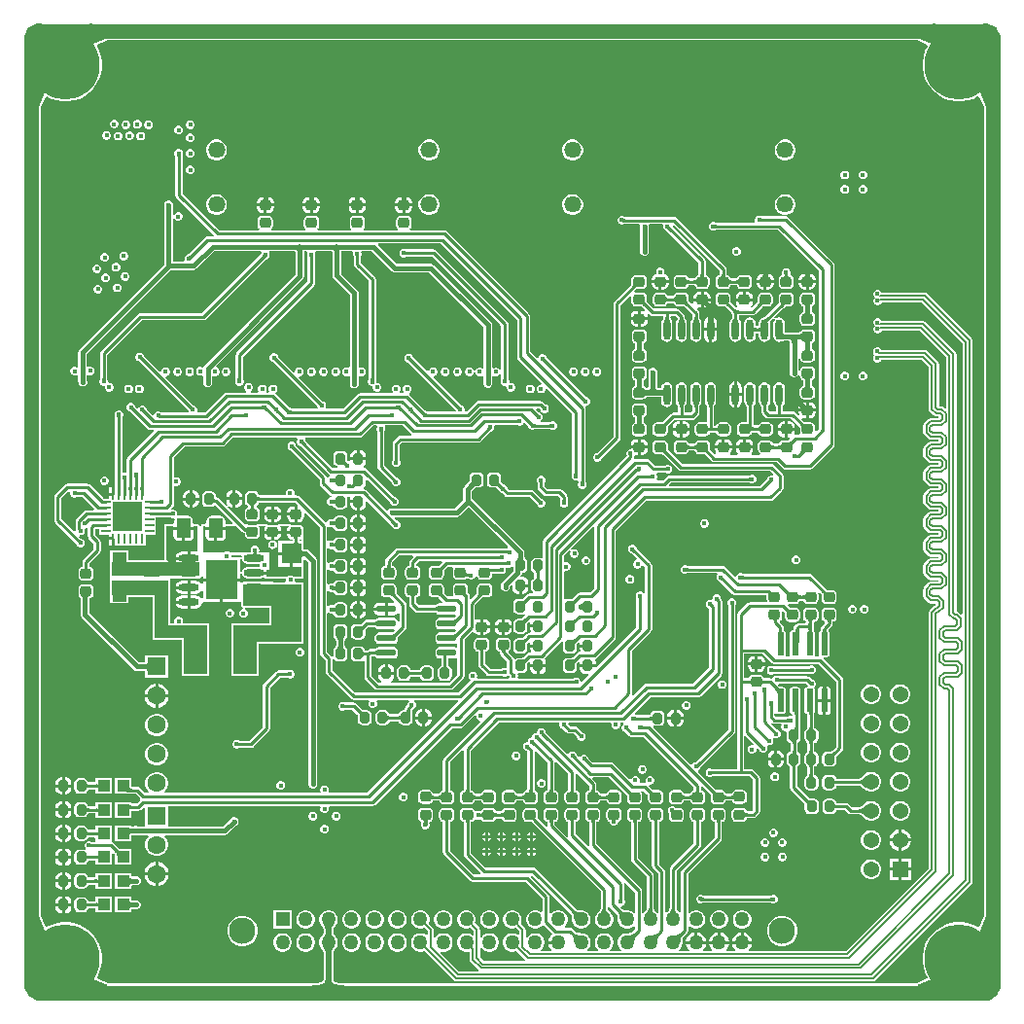
<source format=gbr>
G04*
G04 #@! TF.GenerationSoftware,Altium Limited,Altium Designer,24.1.2 (44)*
G04*
G04 Layer_Physical_Order=4*
G04 Layer_Color=16711680*
%FSLAX44Y44*%
%MOMM*%
G71*
G04*
G04 #@! TF.SameCoordinates,5306FC51-672D-4A3A-99EF-6C0483DFD683*
G04*
G04*
G04 #@! TF.FilePolarity,Positive*
G04*
G01*
G75*
%ADD11C,0.2540*%
%ADD12C,0.3810*%
%ADD14C,0.5080*%
%ADD23C,1.2300*%
G04:AMPARAMS|DCode=24|XSize=0.95mm|YSize=0.85mm|CornerRadius=0.2125mm|HoleSize=0mm|Usage=FLASHONLY|Rotation=270.000|XOffset=0mm|YOffset=0mm|HoleType=Round|Shape=RoundedRectangle|*
%AMROUNDEDRECTD24*
21,1,0.9500,0.4250,0,0,270.0*
21,1,0.5250,0.8500,0,0,270.0*
1,1,0.4250,-0.2125,-0.2625*
1,1,0.4250,-0.2125,0.2625*
1,1,0.4250,0.2125,0.2625*
1,1,0.4250,0.2125,-0.2625*
%
%ADD24ROUNDEDRECTD24*%
G04:AMPARAMS|DCode=35|XSize=0.95mm|YSize=0.85mm|CornerRadius=0.2125mm|HoleSize=0mm|Usage=FLASHONLY|Rotation=180.000|XOffset=0mm|YOffset=0mm|HoleType=Round|Shape=RoundedRectangle|*
%AMROUNDEDRECTD35*
21,1,0.9500,0.4250,0,0,180.0*
21,1,0.5250,0.8500,0,0,180.0*
1,1,0.4250,-0.2625,0.2125*
1,1,0.4250,0.2625,0.2125*
1,1,0.4250,0.2625,-0.2125*
1,1,0.4250,-0.2625,-0.2125*
%
%ADD35ROUNDEDRECTD35*%
%ADD40R,1.8000X1.8000*%
%ADD66O,0.6000X1.8000*%
%ADD130C,0.1800*%
%ADD135C,0.3000*%
%ADD136R,1.3700X1.3700*%
%ADD137C,1.3700*%
%ADD138C,1.4580*%
%ADD139C,1.2580*%
%ADD140R,1.2580X1.2580*%
%ADD141C,2.3000*%
%ADD142C,1.0000*%
%ADD143C,6.0000*%
%ADD144C,1.6000*%
%ADD145R,1.6000X1.6000*%
%ADD146C,0.4000*%
G04:AMPARAMS|DCode=150|XSize=1.64mm|YSize=0.59mm|CornerRadius=0.1475mm|HoleSize=0mm|Usage=FLASHONLY|Rotation=0.000|XOffset=0mm|YOffset=0mm|HoleType=Round|Shape=RoundedRectangle|*
%AMROUNDEDRECTD150*
21,1,1.6400,0.2950,0,0,0.0*
21,1,1.3450,0.5900,0,0,0.0*
1,1,0.2950,0.6725,-0.1475*
1,1,0.2950,-0.6725,-0.1475*
1,1,0.2950,-0.6725,0.1475*
1,1,0.2950,0.6725,0.1475*
%
%ADD150ROUNDEDRECTD150*%
G04:AMPARAMS|DCode=151|XSize=1.97mm|YSize=0.59mm|CornerRadius=0.0738mm|HoleSize=0mm|Usage=FLASHONLY|Rotation=270.000|XOffset=0mm|YOffset=0mm|HoleType=Round|Shape=RoundedRectangle|*
%AMROUNDEDRECTD151*
21,1,1.9700,0.4425,0,0,270.0*
21,1,1.8225,0.5900,0,0,270.0*
1,1,0.1475,-0.2213,-0.9113*
1,1,0.1475,-0.2213,0.9113*
1,1,0.1475,0.2213,0.9113*
1,1,0.1475,0.2213,-0.9113*
%
%ADD151ROUNDEDRECTD151*%
%ADD152R,2.7178X3.4036*%
%ADD153O,1.8000X0.6000*%
%ADD154R,2.6500X2.6500*%
%ADD155R,0.8048X0.2746*%
%ADD156R,0.2746X0.8048*%
%ADD157R,2.0000X4.2000*%
G04:AMPARAMS|DCode=158|XSize=1.75mm|YSize=1.25mm|CornerRadius=0.2438mm|HoleSize=0mm|Usage=FLASHONLY|Rotation=270.000|XOffset=0mm|YOffset=0mm|HoleType=Round|Shape=RoundedRectangle|*
%AMROUNDEDRECTD158*
21,1,1.7500,0.7625,0,0,270.0*
21,1,1.2625,1.2500,0,0,270.0*
1,1,0.4875,-0.3813,-0.6313*
1,1,0.4875,-0.3813,0.6313*
1,1,0.4875,0.3813,0.6313*
1,1,0.4875,0.3813,-0.6313*
%
%ADD158ROUNDEDRECTD158*%
%ADD159R,1.1000X1.0000*%
%ADD160R,1.3000X1.1500*%
%ADD161R,7.6301X1.1991*%
G36*
X72648Y837500D02*
X60019Y831975D01*
X36000Y840536D01*
X16458Y833570D01*
X9459Y814000D01*
X18057Y789957D01*
X12506Y777344D01*
X206Y791390D01*
X5266Y814000D01*
X206Y836610D01*
X11965Y837939D01*
Y837959D01*
X12003Y837997D01*
X12081Y837997D01*
X13429Y849800D01*
X36000Y844737D01*
X58571Y849800D01*
X72648Y837500D01*
D02*
G37*
G36*
X837944Y838035D02*
X837959D01*
X837997Y837997D01*
X837997Y837917D01*
X849806Y836531D01*
X849739Y835705D01*
X849538Y834400D01*
X847395Y824398D01*
X844871Y814000D01*
X847395Y803602D01*
X849538Y793599D01*
X849739Y792295D01*
X849806Y791469D01*
X837506Y777359D01*
X832007Y790005D01*
X840530Y814000D01*
X833584Y833555D01*
X814000Y840536D01*
X789981Y831974D01*
X777352Y837500D01*
X791429Y849800D01*
X814000Y844737D01*
X836571Y849800D01*
X837944Y838035D01*
D02*
G37*
G36*
X156323Y835651D02*
X416322D01*
X426322Y835651D01*
X696321D01*
X706321Y835651D01*
X777049D01*
X786182Y831655D01*
X786542Y830112D01*
X784548Y826199D01*
X783002Y821442D01*
X782220Y816501D01*
Y811499D01*
X783002Y806558D01*
X784548Y801801D01*
X786819Y797344D01*
X789760Y793297D01*
X793297Y789760D01*
X797344Y786819D01*
X801801Y784548D01*
X806558Y783002D01*
X811499Y782220D01*
X816501D01*
X821442Y783002D01*
X826199Y784548D01*
X830142Y786557D01*
X831678Y786209D01*
X835657Y777059D01*
Y706779D01*
X835657Y696779D01*
Y426780D01*
X835657Y416780D01*
Y156780D01*
X835657Y146780D01*
Y72941D01*
X831678Y63791D01*
X830142Y63443D01*
X826199Y65452D01*
X821442Y66997D01*
X816501Y67780D01*
X811499D01*
X806558Y66997D01*
X801801Y65452D01*
X797344Y63181D01*
X793297Y60240D01*
X789760Y56703D01*
X786819Y52656D01*
X784548Y48199D01*
X783002Y43442D01*
X782220Y38501D01*
Y33499D01*
X783002Y28558D01*
X784548Y23801D01*
X786542Y19888D01*
X786183Y18344D01*
X777049Y14349D01*
X700857D01*
X690857Y14349D01*
X430857D01*
X420857Y14349D01*
X278316D01*
X277616Y14364D01*
X273858Y14752D01*
X272457Y15064D01*
X271318Y15448D01*
X270478Y15873D01*
X269923Y16298D01*
X269714Y16557D01*
X269405Y21548D01*
Y41350D01*
X269416Y41470D01*
X269488Y41916D01*
X269587Y42327D01*
X269709Y42705D01*
X269855Y43053D01*
X270023Y43374D01*
X270215Y43672D01*
X270431Y43950D01*
X270730Y44269D01*
X270807Y44394D01*
X271458Y45045D01*
X272520Y46885D01*
X273070Y48938D01*
Y51062D01*
X272520Y53115D01*
X271458Y54955D01*
X270807Y55606D01*
X270730Y55731D01*
X270431Y56050D01*
X270214Y56328D01*
X270023Y56626D01*
X269855Y56947D01*
X269709Y57295D01*
X269587Y57673D01*
X269488Y58084D01*
X269416Y58530D01*
X269405Y58650D01*
Y61350D01*
X269416Y61470D01*
X269488Y61916D01*
X269587Y62327D01*
X269709Y62705D01*
X269855Y63053D01*
X270023Y63374D01*
X270215Y63672D01*
X270431Y63950D01*
X270730Y64269D01*
X270807Y64394D01*
X271458Y65045D01*
X272520Y66885D01*
X273070Y68938D01*
Y71062D01*
X272520Y73115D01*
X271458Y74955D01*
X269955Y76458D01*
X268115Y77520D01*
X266062Y78070D01*
X263937D01*
X261885Y77520D01*
X260045Y76458D01*
X258542Y74955D01*
X257480Y73115D01*
X256930Y71062D01*
Y68938D01*
X257480Y66885D01*
X258542Y65045D01*
X259193Y64394D01*
X259270Y64269D01*
X259569Y63950D01*
X259786Y63672D01*
X259977Y63374D01*
X260145Y63053D01*
X260291Y62705D01*
X260413Y62327D01*
X260512Y61916D01*
X260584Y61470D01*
X260595Y61350D01*
Y58650D01*
X260584Y58530D01*
X260512Y58084D01*
X260413Y57673D01*
X260291Y57295D01*
X260145Y56947D01*
X259977Y56626D01*
X259785Y56328D01*
X259569Y56050D01*
X259270Y55731D01*
X259193Y55606D01*
X258542Y54955D01*
X257480Y53115D01*
X256930Y51062D01*
Y48938D01*
X257480Y46885D01*
X258542Y45045D01*
X259193Y44394D01*
X259270Y44269D01*
X259569Y43950D01*
X259786Y43672D01*
X259977Y43374D01*
X260145Y43053D01*
X260291Y42705D01*
X260413Y42327D01*
X260512Y41916D01*
X260584Y41470D01*
X260595Y41350D01*
Y21184D01*
X260485Y18218D01*
X260336Y16619D01*
X260077Y16298D01*
X259522Y15873D01*
X258682Y15448D01*
X257543Y15064D01*
X256112Y14745D01*
X254398Y14509D01*
X252411Y14365D01*
X251684Y14349D01*
X150858D01*
X140858Y14349D01*
X72951D01*
X63818Y18345D01*
X63458Y19888D01*
X65452Y23801D01*
X66997Y28558D01*
X67780Y33499D01*
Y38501D01*
X66997Y43442D01*
X65452Y48199D01*
X63181Y52656D01*
X60240Y56703D01*
X56703Y60240D01*
X52656Y63181D01*
X48199Y65452D01*
X43442Y66997D01*
X38501Y67780D01*
X33499D01*
X28558Y66997D01*
X23801Y65452D01*
X19918Y63473D01*
X18367Y63844D01*
X14355Y72961D01*
Y145503D01*
X14355Y155503D01*
Y415503D01*
X14355Y425503D01*
Y695502D01*
X14355Y705502D01*
Y777038D01*
X18367Y786156D01*
X19918Y786527D01*
X23801Y784548D01*
X28558Y783002D01*
X33499Y782220D01*
X38501D01*
X43442Y783002D01*
X48199Y784548D01*
X52656Y786819D01*
X56703Y789760D01*
X60240Y793297D01*
X63181Y797344D01*
X65452Y801801D01*
X66997Y806558D01*
X67780Y811499D01*
Y816501D01*
X66997Y821442D01*
X65452Y826199D01*
X63458Y830112D01*
X63818Y831656D01*
X72951Y835651D01*
X146323D01*
X156323Y835651D01*
D02*
G37*
G36*
X269049Y65129D02*
X268732Y64722D01*
X268453Y64288D01*
X268211Y63826D01*
X268006Y63336D01*
X267838Y62818D01*
X267708Y62273D01*
X267614Y61700D01*
X267559Y61100D01*
X267540Y60472D01*
X262460D01*
X262441Y61100D01*
X262386Y61700D01*
X262292Y62273D01*
X262162Y62818D01*
X261994Y63336D01*
X261789Y63826D01*
X261547Y64288D01*
X261268Y64722D01*
X260951Y65129D01*
X260597Y65508D01*
X269403D01*
X269049Y65129D01*
D02*
G37*
G36*
X267559Y58900D02*
X267614Y58300D01*
X267708Y57727D01*
X267838Y57182D01*
X268006Y56664D01*
X268211Y56174D01*
X268453Y55712D01*
X268732Y55278D01*
X269049Y54871D01*
X269403Y54492D01*
X260597D01*
X260951Y54871D01*
X261268Y55278D01*
X261547Y55712D01*
X261789Y56174D01*
X261994Y56664D01*
X262162Y57182D01*
X262292Y57727D01*
X262386Y58300D01*
X262441Y58900D01*
X262460Y59528D01*
X267540D01*
X267559Y58900D01*
D02*
G37*
G36*
X269049Y45129D02*
X268732Y44722D01*
X268453Y44288D01*
X268211Y43826D01*
X268006Y43336D01*
X267838Y42818D01*
X267708Y42273D01*
X267614Y41700D01*
X267559Y41100D01*
X267540Y40472D01*
X262460D01*
X262441Y41100D01*
X262386Y41700D01*
X262292Y42273D01*
X262162Y42818D01*
X261994Y43336D01*
X261789Y43826D01*
X261547Y44288D01*
X261268Y44722D01*
X260951Y45129D01*
X260597Y45508D01*
X269403D01*
X269049Y45129D01*
D02*
G37*
G36*
X849806Y58532D02*
X849739Y57706D01*
X849538Y56401D01*
X847395Y46399D01*
X844871Y36000D01*
X847395Y25601D01*
X849538Y15599D01*
X849739Y14294D01*
X849806Y13468D01*
X838035Y12063D01*
Y12041D01*
X837997Y12003D01*
X837924Y12003D01*
X836571Y200D01*
X835750Y267D01*
X834449Y468D01*
X824447Y2607D01*
X814000Y5135D01*
X803553Y2607D01*
X793551Y468D01*
X792250Y267D01*
X791430Y200D01*
X777352Y12500D01*
X789981Y18025D01*
X814000Y9464D01*
X833583Y16444D01*
X840530Y36000D01*
X832006Y59995D01*
X837506Y72641D01*
X849806Y58532D01*
D02*
G37*
G36*
X18057Y60043D02*
X9459Y36000D01*
X16457Y16430D01*
X36000Y9464D01*
X60019Y18026D01*
X72648Y12500D01*
X58571Y200D01*
X57750Y267D01*
X56450Y468D01*
X46447Y2607D01*
X36000Y5135D01*
X25553Y2607D01*
X15550Y468D01*
X14250Y267D01*
X13429Y200D01*
X12068Y11965D01*
X12041D01*
X12003Y12003D01*
X12003Y12081D01*
X206Y13390D01*
X5266Y36000D01*
X206Y58610D01*
X12506Y72656D01*
X18057Y60043D01*
D02*
G37*
G36*
X267558Y22002D02*
X267931Y15988D01*
X268032Y15752D01*
X268647Y14990D01*
X269508Y14329D01*
X270615Y13770D01*
X271968Y13313D01*
X273567Y12958D01*
X277503Y12551D01*
X279840Y12500D01*
X265000Y200D01*
X250160Y12500D01*
X252497Y12551D01*
X254588Y12703D01*
X256433Y12958D01*
X258032Y13313D01*
X259385Y13770D01*
X260492Y14329D01*
X261353Y14990D01*
X261968Y15752D01*
X262109Y16081D01*
X262297Y18100D01*
X262442Y22002D01*
X262460Y24251D01*
X267540D01*
X267558Y22002D01*
D02*
G37*
%LPC*%
G36*
X79192Y766288D02*
X77688D01*
X76299Y765713D01*
X75236Y764649D01*
X74660Y763260D01*
Y761756D01*
X75236Y760367D01*
X76299Y759304D01*
X77688Y758728D01*
X79192D01*
X80581Y759304D01*
X81644Y760367D01*
X82220Y761756D01*
Y763260D01*
X81644Y764649D01*
X80581Y765713D01*
X79192Y766288D01*
D02*
G37*
G36*
X99158Y766041D02*
X97654D01*
X96265Y765466D01*
X95201Y764403D01*
X94626Y763013D01*
Y761510D01*
X95201Y760120D01*
X96265Y759057D01*
X97654Y758482D01*
X99158D01*
X100547Y759057D01*
X101610Y760120D01*
X102186Y761510D01*
Y763013D01*
X101610Y764403D01*
X100547Y765466D01*
X99158Y766041D01*
D02*
G37*
G36*
X145399Y765780D02*
X143895D01*
X142506Y765204D01*
X141443Y764141D01*
X140867Y762752D01*
Y761248D01*
X141443Y759859D01*
X142506Y758795D01*
X143895Y758220D01*
X145399D01*
X146788Y758795D01*
X147852Y759859D01*
X148427Y761248D01*
Y762752D01*
X147852Y764141D01*
X146788Y765204D01*
X145399Y765780D01*
D02*
G37*
G36*
X109141Y765660D02*
X107637D01*
X106248Y765085D01*
X105184Y764022D01*
X104609Y762632D01*
Y761129D01*
X105184Y759739D01*
X106248Y758676D01*
X107637Y758101D01*
X109141D01*
X110530Y758676D01*
X111594Y759739D01*
X112169Y761129D01*
Y762632D01*
X111594Y764022D01*
X110530Y765085D01*
X109141Y765660D01*
D02*
G37*
G36*
X89175D02*
X87671D01*
X86282Y765085D01*
X85218Y764022D01*
X84643Y762632D01*
Y761129D01*
X85218Y759739D01*
X86282Y758676D01*
X87671Y758101D01*
X89175D01*
X90564Y758676D01*
X91628Y759739D01*
X92203Y761129D01*
Y762632D01*
X91628Y764022D01*
X90564Y765085D01*
X89175Y765660D01*
D02*
G37*
G36*
X135195Y761081D02*
X133691D01*
X132302Y760506D01*
X131239Y759442D01*
X130663Y758053D01*
Y756549D01*
X131239Y755160D01*
X132302Y754097D01*
X133691Y753521D01*
X135195D01*
X136585Y754097D01*
X137648Y755160D01*
X138223Y756549D01*
Y758053D01*
X137648Y759442D01*
X136585Y760506D01*
X135195Y761081D01*
D02*
G37*
G36*
X72472Y756382D02*
X70968D01*
X69579Y755807D01*
X68516Y754743D01*
X67940Y753354D01*
Y751850D01*
X68516Y750461D01*
X69579Y749398D01*
X70968Y748822D01*
X72472D01*
X73861Y749398D01*
X74925Y750461D01*
X75500Y751850D01*
Y753354D01*
X74925Y754743D01*
X73861Y755807D01*
X72472Y756382D01*
D02*
G37*
G36*
X92438Y756135D02*
X90934D01*
X89545Y755560D01*
X88481Y754497D01*
X87906Y753107D01*
Y751604D01*
X88481Y750214D01*
X89545Y749151D01*
X90934Y748576D01*
X92438D01*
X93827Y749151D01*
X94890Y750214D01*
X95466Y751604D01*
Y753107D01*
X94890Y754497D01*
X93827Y755560D01*
X92438Y756135D01*
D02*
G37*
G36*
X102421Y755754D02*
X100917D01*
X99528Y755179D01*
X98464Y754116D01*
X97889Y752726D01*
Y751223D01*
X98464Y749833D01*
X99528Y748770D01*
X100917Y748195D01*
X102421D01*
X103810Y748770D01*
X104874Y749833D01*
X105449Y751223D01*
Y752726D01*
X104874Y754116D01*
X103810Y755179D01*
X102421Y755754D01*
D02*
G37*
G36*
X82455D02*
X80951D01*
X79562Y755179D01*
X78498Y754116D01*
X77923Y752726D01*
Y751223D01*
X78498Y749833D01*
X79562Y748770D01*
X80951Y748195D01*
X82455D01*
X83844Y748770D01*
X84908Y749833D01*
X85483Y751223D01*
Y752726D01*
X84908Y754116D01*
X83844Y755179D01*
X82455Y755754D01*
D02*
G37*
G36*
X145399Y754350D02*
X143895D01*
X142506Y753774D01*
X141443Y752711D01*
X140867Y751322D01*
Y749818D01*
X141443Y748429D01*
X142506Y747365D01*
X143895Y746790D01*
X145399D01*
X146788Y747365D01*
X147852Y748429D01*
X148427Y749818D01*
Y751322D01*
X147852Y752711D01*
X146788Y753774D01*
X145399Y754350D01*
D02*
G37*
G36*
Y740733D02*
X143895D01*
X142506Y740157D01*
X141443Y739094D01*
X140867Y737704D01*
Y736201D01*
X141443Y734811D01*
X142506Y733748D01*
X143895Y733173D01*
X145399D01*
X146788Y733748D01*
X147852Y734811D01*
X148427Y736201D01*
Y737704D01*
X147852Y739094D01*
X146788Y740157D01*
X145399Y740733D01*
D02*
G37*
G36*
X663694Y749070D02*
X661306D01*
X658999Y748452D01*
X656931Y747258D01*
X655242Y745569D01*
X654048Y743501D01*
X653430Y741194D01*
Y738806D01*
X654048Y736499D01*
X655242Y734431D01*
X656931Y732742D01*
X658999Y731548D01*
X661306Y730930D01*
X663694D01*
X666001Y731548D01*
X668069Y732742D01*
X669758Y734431D01*
X670952Y736499D01*
X671570Y738806D01*
Y741194D01*
X670952Y743501D01*
X669758Y745569D01*
X668069Y747258D01*
X666001Y748452D01*
X663694Y749070D01*
D02*
G37*
G36*
X478694D02*
X476306D01*
X473999Y748452D01*
X471931Y747258D01*
X470242Y745569D01*
X469048Y743501D01*
X468430Y741194D01*
Y738806D01*
X469048Y736499D01*
X470242Y734431D01*
X471931Y732742D01*
X473999Y731548D01*
X476306Y730930D01*
X478694D01*
X481001Y731548D01*
X483069Y732742D01*
X484758Y734431D01*
X485952Y736499D01*
X486570Y738806D01*
Y741194D01*
X485952Y743501D01*
X484758Y745569D01*
X483069Y747258D01*
X481001Y748452D01*
X478694Y749070D01*
D02*
G37*
G36*
X353694D02*
X351306D01*
X348999Y748452D01*
X346931Y747258D01*
X345242Y745569D01*
X344048Y743501D01*
X343430Y741194D01*
Y738806D01*
X344048Y736499D01*
X345242Y734431D01*
X346931Y732742D01*
X348999Y731548D01*
X351306Y730930D01*
X353694D01*
X356001Y731548D01*
X358069Y732742D01*
X359758Y734431D01*
X360952Y736499D01*
X361570Y738806D01*
Y741194D01*
X360952Y743501D01*
X359758Y745569D01*
X358069Y747258D01*
X356001Y748452D01*
X353694Y749070D01*
D02*
G37*
G36*
X168694D02*
X166306D01*
X163999Y748452D01*
X161931Y747258D01*
X160242Y745569D01*
X159048Y743501D01*
X158430Y741194D01*
Y738806D01*
X159048Y736499D01*
X160242Y734431D01*
X161931Y732742D01*
X163999Y731548D01*
X166306Y730930D01*
X168694D01*
X171001Y731548D01*
X173069Y732742D01*
X174758Y734431D01*
X175952Y736499D01*
X176570Y738806D01*
Y741194D01*
X175952Y743501D01*
X174758Y745569D01*
X173069Y747258D01*
X171001Y748452D01*
X168694Y749070D01*
D02*
G37*
G36*
X145399Y726410D02*
X143895D01*
X142506Y725835D01*
X141443Y724771D01*
X140867Y723382D01*
Y721878D01*
X141443Y720489D01*
X142506Y719426D01*
X143895Y718850D01*
X145399D01*
X146788Y719426D01*
X147852Y720489D01*
X148427Y721878D01*
Y723382D01*
X147852Y724771D01*
X146788Y725835D01*
X145399Y726410D01*
D02*
G37*
G36*
X730984Y721898D02*
X729480D01*
X728091Y721323D01*
X727027Y720259D01*
X726452Y718870D01*
Y717366D01*
X727027Y715977D01*
X728091Y714914D01*
X729480Y714338D01*
X730984D01*
X732373Y714914D01*
X733436Y715977D01*
X734012Y717366D01*
Y718870D01*
X733436Y720259D01*
X732373Y721323D01*
X730984Y721898D01*
D02*
G37*
G36*
X715306Y721873D02*
X713803D01*
X712413Y721297D01*
X711350Y720234D01*
X710775Y718845D01*
Y717341D01*
X711350Y715952D01*
X712413Y714888D01*
X713803Y714313D01*
X715306D01*
X716696Y714888D01*
X717759Y715952D01*
X718335Y717341D01*
Y718845D01*
X717759Y720234D01*
X716696Y721297D01*
X715306Y721873D01*
D02*
G37*
G36*
X731002Y709394D02*
X729498D01*
X728109Y708819D01*
X727046Y707755D01*
X726470Y706366D01*
Y704862D01*
X727046Y703473D01*
X728109Y702410D01*
X729498Y701834D01*
X731002D01*
X732391Y702410D01*
X733455Y703473D01*
X734030Y704862D01*
Y706366D01*
X733455Y707755D01*
X732391Y708819D01*
X731002Y709394D01*
D02*
G37*
G36*
X715325Y709369D02*
X713821D01*
X712432Y708793D01*
X711368Y707730D01*
X710793Y706340D01*
Y704837D01*
X711368Y703447D01*
X712432Y702384D01*
X713821Y701809D01*
X715325D01*
X716714Y702384D01*
X717777Y703447D01*
X718353Y704837D01*
Y706340D01*
X717777Y707730D01*
X716714Y708793D01*
X715325Y709369D01*
D02*
G37*
G36*
X333079Y698791D02*
X331724D01*
Y698740D01*
X332345D01*
X332352Y698246D01*
X332452Y697076D01*
X332511Y696790D01*
X332584Y696556D01*
X332671Y696374D01*
X332771Y696244D01*
X332884Y696166D01*
X333010Y696140D01*
X331724D01*
Y693180D01*
X337835D01*
Y694035D01*
X337473Y695855D01*
X336442Y697398D01*
X334899Y698429D01*
X333079Y698791D01*
D02*
G37*
G36*
X292625D02*
X291270D01*
Y698740D01*
X291891D01*
X291898Y698246D01*
X291998Y697076D01*
X292057Y696790D01*
X292131Y696556D01*
X292217Y696374D01*
X292317Y696244D01*
X292430Y696166D01*
X292556Y696140D01*
X291270D01*
Y693180D01*
X297381D01*
Y694035D01*
X297019Y695855D01*
X295988Y697398D01*
X294445Y698429D01*
X292625Y698791D01*
D02*
G37*
G36*
X252625D02*
X251270D01*
Y698740D01*
X251891D01*
X251898Y698246D01*
X251998Y697076D01*
X252057Y696790D01*
X252131Y696556D01*
X252217Y696374D01*
X252317Y696244D01*
X252430Y696166D01*
X252556Y696140D01*
X251270D01*
Y693180D01*
X257381D01*
Y694035D01*
X257019Y695855D01*
X255988Y697398D01*
X254445Y698429D01*
X252625Y698791D01*
D02*
G37*
G36*
X212625D02*
X211270D01*
Y698740D01*
X211891D01*
X211898Y698246D01*
X211998Y697076D01*
X212057Y696790D01*
X212131Y696556D01*
X212217Y696374D01*
X212317Y696244D01*
X212430Y696166D01*
X212556Y696140D01*
X211270D01*
Y693180D01*
X217381D01*
Y694035D01*
X217019Y695855D01*
X215988Y697398D01*
X214445Y698429D01*
X212625Y698791D01*
D02*
G37*
G36*
X288730D02*
X287375D01*
X285555Y698429D01*
X284012Y697398D01*
X282981Y695855D01*
X282619Y694035D01*
Y693180D01*
X288730D01*
Y696140D01*
X287416D01*
X287543Y696166D01*
X287656Y696244D01*
X287755Y696374D01*
X287842Y696556D01*
X287915Y696790D01*
X287975Y697076D01*
X288021Y697414D01*
X288074Y698246D01*
X288081Y698740D01*
X288730D01*
Y698791D01*
D02*
G37*
G36*
X329184D02*
X327829D01*
X326009Y698429D01*
X324466Y697398D01*
X323435Y695855D01*
X323073Y694035D01*
Y693180D01*
X329184D01*
Y696140D01*
X327870D01*
X327997Y696166D01*
X328110Y696244D01*
X328209Y696374D01*
X328296Y696556D01*
X328369Y696790D01*
X328429Y697076D01*
X328475Y697414D01*
X328529Y698246D01*
X328535Y698740D01*
X329184D01*
Y698791D01*
D02*
G37*
G36*
X208730D02*
X207375D01*
X205555Y698429D01*
X204012Y697398D01*
X202981Y695855D01*
X202619Y694035D01*
Y693180D01*
X208730D01*
Y696140D01*
X207416D01*
X207543Y696166D01*
X207656Y696244D01*
X207755Y696374D01*
X207842Y696556D01*
X207915Y696790D01*
X207975Y697076D01*
X208021Y697414D01*
X208074Y698246D01*
X208081Y698740D01*
X208730D01*
Y698791D01*
D02*
G37*
G36*
X248730D02*
X247375D01*
X245555Y698429D01*
X244012Y697398D01*
X242981Y695855D01*
X242619Y694035D01*
Y693180D01*
X248730D01*
Y696140D01*
X247416D01*
X247543Y696166D01*
X247656Y696244D01*
X247755Y696374D01*
X247842Y696556D01*
X247915Y696790D01*
X247975Y697076D01*
X248021Y697414D01*
X248074Y698246D01*
X248081Y698740D01*
X248730D01*
Y698791D01*
D02*
G37*
G36*
X337835Y690640D02*
X331724D01*
Y685028D01*
X333079D01*
X334899Y685390D01*
X336442Y686422D01*
X337473Y687965D01*
X337835Y689785D01*
Y690640D01*
D02*
G37*
G36*
X329184D02*
X323073D01*
Y689785D01*
X323435Y687965D01*
X324466Y686422D01*
X326009Y685390D01*
X327829Y685028D01*
X329184D01*
Y690640D01*
D02*
G37*
G36*
X297381D02*
X291270D01*
Y685028D01*
X292625D01*
X294445Y685390D01*
X295988Y686422D01*
X297019Y687965D01*
X297381Y689785D01*
Y690640D01*
D02*
G37*
G36*
X288730D02*
X282619D01*
Y689785D01*
X282981Y687965D01*
X284012Y686422D01*
X285555Y685390D01*
X287375Y685028D01*
X288730D01*
Y690640D01*
D02*
G37*
G36*
X257381D02*
X251270D01*
Y685028D01*
X252625D01*
X254445Y685390D01*
X255988Y686422D01*
X257019Y687965D01*
X257381Y689785D01*
Y690640D01*
D02*
G37*
G36*
X248730D02*
X242619D01*
Y689785D01*
X242981Y687965D01*
X244012Y686422D01*
X245555Y685390D01*
X247375Y685028D01*
X248730D01*
Y690640D01*
D02*
G37*
G36*
X217381D02*
X211270D01*
Y685028D01*
X212625D01*
X214445Y685390D01*
X215988Y686422D01*
X217019Y687965D01*
X217381Y689785D01*
Y690640D01*
D02*
G37*
G36*
X208730D02*
X202619D01*
Y689785D01*
X202981Y687965D01*
X204012Y686422D01*
X205555Y685390D01*
X207375Y685028D01*
X208730D01*
Y690640D01*
D02*
G37*
G36*
X663694Y701570D02*
X661306D01*
X658999Y700952D01*
X656931Y699758D01*
X655242Y698069D01*
X654048Y696001D01*
X653430Y693694D01*
Y691306D01*
X654048Y688999D01*
X655242Y686931D01*
X656931Y685242D01*
X658999Y684048D01*
X661306Y683430D01*
X663694D01*
X666001Y684048D01*
X668069Y685242D01*
X669758Y686931D01*
X670952Y688999D01*
X671570Y691306D01*
Y693694D01*
X670952Y696001D01*
X669758Y698069D01*
X668069Y699758D01*
X666001Y700952D01*
X663694Y701570D01*
D02*
G37*
G36*
X478694D02*
X476306D01*
X473999Y700952D01*
X471931Y699758D01*
X470242Y698069D01*
X469048Y696001D01*
X468430Y693694D01*
Y691306D01*
X469048Y688999D01*
X470242Y686931D01*
X471931Y685242D01*
X473999Y684048D01*
X476306Y683430D01*
X478694D01*
X481001Y684048D01*
X483069Y685242D01*
X484758Y686931D01*
X485952Y688999D01*
X486570Y691306D01*
Y693694D01*
X485952Y696001D01*
X484758Y698069D01*
X483069Y699758D01*
X481001Y700952D01*
X478694Y701570D01*
D02*
G37*
G36*
X353694D02*
X351306D01*
X348999Y700952D01*
X346931Y699758D01*
X345242Y698069D01*
X344048Y696001D01*
X343430Y693694D01*
Y691306D01*
X344048Y688999D01*
X345242Y686931D01*
X346931Y685242D01*
X348999Y684048D01*
X351306Y683430D01*
X353694D01*
X356001Y684048D01*
X358069Y685242D01*
X359758Y686931D01*
X360952Y688999D01*
X361570Y691306D01*
Y693694D01*
X360952Y696001D01*
X359758Y698069D01*
X358069Y699758D01*
X356001Y700952D01*
X353694Y701570D01*
D02*
G37*
G36*
X168694D02*
X166306D01*
X163999Y700952D01*
X161931Y699758D01*
X160242Y698069D01*
X159048Y696001D01*
X158430Y693694D01*
Y691306D01*
X159048Y688999D01*
X160242Y686931D01*
X161931Y685242D01*
X163999Y684048D01*
X166306Y683430D01*
X168694D01*
X171001Y684048D01*
X173069Y685242D01*
X174758Y686931D01*
X175952Y688999D01*
X176570Y691306D01*
Y693694D01*
X175952Y696001D01*
X174758Y698069D01*
X173069Y699758D01*
X171001Y700952D01*
X168694Y701570D01*
D02*
G37*
G36*
X135427Y740733D02*
X133923D01*
X132534Y740157D01*
X131470Y739094D01*
X130895Y737704D01*
Y736201D01*
X131470Y734811D01*
X131565Y734717D01*
Y700466D01*
X131802Y699276D01*
X132476Y698267D01*
X164848Y665895D01*
X164322Y664625D01*
X159555D01*
X158365Y664389D01*
X157356Y663715D01*
X142892Y649251D01*
X142758D01*
X141369Y648675D01*
X140306Y647612D01*
X139730Y646223D01*
Y644719D01*
X139993Y644085D01*
X139161Y642815D01*
X129423D01*
Y680441D01*
X130693Y680694D01*
X131021Y679900D01*
X132085Y678837D01*
X133474Y678261D01*
X134978D01*
X136367Y678837D01*
X137431Y679900D01*
X138006Y681289D01*
Y682793D01*
X137431Y684182D01*
X136367Y685246D01*
X134978Y685821D01*
X133474D01*
X132085Y685246D01*
X131021Y684182D01*
X130693Y683388D01*
X129423Y683641D01*
Y691446D01*
X129445Y691501D01*
Y693004D01*
X128870Y694394D01*
X127807Y695457D01*
X126417Y696032D01*
X124914D01*
X123524Y695457D01*
X122461Y694394D01*
X121885Y693004D01*
Y691501D01*
X121908Y691446D01*
Y640186D01*
X48137Y566415D01*
X47323Y565196D01*
X47037Y563758D01*
Y551371D01*
X45767Y550789D01*
X44705Y551229D01*
X43201D01*
X41812Y550654D01*
X40749Y549590D01*
X40173Y548201D01*
Y546697D01*
X40749Y545308D01*
X41812Y544245D01*
X43201Y543669D01*
X44705D01*
X45767Y544109D01*
X47037Y543528D01*
Y539260D01*
X47050Y539193D01*
Y538214D01*
X47336Y536776D01*
X47702Y536229D01*
X47882Y535793D01*
X48945Y534730D01*
X50335Y534155D01*
X51839D01*
X53228Y534730D01*
X54291Y535793D01*
X54867Y537183D01*
Y538687D01*
X54551Y539448D01*
Y543657D01*
X55821Y544229D01*
X56900Y543782D01*
X58404D01*
X59793Y544357D01*
X60856Y545421D01*
X61432Y546810D01*
Y548314D01*
X60856Y549703D01*
X59793Y550766D01*
X58404Y551342D01*
X56900D01*
X55821Y550895D01*
X54551Y551467D01*
Y562202D01*
X127650Y635301D01*
X147210D01*
X148648Y635587D01*
X149867Y636401D01*
X165536Y652071D01*
X206277D01*
X206803Y650801D01*
X206768Y650766D01*
X206192Y649376D01*
Y649242D01*
X154928Y597978D01*
X101091D01*
X99901Y597741D01*
X98892Y597067D01*
X67068Y565243D01*
X66394Y564234D01*
X66157Y563044D01*
Y540496D01*
X66062Y540401D01*
X65487Y539012D01*
Y537508D01*
X66062Y536119D01*
X67126Y535056D01*
X68515Y534480D01*
X69109D01*
X70093Y534152D01*
X70283Y533307D01*
Y532585D01*
X70858Y531196D01*
X71921Y530132D01*
X73311Y529557D01*
X74814D01*
X76204Y530132D01*
X77267Y531196D01*
X77842Y532585D01*
Y534089D01*
X77267Y535478D01*
X76204Y536541D01*
X74814Y537117D01*
X74220D01*
X73237Y537445D01*
X73047Y538290D01*
Y539012D01*
X72471Y540401D01*
X72377Y540496D01*
Y561756D01*
X102379Y591758D01*
X156216D01*
X157406Y591995D01*
X158415Y592669D01*
X210590Y644845D01*
X210724D01*
X212113Y645420D01*
X213177Y646483D01*
X213752Y647873D01*
Y649376D01*
X213177Y650766D01*
X213142Y650801D01*
X213668Y652071D01*
X234876D01*
X235240Y652007D01*
X235536Y651908D01*
X235739Y651798D01*
X235883Y651681D01*
X236000Y651537D01*
X236110Y651334D01*
X236208Y651038D01*
X236273Y650674D01*
Y631502D01*
X157141Y552369D01*
X156394Y551252D01*
X156268Y551127D01*
X154921Y550596D01*
X154099Y550936D01*
X152596D01*
X151206Y550361D01*
X150143Y549297D01*
X149567Y547908D01*
Y546404D01*
X150143Y545015D01*
X151206Y543952D01*
X152596Y543376D01*
X154099D01*
X154770Y543654D01*
X156040Y542844D01*
Y537165D01*
X156112Y536807D01*
Y536319D01*
X156298Y535868D01*
X156326Y535727D01*
X156406Y535607D01*
X156687Y534930D01*
X157750Y533866D01*
X159140Y533291D01*
X160644D01*
X162033Y533866D01*
X163096Y534930D01*
X163672Y536319D01*
Y537823D01*
X163555Y538105D01*
Y542699D01*
X164825Y543410D01*
X165665Y543062D01*
X167169D01*
X168559Y543637D01*
X169622Y544701D01*
X170197Y546090D01*
Y547594D01*
X169622Y548983D01*
X168559Y550046D01*
X167627Y550432D01*
X167193Y551795D01*
X242687Y627289D01*
X243501Y628507D01*
X243787Y629945D01*
Y650674D01*
X243852Y651038D01*
X243950Y651333D01*
X244060Y651537D01*
X244177Y651681D01*
X244321Y651798D01*
X244524Y651908D01*
X244820Y652007D01*
X245184Y652071D01*
X245982D01*
X246572Y650801D01*
X246138Y649753D01*
Y648249D01*
X246713Y646860D01*
X246890Y646682D01*
Y625430D01*
X184982Y563521D01*
X184307Y562513D01*
X184071Y561323D01*
Y540303D01*
X183550Y539047D01*
Y537543D01*
X184126Y536153D01*
X185189Y535090D01*
X186579Y534515D01*
X188082D01*
X189472Y535090D01*
X190535Y536153D01*
X191110Y537543D01*
Y539047D01*
X190535Y540436D01*
X190290Y540681D01*
Y560034D01*
X252199Y621943D01*
X252873Y622952D01*
X253110Y624142D01*
Y646847D01*
X253122Y646860D01*
X253697Y648249D01*
Y649753D01*
X253263Y650801D01*
X253853Y652071D01*
X267027D01*
X267391Y652007D01*
X267687Y651908D01*
X267891Y651798D01*
X268034Y651681D01*
X268152Y651537D01*
X268261Y651334D01*
X268360Y651038D01*
X268424Y650674D01*
Y630594D01*
X268710Y629157D01*
X269525Y627938D01*
X283449Y614013D01*
Y550961D01*
X282179Y550291D01*
X281269Y550668D01*
X279765D01*
X278376Y550092D01*
X277313Y549029D01*
X276737Y547640D01*
Y546136D01*
X277313Y544747D01*
X278376Y543683D01*
X279765Y543108D01*
X281269D01*
X282179Y543485D01*
X283449Y542815D01*
Y536421D01*
X283584Y535745D01*
Y535512D01*
X283673Y535297D01*
X283735Y534983D01*
X283913Y534718D01*
X284159Y534123D01*
X285223Y533060D01*
X286612Y532484D01*
X288116D01*
X289505Y533060D01*
X290568Y534123D01*
X291144Y535512D01*
Y537016D01*
X290964Y537451D01*
Y542876D01*
X292234Y543596D01*
X293059Y543254D01*
X294563D01*
X295952Y543829D01*
X297015Y544893D01*
X297591Y546282D01*
Y547786D01*
X297015Y549175D01*
X295952Y550238D01*
X294563Y550814D01*
X293059D01*
X292234Y550472D01*
X290964Y551192D01*
Y615569D01*
X290678Y617007D01*
X289863Y618226D01*
X275939Y632151D01*
Y650674D01*
X276003Y651038D01*
X276102Y651333D01*
X276211Y651537D01*
X276329Y651681D01*
X276472Y651798D01*
X276676Y651908D01*
X276972Y652007D01*
X277336Y652071D01*
X285738D01*
X286511Y650801D01*
X286207Y650067D01*
Y648563D01*
X286782Y647173D01*
X286877Y647079D01*
Y640582D01*
X287114Y639392D01*
X287788Y638383D01*
X300037Y626134D01*
Y540399D01*
X299942Y540304D01*
X299366Y538915D01*
Y537411D01*
X299942Y536022D01*
X301005Y534958D01*
X302395Y534383D01*
X303223D01*
X303419Y534089D01*
Y532585D01*
X303995Y531196D01*
X305058Y530132D01*
X306448Y529557D01*
X307951D01*
X309341Y530132D01*
X310404Y531196D01*
X310979Y532585D01*
Y534089D01*
X310404Y535478D01*
X309341Y536541D01*
X307951Y537117D01*
X307123D01*
X306926Y537411D01*
Y538915D01*
X306351Y540304D01*
X306256Y540399D01*
Y627422D01*
X306256Y627422D01*
X306019Y628612D01*
X305345Y629621D01*
X305345Y629621D01*
X293097Y641870D01*
Y647079D01*
X293191Y647173D01*
X293767Y648563D01*
Y650067D01*
X293463Y650801D01*
X294236Y652071D01*
X302777D01*
X320401Y634447D01*
X321619Y633632D01*
X323057Y633346D01*
X352325D01*
X399903Y585769D01*
Y550456D01*
X398655Y549907D01*
X397266Y550483D01*
X395762D01*
X394373Y549907D01*
X393310Y548844D01*
X392734Y547454D01*
X391506Y547557D01*
Y547614D01*
X390931Y549003D01*
X389868Y550067D01*
X388478Y550642D01*
X386974D01*
X385585Y550067D01*
X384522Y549003D01*
X383946Y547614D01*
Y546110D01*
X384522Y544721D01*
X385585Y543658D01*
X386974Y543082D01*
X388478D01*
X389868Y543658D01*
X390931Y544721D01*
X391506Y546110D01*
X392734Y546008D01*
Y545951D01*
X393310Y544561D01*
X394373Y543498D01*
X395762Y542923D01*
X397266D01*
X398655Y543498D01*
X399903Y542949D01*
Y537399D01*
X399880Y537344D01*
Y535840D01*
X400455Y534451D01*
X401519Y533388D01*
X402908Y532812D01*
X404412D01*
X405801Y533388D01*
X406864Y534451D01*
X407440Y535840D01*
Y537344D01*
X407417Y537399D01*
Y542797D01*
X407958Y543143D01*
X408687Y543426D01*
X409902Y542923D01*
X411405D01*
X412795Y543498D01*
X413858Y544561D01*
X414096Y545135D01*
X415366Y544882D01*
Y540485D01*
X415271Y540390D01*
X414695Y539001D01*
Y537497D01*
X415271Y536107D01*
X416334Y535044D01*
X417723Y534469D01*
X418815D01*
X419352Y534295D01*
X419988Y533409D01*
Y532585D01*
X420563Y531196D01*
X421627Y530132D01*
X423016Y529557D01*
X424520D01*
X425909Y530132D01*
X426973Y531196D01*
X427548Y532585D01*
Y534089D01*
X426973Y535478D01*
X425909Y536541D01*
X424520Y537117D01*
X423429D01*
X422891Y537291D01*
X422255Y538176D01*
Y539001D01*
X421680Y540390D01*
X421585Y540485D01*
Y588381D01*
X421348Y589571D01*
X420674Y590580D01*
X358805Y652449D01*
X357796Y653123D01*
X356606Y653360D01*
X332690D01*
X332595Y653455D01*
X331206Y654030D01*
X329702D01*
X328313Y653455D01*
X327249Y652391D01*
X326674Y651002D01*
Y649498D01*
X327249Y648109D01*
X328313Y647046D01*
X329702Y646470D01*
X331206D01*
X332595Y647046D01*
X332690Y647140D01*
X355318D01*
X415366Y587093D01*
Y548523D01*
X414096Y548270D01*
X413858Y548844D01*
X412795Y549907D01*
X411405Y550483D01*
X409902D01*
X408687Y549980D01*
X407958Y550262D01*
X407417Y550608D01*
Y587325D01*
X407131Y588763D01*
X406317Y589982D01*
X356538Y639760D01*
X355319Y640575D01*
X353881Y640861D01*
X324614D01*
X308242Y657233D01*
X308728Y658406D01*
X362848D01*
X429123Y592131D01*
Y559631D01*
X429360Y558441D01*
X430034Y557432D01*
X450582Y536884D01*
X450056Y535614D01*
X449205D01*
X447816Y535039D01*
X446752Y533976D01*
X446177Y532586D01*
Y531082D01*
X446752Y529693D01*
X447816Y528630D01*
X449205Y528054D01*
X450709D01*
X452098Y528630D01*
X453162Y529693D01*
X453737Y531082D01*
Y531933D01*
X455007Y532459D01*
X477058Y510408D01*
Y457702D01*
X476622Y456648D01*
Y455145D01*
X477197Y453755D01*
X478260Y452692D01*
X479650Y452117D01*
X481153D01*
X481505Y452262D01*
X482036Y451907D01*
X482680Y450848D01*
X482105Y449459D01*
Y447955D01*
X482680Y446566D01*
X483744Y445503D01*
X485133Y444927D01*
X486637D01*
X488026Y445503D01*
X489089Y446566D01*
X489665Y447955D01*
Y449459D01*
X489089Y450848D01*
X488995Y450943D01*
Y514799D01*
X488782Y515867D01*
X488820Y516084D01*
X489519Y517137D01*
X489543D01*
X490932Y517712D01*
X491996Y518775D01*
X492571Y520165D01*
Y521669D01*
X491996Y523058D01*
X490932Y524121D01*
X489543Y524697D01*
X489381D01*
X489372Y524704D01*
X455138Y558939D01*
Y559044D01*
X454562Y560433D01*
X453499Y561497D01*
X452110Y562072D01*
X450606D01*
X449217Y561497D01*
X448153Y560433D01*
X447653Y559225D01*
X446923Y558905D01*
X446308Y558774D01*
X440757Y564325D01*
Y595090D01*
X440520Y596280D01*
X439846Y597289D01*
X368004Y669132D01*
X366995Y669806D01*
X365805Y670042D01*
X336045D01*
X335660Y671312D01*
X335894Y671469D01*
X336757Y672761D01*
X337061Y674285D01*
Y678535D01*
X336757Y680058D01*
X335894Y681350D01*
X334603Y682213D01*
X333079Y682516D01*
X327829D01*
X326305Y682213D01*
X325014Y681350D01*
X324151Y680058D01*
X323848Y678535D01*
Y674285D01*
X324151Y672761D01*
X325014Y671469D01*
X325248Y671312D01*
X324863Y670042D01*
X295591D01*
X295205Y671312D01*
X295440Y671469D01*
X296303Y672761D01*
X296607Y674285D01*
Y678535D01*
X296303Y680058D01*
X295440Y681350D01*
X294149Y682213D01*
X292625Y682516D01*
X287375D01*
X285851Y682213D01*
X284560Y681350D01*
X283696Y680058D01*
X283393Y678535D01*
Y674285D01*
X283696Y672761D01*
X284560Y671469D01*
X284794Y671312D01*
X284409Y670042D01*
X255591D01*
X255205Y671312D01*
X255440Y671469D01*
X256303Y672761D01*
X256607Y674285D01*
Y678535D01*
X256303Y680058D01*
X255440Y681350D01*
X254149Y682213D01*
X252625Y682516D01*
X247375D01*
X245851Y682213D01*
X244560Y681350D01*
X243696Y680058D01*
X243393Y678535D01*
Y674285D01*
X243696Y672761D01*
X244560Y671469D01*
X244794Y671312D01*
X244409Y670042D01*
X215591D01*
X215205Y671312D01*
X215440Y671469D01*
X216303Y672761D01*
X216607Y674285D01*
Y678535D01*
X216303Y680058D01*
X215440Y681350D01*
X214149Y682213D01*
X212625Y682516D01*
X207375D01*
X205851Y682213D01*
X204560Y681350D01*
X203696Y680058D01*
X203393Y678535D01*
Y674285D01*
X203696Y672761D01*
X204560Y671469D01*
X204794Y671312D01*
X204409Y670042D01*
X169496D01*
X137785Y701754D01*
Y734717D01*
X137879Y734811D01*
X138455Y736201D01*
Y737704D01*
X137879Y739094D01*
X136816Y740157D01*
X135427Y740733D01*
D02*
G37*
G36*
X640660Y682827D02*
X639156D01*
X637767Y682251D01*
X636703Y681188D01*
X636128Y679799D01*
Y678295D01*
X636319Y677833D01*
X635471Y676563D01*
X602197D01*
X602102Y676658D01*
X600712Y677233D01*
X599209D01*
X597819Y676658D01*
X596756Y675594D01*
X596180Y674205D01*
Y672701D01*
X596756Y671312D01*
X597819Y670249D01*
X599209Y669673D01*
X600712D01*
X602102Y670249D01*
X602197Y670344D01*
X656023D01*
X692001Y634366D01*
Y497275D01*
X689861Y495135D01*
X688591Y495661D01*
Y498825D01*
X688288Y500349D01*
X687425Y501640D01*
X686133Y502503D01*
X684610Y502807D01*
X679907D01*
X679820Y502867D01*
X679137Y503445D01*
X676874Y505708D01*
X677132Y506228D01*
X677623Y506756D01*
X679235Y506435D01*
X680590D01*
Y512047D01*
X674478D01*
Y511191D01*
X674799Y509580D01*
X674271Y509089D01*
X673751Y508831D01*
X671113Y511469D01*
X670105Y512143D01*
X668914Y512380D01*
X660443D01*
Y516655D01*
X660462Y516972D01*
X660511Y517405D01*
X660780Y517585D01*
X661836Y519166D01*
X662207Y521031D01*
Y533031D01*
X661836Y534896D01*
X660780Y536477D01*
X659199Y537534D01*
X657334Y537905D01*
X655468Y537534D01*
X653887Y536477D01*
X652831Y534896D01*
X652460Y533031D01*
Y521031D01*
X652831Y519166D01*
X653887Y517585D01*
X654153Y517407D01*
X654224Y516572D01*
Y512380D01*
X648988D01*
X647743Y513625D01*
Y516655D01*
X647762Y516972D01*
X647811Y517405D01*
X648080Y517585D01*
X649136Y519166D01*
X649507Y521031D01*
Y533031D01*
X649136Y534896D01*
X648080Y536477D01*
X646499Y537534D01*
X644633Y537905D01*
X642768Y537534D01*
X641187Y536477D01*
X640131Y534896D01*
X639760Y533031D01*
Y521031D01*
X640131Y519166D01*
X641187Y517585D01*
X641453Y517407D01*
X641524Y516572D01*
Y512337D01*
X641760Y511147D01*
X642435Y510138D01*
X645501Y507071D01*
X646510Y506397D01*
X647700Y506160D01*
X667626D01*
X674635Y499151D01*
X675029Y498728D01*
X675303Y498385D01*
X675378Y498277D01*
Y494575D01*
X675626Y493330D01*
X674932Y492060D01*
X671741D01*
X671471Y492237D01*
X671078Y492677D01*
X670777Y493228D01*
X671045Y494575D01*
Y495430D01*
X664934D01*
Y489819D01*
X666088D01*
X666436Y489341D01*
X666664Y488598D01*
X666181Y488116D01*
X665769Y487733D01*
X665429Y487462D01*
X665206Y487307D01*
X661039D01*
X659515Y487003D01*
X658223Y486140D01*
X657360Y484849D01*
X657261Y484349D01*
X657100Y484323D01*
X656936Y484310D01*
X652071D01*
X651907Y484323D01*
X651746Y484349D01*
X651647Y484849D01*
X650783Y486140D01*
X649492Y487003D01*
X647968Y487307D01*
X642718D01*
X641195Y487003D01*
X639903Y486140D01*
X639040Y484849D01*
X638737Y483325D01*
Y479075D01*
X639040Y477551D01*
X639903Y476260D01*
X640842Y475632D01*
X640457Y474362D01*
X633402D01*
X633017Y475632D01*
X633136Y475712D01*
X634167Y477255D01*
X634529Y479075D01*
Y479930D01*
X619766D01*
Y479075D01*
X620128Y477255D01*
X621159Y475712D01*
X621278Y475632D01*
X620893Y474362D01*
X615081D01*
X614696Y475632D01*
X614815Y475712D01*
X615846Y477255D01*
X616208Y479075D01*
Y479930D01*
X601445D01*
Y479075D01*
X601807Y477255D01*
X602289Y476534D01*
X601730Y475085D01*
X601442Y475013D01*
X597726Y478729D01*
X597332Y479153D01*
X597058Y479495D01*
X596988Y479597D01*
Y483325D01*
X596684Y484849D01*
X595821Y486140D01*
X594530Y487003D01*
X593006Y487307D01*
X587756D01*
X586232Y487003D01*
X584941Y486140D01*
X584078Y484849D01*
X583978Y484349D01*
X583817Y484323D01*
X583653Y484310D01*
X578788D01*
X578624Y484323D01*
X578463Y484349D01*
X578364Y484849D01*
X577501Y486140D01*
X576209Y487003D01*
X574685Y487307D01*
X569435D01*
X567912Y487003D01*
X566620Y486140D01*
X565757Y484849D01*
X565454Y483325D01*
Y479075D01*
X565757Y477551D01*
X566620Y476260D01*
X567912Y475396D01*
X569435Y475093D01*
X574685D01*
X576209Y475396D01*
X577501Y476260D01*
X578364Y477551D01*
X578463Y478051D01*
X578624Y478077D01*
X578788Y478090D01*
X583653D01*
X583817Y478077D01*
X583978Y478051D01*
X584078Y477551D01*
X584941Y476260D01*
X586232Y475396D01*
X587756Y475093D01*
X592433D01*
X592526Y475028D01*
X593209Y474450D01*
X598606Y469053D01*
X599615Y468379D01*
X600805Y468143D01*
X655118D01*
X660381Y462880D01*
X660381Y462880D01*
X661390Y462206D01*
X662580Y461969D01*
X684375D01*
X685565Y462206D01*
X686574Y462880D01*
X704663Y480969D01*
X705337Y481978D01*
X705574Y483168D01*
Y640060D01*
X705574Y640060D01*
X705337Y641250D01*
X704663Y642259D01*
X704663Y642259D01*
X665676Y681246D01*
X664668Y681920D01*
X663478Y682157D01*
X642144D01*
X642049Y682251D01*
X640660Y682827D01*
D02*
G37*
G36*
X620752Y655280D02*
X619248D01*
X617859Y654705D01*
X616796Y653641D01*
X616220Y652252D01*
Y650748D01*
X616796Y649359D01*
X617859Y648296D01*
X619248Y647720D01*
X620752D01*
X622141Y648296D01*
X623204Y649359D01*
X623780Y650748D01*
Y652252D01*
X623204Y653641D01*
X622141Y654705D01*
X620752Y655280D01*
D02*
G37*
G36*
X87424Y651410D02*
X85921D01*
X84531Y650834D01*
X83468Y649771D01*
X82893Y648382D01*
Y646878D01*
X83468Y645489D01*
X84531Y644425D01*
X85921Y643850D01*
X87424D01*
X88814Y644425D01*
X89877Y645489D01*
X90453Y646878D01*
Y648382D01*
X89877Y649771D01*
X88814Y650834D01*
X87424Y651410D01*
D02*
G37*
G36*
X70852Y650179D02*
X69349D01*
X67959Y649604D01*
X66896Y648541D01*
X66321Y647151D01*
Y645648D01*
X66896Y644258D01*
X67959Y643195D01*
X69349Y642619D01*
X70852D01*
X72242Y643195D01*
X73305Y644258D01*
X73881Y645648D01*
Y647151D01*
X73305Y648541D01*
X72242Y649604D01*
X70852Y650179D01*
D02*
G37*
G36*
X80704Y641504D02*
X79201D01*
X77811Y640928D01*
X76748Y639865D01*
X76173Y638476D01*
Y636972D01*
X76748Y635583D01*
X77811Y634519D01*
X79201Y633944D01*
X80704D01*
X82094Y634519D01*
X83157Y635583D01*
X83733Y636972D01*
Y638476D01*
X83157Y639865D01*
X82094Y640928D01*
X80704Y641504D01*
D02*
G37*
G36*
X64132Y640273D02*
X62629D01*
X61239Y639698D01*
X60176Y638635D01*
X59601Y637245D01*
Y635742D01*
X60176Y634352D01*
X61239Y633289D01*
X62629Y632713D01*
X64132D01*
X65522Y633289D01*
X66585Y634352D01*
X67161Y635742D01*
Y637245D01*
X66585Y638635D01*
X65522Y639698D01*
X64132Y640273D01*
D02*
G37*
G36*
X684484Y632047D02*
X683811D01*
X683838Y631693D01*
X683931Y631066D01*
X684060Y630523D01*
X684226Y630064D01*
X684429Y629688D01*
X684670Y629396D01*
X684947Y629187D01*
X685261Y629062D01*
X685612Y629020D01*
X683129D01*
Y626436D01*
X689241D01*
Y627291D01*
X688879Y629111D01*
X687848Y630654D01*
X686305Y631685D01*
X684484Y632047D01*
D02*
G37*
G36*
X554572Y637335D02*
X553068D01*
X551679Y636759D01*
X550615Y635696D01*
X550040Y634307D01*
Y632803D01*
X549449Y631697D01*
X549388Y631685D01*
X547845Y630654D01*
X546814Y629111D01*
X546452Y627291D01*
Y626436D01*
X553833D01*
X561215D01*
Y627291D01*
X560853Y629111D01*
X559822Y630654D01*
X558279Y631685D01*
X558187Y631703D01*
X557600Y632803D01*
Y634307D01*
X557024Y635696D01*
X555961Y636759D01*
X554572Y637335D01*
D02*
G37*
G36*
X647906Y632047D02*
X647232D01*
X647259Y631693D01*
X647352Y631066D01*
X647481Y630523D01*
X647647Y630064D01*
X647851Y629688D01*
X648091Y629396D01*
X648368Y629187D01*
X648682Y629062D01*
X649033Y629020D01*
X646551D01*
Y626436D01*
X652662D01*
Y627291D01*
X652300Y629111D01*
X651269Y630654D01*
X649726Y631685D01*
X647906Y632047D01*
D02*
G37*
G36*
X643329D02*
X642656D01*
X640835Y631685D01*
X639292Y630654D01*
X638261Y629111D01*
X637899Y627291D01*
Y626436D01*
X644010D01*
Y629020D01*
X641528D01*
X641879Y629062D01*
X642193Y629187D01*
X642470Y629396D01*
X642710Y629688D01*
X642914Y630064D01*
X643080Y630523D01*
X643209Y631066D01*
X643302Y631693D01*
X643329Y632047D01*
D02*
G37*
G36*
X679908D02*
X679234D01*
X677414Y631685D01*
X675871Y630654D01*
X674840Y629111D01*
X674478Y627291D01*
Y626436D01*
X680589D01*
Y629020D01*
X678107D01*
X678458Y629062D01*
X678772Y629187D01*
X679049Y629396D01*
X679289Y629688D01*
X679493Y630064D01*
X679659Y630523D01*
X679788Y631066D01*
X679881Y631693D01*
X679908Y632047D01*
D02*
G37*
G36*
X88627Y633581D02*
X87123D01*
X85733Y633005D01*
X84670Y631942D01*
X84095Y630552D01*
Y629049D01*
X84670Y627659D01*
X85733Y626596D01*
X87123Y626021D01*
X88627D01*
X90016Y626596D01*
X91079Y627659D01*
X91655Y629049D01*
Y630552D01*
X91079Y631942D01*
X90016Y633005D01*
X88627Y633581D01*
D02*
G37*
G36*
X71644Y632310D02*
X70140D01*
X68751Y631735D01*
X67687Y630672D01*
X67112Y629282D01*
Y627779D01*
X67687Y626389D01*
X68751Y625326D01*
X70140Y624751D01*
X71644D01*
X73033Y625326D01*
X74096Y626389D01*
X74672Y627779D01*
Y629282D01*
X74096Y630672D01*
X73033Y631735D01*
X71644Y632310D01*
D02*
G37*
G36*
X521111Y682566D02*
X519607D01*
X518218Y681991D01*
X517155Y680927D01*
X516579Y679538D01*
Y678034D01*
X517155Y676645D01*
X518218Y675582D01*
X519607Y675006D01*
X521111D01*
X522500Y675582D01*
X522503Y675584D01*
X535590D01*
X536295Y674528D01*
X536220Y674347D01*
Y672843D01*
X536243Y672788D01*
Y652307D01*
X536220Y652252D01*
Y650748D01*
X536796Y649359D01*
X537859Y648296D01*
X539248Y647720D01*
X540752D01*
X542141Y648296D01*
X543205Y649359D01*
X543780Y650748D01*
Y652252D01*
X543757Y652307D01*
Y672788D01*
X543780Y672843D01*
Y674347D01*
X543705Y674528D01*
X544410Y675584D01*
X555526D01*
X556232Y674528D01*
X556156Y674347D01*
Y672843D01*
X556732Y671453D01*
X557795Y670390D01*
X559184Y669815D01*
X559318D01*
X587108Y642025D01*
Y631418D01*
X587095Y631268D01*
X587077Y631156D01*
X586139Y630970D01*
X584847Y630106D01*
X583984Y628815D01*
X583884Y628315D01*
X583723Y628289D01*
X583560Y628276D01*
X578725D01*
X578562Y628289D01*
X578401Y628315D01*
X578301Y628815D01*
X577438Y630106D01*
X576147Y630970D01*
X574623Y631273D01*
X569373D01*
X567849Y630970D01*
X566558Y630106D01*
X565694Y628815D01*
X565391Y627291D01*
Y623041D01*
X565694Y621517D01*
X566558Y620226D01*
X567849Y619363D01*
X569373Y619059D01*
X574623D01*
X576147Y619363D01*
X577438Y620226D01*
X578301Y621517D01*
X578401Y622017D01*
X578562Y622043D01*
X578725Y622056D01*
X583560D01*
X583723Y622043D01*
X583884Y622017D01*
X583984Y621517D01*
X584847Y620226D01*
X586139Y619363D01*
X587662Y619059D01*
X592912D01*
X594436Y619363D01*
X595728Y620226D01*
X596591Y621517D01*
X596894Y623041D01*
Y627291D01*
X596591Y628815D01*
X595728Y630106D01*
X594436Y630970D01*
X593355Y631185D01*
X593341Y631268D01*
X593328Y631418D01*
Y643313D01*
X593091Y644503D01*
X592417Y645512D01*
X564524Y673404D01*
X564998Y674727D01*
X565323Y674759D01*
X605467Y634615D01*
Y631418D01*
X605454Y631268D01*
X605438Y631170D01*
X604428Y630969D01*
X603136Y630106D01*
X602273Y628815D01*
X601970Y627291D01*
Y623041D01*
X602273Y621517D01*
X603136Y620226D01*
X604428Y619362D01*
X605952Y619059D01*
X611202D01*
X612725Y619362D01*
X614017Y620226D01*
X614880Y621517D01*
X614980Y622017D01*
X615141Y622043D01*
X615304Y622056D01*
X620139D01*
X620302Y622043D01*
X620463Y622017D01*
X620563Y621517D01*
X621426Y620226D01*
X622717Y619362D01*
X624241Y619059D01*
X629491D01*
X631015Y619362D01*
X632307Y620226D01*
X633170Y621517D01*
X633473Y623041D01*
Y627291D01*
X633170Y628815D01*
X632307Y630106D01*
X631015Y630969D01*
X629491Y631273D01*
X624241D01*
X622717Y630969D01*
X621426Y630106D01*
X620563Y628815D01*
X620463Y628315D01*
X620302Y628289D01*
X620139Y628276D01*
X615304D01*
X615141Y628289D01*
X614980Y628315D01*
X614880Y628815D01*
X614017Y630106D01*
X612725Y630969D01*
X611716Y631170D01*
X611699Y631268D01*
X611686Y631418D01*
Y635903D01*
X611686Y635903D01*
X611450Y637093D01*
X610776Y638102D01*
X567984Y680893D01*
X566976Y681567D01*
X565785Y681804D01*
X522687D01*
X522500Y681991D01*
X521111Y682566D01*
D02*
G37*
G36*
X664197Y636976D02*
X662693D01*
X661304Y636400D01*
X660240Y635337D01*
X659665Y633948D01*
Y632444D01*
X659848Y632002D01*
X659296Y630969D01*
X658005Y630106D01*
X657142Y628815D01*
X656839Y627291D01*
Y623041D01*
X657142Y621517D01*
X658005Y620226D01*
X659296Y619362D01*
X660820Y619059D01*
X666070D01*
X667594Y619362D01*
X668885Y620226D01*
X669748Y621517D01*
X670051Y623041D01*
Y627291D01*
X669748Y628815D01*
X668885Y630106D01*
X667594Y630969D01*
X667042Y632002D01*
X667225Y632444D01*
Y633948D01*
X666649Y635337D01*
X665586Y636400D01*
X664197Y636976D01*
D02*
G37*
G36*
X561215Y623896D02*
X555103D01*
Y618285D01*
X556458D01*
X558279Y618647D01*
X559822Y619678D01*
X560853Y621221D01*
X561215Y623041D01*
Y623896D01*
D02*
G37*
G36*
X552563D02*
X546452D01*
Y623041D01*
X546814Y621221D01*
X547845Y619678D01*
X549388Y618647D01*
X551208Y618285D01*
X552563D01*
Y623896D01*
D02*
G37*
G36*
X689241Y623896D02*
X683129D01*
Y618285D01*
X684484D01*
X686305Y618647D01*
X687848Y619678D01*
X688879Y621221D01*
X689241Y623041D01*
Y623896D01*
D02*
G37*
G36*
X680589D02*
X674478D01*
Y623041D01*
X674840Y621221D01*
X675871Y619678D01*
X677414Y618647D01*
X679234Y618285D01*
X680589D01*
Y623896D01*
D02*
G37*
G36*
X652662D02*
X646551D01*
Y618285D01*
X647906D01*
X649726Y618647D01*
X651269Y619678D01*
X652300Y621221D01*
X652662Y623041D01*
Y623896D01*
D02*
G37*
G36*
X644010D02*
X637899D01*
Y623041D01*
X638261Y621221D01*
X639292Y619678D01*
X640835Y618647D01*
X642656Y618285D01*
X644010D01*
Y623896D01*
D02*
G37*
G36*
X81907Y623675D02*
X80403D01*
X79014Y623099D01*
X77950Y622036D01*
X77375Y620646D01*
Y619143D01*
X77950Y617753D01*
X79014Y616690D01*
X80403Y616115D01*
X81907D01*
X83296Y616690D01*
X84359Y617753D01*
X84935Y619143D01*
Y620646D01*
X84359Y622036D01*
X83296Y623099D01*
X81907Y623675D01*
D02*
G37*
G36*
X64924Y622405D02*
X63420D01*
X62031Y621829D01*
X60967Y620766D01*
X60392Y619376D01*
Y617873D01*
X60967Y616483D01*
X62031Y615420D01*
X63420Y614845D01*
X64924D01*
X66313Y615420D01*
X67376Y616483D01*
X67952Y617873D01*
Y619376D01*
X67376Y620766D01*
X66313Y621829D01*
X64924Y622405D01*
D02*
G37*
G36*
X574623Y615773D02*
X569373D01*
X567849Y615470D01*
X566558Y614606D01*
X565694Y613315D01*
X565595Y612815D01*
X565434Y612789D01*
X565270Y612776D01*
X560561D01*
X560397Y612789D01*
X560236Y612815D01*
X560137Y613315D01*
X559274Y614606D01*
X557982Y615470D01*
X556458Y615773D01*
X551208D01*
X549685Y615470D01*
X548393Y614606D01*
X547530Y613315D01*
X547227Y611791D01*
Y607541D01*
X547530Y606017D01*
X548393Y604726D01*
X549685Y603863D01*
X551208Y603559D01*
X556458D01*
X557982Y603863D01*
X559274Y604726D01*
X560137Y606017D01*
X560236Y606517D01*
X560397Y606543D01*
X560561Y606556D01*
X565270D01*
X565434Y606543D01*
X565595Y606517D01*
X565694Y606017D01*
X566558Y604726D01*
X567849Y603863D01*
X569373Y603559D01*
X574623D01*
X574822Y603599D01*
X575441Y603075D01*
X581834Y596683D01*
Y593907D01*
X581815Y593591D01*
X581766Y593157D01*
X581497Y592977D01*
X580441Y591396D01*
X580070Y589531D01*
Y577531D01*
X580441Y575666D01*
X581497Y574085D01*
X583078Y573028D01*
X584944Y572657D01*
X586809Y573028D01*
X588390Y574085D01*
X589446Y575666D01*
X589817Y577531D01*
Y589531D01*
X589446Y591396D01*
X588390Y592977D01*
X588124Y593155D01*
X588053Y593990D01*
Y597971D01*
X588053Y597971D01*
X587817Y599161D01*
X587142Y600170D01*
X587142Y600170D01*
X585714Y601599D01*
X585753Y601870D01*
X587180Y602881D01*
X587662Y602785D01*
X589017D01*
Y608396D01*
X582906D01*
Y607541D01*
X583002Y607059D01*
X581991Y605632D01*
X581720Y605592D01*
X579890Y607422D01*
X579402Y607942D01*
X579039Y608379D01*
X578754Y608764D01*
X578604Y608999D01*
Y611791D01*
X578301Y613315D01*
X577438Y614606D01*
X576147Y615470D01*
X574623Y615773D01*
D02*
G37*
G36*
X592912Y616547D02*
X591557D01*
Y610936D01*
X597669D01*
Y611791D01*
X597307Y613611D01*
X596275Y615154D01*
X594732Y616185D01*
X592912Y616547D01*
D02*
G37*
G36*
X589017D02*
X587662D01*
X585842Y616185D01*
X584299Y615154D01*
X583268Y613611D01*
X582906Y611791D01*
Y610936D01*
X589017D01*
Y616547D01*
D02*
G37*
G36*
X629491Y616547D02*
X628136D01*
Y610936D01*
X634248D01*
Y611791D01*
X633885Y613611D01*
X632854Y615154D01*
X631311Y616185D01*
X629491Y616547D01*
D02*
G37*
G36*
X625596D02*
X624241D01*
X622421Y616185D01*
X620878Y615154D01*
X619847Y613611D01*
X619485Y611791D01*
Y610936D01*
X625596D01*
Y616547D01*
D02*
G37*
G36*
X592767Y608396D02*
X591557D01*
Y607430D01*
X592767Y608396D01*
D02*
G37*
G36*
X597669D02*
X594896D01*
X594956Y608255D01*
X595284Y607687D01*
X595727Y607058D01*
X596282Y606369D01*
X597131Y605458D01*
X597307Y605721D01*
X597669Y607541D01*
Y608396D01*
D02*
G37*
G36*
X591557Y605109D02*
Y602785D01*
X592912D01*
X594121Y603025D01*
X593689Y603442D01*
X592320Y604597D01*
X591708Y605023D01*
X591557Y605109D01*
D02*
G37*
G36*
X647906Y615773D02*
X642656D01*
X641132Y615469D01*
X639840Y614606D01*
X638977Y613315D01*
X638674Y611791D01*
Y608089D01*
X638613Y608001D01*
X638036Y607319D01*
X633410Y602694D01*
X633037Y602773D01*
X632777Y604126D01*
X632854Y604178D01*
X633885Y605721D01*
X634248Y607541D01*
Y608396D01*
X626866D01*
X619485D01*
Y607541D01*
X619847Y605721D01*
X620878Y604178D01*
X620886Y604172D01*
X620942Y604082D01*
X620961Y604014D01*
X620741Y602742D01*
X620371Y602642D01*
X620350Y602651D01*
X620068Y602812D01*
X619790Y603000D01*
X619591Y603159D01*
X615857Y606894D01*
X615460Y607321D01*
X615187Y607663D01*
X615183Y607668D01*
Y611791D01*
X614880Y613315D01*
X614017Y614606D01*
X612725Y615469D01*
X611202Y615773D01*
X605952D01*
X604428Y615469D01*
X603136Y614606D01*
X602273Y613315D01*
X601970Y611791D01*
Y607541D01*
X602273Y606017D01*
X603136Y604726D01*
X604428Y603862D01*
X605952Y603559D01*
X610235D01*
X610420Y603431D01*
X611098Y602857D01*
X615194Y598761D01*
X615353Y598563D01*
X615541Y598285D01*
X615702Y598003D01*
X615836Y597712D01*
X615946Y597412D01*
X616033Y597098D01*
X616096Y596769D01*
X616124Y596516D01*
Y593907D01*
X616105Y593590D01*
X616056Y593157D01*
X615787Y592977D01*
X614731Y591396D01*
X614360Y589531D01*
Y577531D01*
X614731Y575666D01*
X615787Y574085D01*
X617368Y573028D01*
X619234Y572657D01*
X621099Y573028D01*
X622680Y574085D01*
X623736Y575666D01*
X624107Y577531D01*
Y589531D01*
X623736Y591396D01*
X622680Y592977D01*
X622414Y593155D01*
X622343Y593990D01*
Y595630D01*
X622369Y595777D01*
X622404Y595882D01*
X622425Y595921D01*
X622428Y595925D01*
X622432Y595928D01*
X622471Y595949D01*
X622576Y595984D01*
X622723Y596010D01*
X634234D01*
X635424Y596246D01*
X636433Y596921D01*
X642329Y602817D01*
X642753Y603210D01*
X643095Y603484D01*
X643203Y603559D01*
X647906D01*
X649429Y603862D01*
X650721Y604726D01*
X651584Y606017D01*
X651887Y607541D01*
Y611791D01*
X651584Y613315D01*
X650721Y614606D01*
X649429Y615469D01*
X647906Y615773D01*
D02*
G37*
G36*
X538044Y631272D02*
X532794D01*
X531270Y630969D01*
X529979Y630106D01*
X529115Y628815D01*
X528812Y627291D01*
Y623589D01*
X528751Y623501D01*
X528174Y622819D01*
X513729Y608374D01*
X513055Y607365D01*
X512818Y606175D01*
Y490546D01*
X498492Y476220D01*
X498358D01*
X496969Y475644D01*
X495905Y474581D01*
X495330Y473192D01*
Y471688D01*
X495905Y470299D01*
X496969Y469235D01*
X498358Y468660D01*
X499862D01*
X501251Y469235D01*
X502314Y470299D01*
X502890Y471688D01*
Y471822D01*
X518127Y487059D01*
X518801Y488068D01*
X519038Y489258D01*
Y604887D01*
X527486Y613335D01*
X527819Y613304D01*
X528841Y611935D01*
X528812Y611791D01*
Y607541D01*
X529115Y606017D01*
X529979Y604726D01*
X531270Y603862D01*
X532794Y603559D01*
X537496D01*
X537584Y603498D01*
X538266Y602921D01*
X540529Y600658D01*
X540272Y600139D01*
X539781Y599610D01*
X538169Y599931D01*
X536814D01*
Y594319D01*
X542925D01*
Y595174D01*
X542605Y596786D01*
X543133Y597277D01*
X543652Y597535D01*
X544637Y596550D01*
X544744Y596479D01*
X544816Y596371D01*
X545825Y595697D01*
X547015Y595460D01*
X556505D01*
Y593944D01*
X556486Y593633D01*
X556437Y593204D01*
X556097Y592977D01*
X555041Y591396D01*
X554670Y589531D01*
Y577531D01*
X555041Y575666D01*
X556097Y574085D01*
X557678Y573028D01*
X559543Y572657D01*
X561409Y573028D01*
X562990Y574085D01*
X564046Y575666D01*
X564417Y577531D01*
Y589531D01*
X564046Y591396D01*
X563669Y591961D01*
X563611Y592089D01*
X563406Y592373D01*
X563255Y592613D01*
X563124Y592856D01*
X563012Y593102D01*
X562918Y593353D01*
X562840Y593610D01*
X562780Y593874D01*
X562736Y594148D01*
X562732Y594190D01*
X562859Y595460D01*
X566992D01*
X568288Y594164D01*
X568797Y592977D01*
X567741Y591396D01*
X567370Y589531D01*
Y577531D01*
X567741Y575666D01*
X568797Y574085D01*
X570378Y573028D01*
X572243Y572657D01*
X574109Y573028D01*
X575690Y574085D01*
X576746Y575666D01*
X577117Y577531D01*
Y589531D01*
X576746Y591396D01*
X575690Y592977D01*
X575365Y593194D01*
X575347Y593312D01*
X575305Y593909D01*
Y594655D01*
X575069Y595845D01*
X574394Y596854D01*
X570479Y600769D01*
X569470Y601443D01*
X568280Y601679D01*
X548303D01*
X542768Y607215D01*
X542375Y607638D01*
X542101Y607981D01*
X542025Y608089D01*
Y611791D01*
X541722Y613315D01*
X540859Y614606D01*
X539568Y615469D01*
X538044Y615773D01*
X532794D01*
X532649Y615744D01*
X531280Y616766D01*
X531250Y617099D01*
X532468Y618317D01*
X532891Y618710D01*
X533234Y618984D01*
X533342Y619059D01*
X538044D01*
X539568Y619362D01*
X540859Y620226D01*
X541722Y621517D01*
X542025Y623041D01*
Y627291D01*
X541722Y628815D01*
X540859Y630106D01*
X539568Y630969D01*
X538044Y631272D01*
D02*
G37*
G36*
X534274Y599931D02*
X532919D01*
X531099Y599569D01*
X529556Y598538D01*
X528525Y596995D01*
X528163Y595174D01*
Y594319D01*
X534274D01*
Y599931D01*
D02*
G37*
G36*
X684484Y615773D02*
X679234D01*
X677711Y615469D01*
X676419Y614606D01*
X675556Y613315D01*
X675253Y611791D01*
Y607541D01*
X675556Y606017D01*
X676419Y604726D01*
X677711Y603862D01*
X677898Y603825D01*
X677912Y603788D01*
X678001Y603415D01*
X678075Y602919D01*
X678102Y602565D01*
Y600150D01*
X678075Y599797D01*
X678001Y599301D01*
X677912Y598928D01*
X677898Y598890D01*
X677711Y598853D01*
X676419Y597990D01*
X675556Y596698D01*
X675253Y595174D01*
Y590924D01*
X675556Y589401D01*
X676419Y588109D01*
X677711Y587246D01*
X679234Y586943D01*
X684484D01*
X686008Y587246D01*
X687300Y588109D01*
X688163Y589401D01*
X688466Y590924D01*
Y595174D01*
X688163Y596698D01*
X687300Y597990D01*
X686008Y598853D01*
X685821Y598890D01*
X685807Y598928D01*
X685718Y599301D01*
X685645Y599797D01*
X685617Y600150D01*
Y602565D01*
X685645Y602919D01*
X685718Y603414D01*
X685807Y603788D01*
X685821Y603825D01*
X686008Y603862D01*
X687300Y604726D01*
X688163Y606017D01*
X688466Y607541D01*
Y611791D01*
X688163Y613315D01*
X687300Y614606D01*
X686008Y615469D01*
X684484Y615773D01*
D02*
G37*
G36*
X666070Y615773D02*
X660820D01*
X659296Y615469D01*
X658005Y614606D01*
X657142Y613315D01*
X656839Y611791D01*
Y607541D01*
X657007Y606692D01*
X656626Y606236D01*
X645530Y595140D01*
X645439Y595062D01*
X645201Y594881D01*
X644967Y594725D01*
X644737Y594592D01*
X644511Y594481D01*
X644288Y594390D01*
X644066Y594317D01*
X643845Y594263D01*
X643555Y594213D01*
X643427Y594165D01*
X642768Y594034D01*
X641187Y592977D01*
X640131Y591396D01*
X639760Y589531D01*
Y586651D01*
X639647Y586641D01*
X636920D01*
X636807Y586651D01*
Y589531D01*
X636436Y591396D01*
X635380Y592977D01*
X633799Y594034D01*
X631934Y594405D01*
X630068Y594034D01*
X628487Y592977D01*
X627431Y591396D01*
X627060Y589531D01*
Y577531D01*
X627431Y575666D01*
X628487Y574085D01*
X630068Y573028D01*
X631934Y572657D01*
X633799Y573028D01*
X635380Y574085D01*
X636436Y575666D01*
X636807Y577531D01*
Y580411D01*
X636920Y580421D01*
X639647D01*
X639760Y580411D01*
Y577531D01*
X640131Y575666D01*
X641187Y574085D01*
X642768Y573028D01*
X644633Y572657D01*
X646499Y573028D01*
X648080Y574085D01*
X649136Y575666D01*
X649507Y577531D01*
Y589531D01*
X649394Y590101D01*
X649403Y590115D01*
X649923Y590737D01*
X652756Y593570D01*
X653743Y592761D01*
X653361Y592189D01*
X652831Y591396D01*
X652460Y589531D01*
Y577531D01*
X652831Y575666D01*
X653887Y574085D01*
X655468Y573028D01*
X657334Y572657D01*
X659199Y573028D01*
X659700Y573364D01*
X659796Y573400D01*
X659799Y573403D01*
X659803Y573404D01*
X659906Y573470D01*
X659968Y573498D01*
X660132Y573551D01*
X660386Y573613D01*
X660672Y573665D01*
X662390Y573792D01*
X665190D01*
X665554Y573728D01*
X665850Y573629D01*
X666053Y573520D01*
X666197Y573402D01*
X666314Y573259D01*
X666424Y573055D01*
X666523Y572759D01*
X666587Y572395D01*
Y546496D01*
X666564Y546441D01*
Y544937D01*
X667140Y543548D01*
X668203Y542484D01*
X669592Y541909D01*
X671096D01*
X672485Y542484D01*
X673549Y543548D01*
X673983Y544596D01*
X675253Y544344D01*
Y543308D01*
X675556Y541784D01*
X676419Y540493D01*
X677711Y539630D01*
X677898Y539592D01*
X677912Y539555D01*
X678001Y539182D01*
X678075Y538686D01*
X678102Y538332D01*
Y535917D01*
X678075Y535564D01*
X678001Y535068D01*
X677912Y534695D01*
X677898Y534657D01*
X677711Y534620D01*
X676419Y533757D01*
X675556Y532465D01*
X675253Y530942D01*
Y526692D01*
X675556Y525168D01*
X676419Y523876D01*
X677711Y523013D01*
X679235Y522710D01*
X684484D01*
X686008Y523013D01*
X687300Y523876D01*
X688163Y525168D01*
X688466Y526692D01*
Y530942D01*
X688163Y532465D01*
X687300Y533757D01*
X686008Y534620D01*
X685821Y534657D01*
X685807Y534695D01*
X685718Y535068D01*
X685645Y535564D01*
X685617Y535917D01*
Y538332D01*
X685645Y538686D01*
X685718Y539181D01*
X685807Y539555D01*
X685821Y539592D01*
X686008Y539630D01*
X687300Y540493D01*
X688163Y541784D01*
X688466Y543308D01*
Y547558D01*
X688163Y549082D01*
X687300Y550373D01*
X686008Y551236D01*
X684484Y551539D01*
X679235D01*
X677711Y551236D01*
X676419Y550373D01*
X675556Y549082D01*
X675371Y548153D01*
X674101Y548278D01*
Y558088D01*
X675371Y558213D01*
X675556Y557284D01*
X676419Y555993D01*
X677711Y555130D01*
X679235Y554826D01*
X684484D01*
X686008Y555130D01*
X687300Y555993D01*
X688163Y557284D01*
X688466Y558808D01*
Y563058D01*
X688163Y564582D01*
X687300Y565873D01*
X686008Y566736D01*
X685821Y566774D01*
X685807Y566811D01*
X685718Y567184D01*
X685645Y567680D01*
X685617Y568034D01*
Y570449D01*
X685645Y570802D01*
X685718Y571298D01*
X685807Y571671D01*
X685821Y571709D01*
X686008Y571746D01*
X687300Y572609D01*
X688163Y573901D01*
X688466Y575424D01*
Y579674D01*
X688163Y581198D01*
X687300Y582490D01*
X686008Y583353D01*
X684484Y583656D01*
X679234D01*
X677711Y583353D01*
X676819Y582757D01*
X676818Y582757D01*
X676815Y582754D01*
X676419Y582490D01*
X676286Y582291D01*
X676285Y582290D01*
X676106Y582056D01*
X675978Y581929D01*
X675820Y581808D01*
X675622Y581690D01*
X675375Y581579D01*
X675073Y581478D01*
X674713Y581392D01*
X674295Y581326D01*
X674072Y581307D01*
X663175D01*
X662827Y581334D01*
X662359Y581407D01*
X662207Y581445D01*
Y589531D01*
X661836Y591396D01*
X660780Y592977D01*
X659199Y594034D01*
X657334Y594405D01*
X655468Y594034D01*
X654104Y593122D01*
X653295Y594108D01*
X661384Y602197D01*
X662253Y602955D01*
X662646Y603251D01*
X662989Y603475D01*
X663147Y603559D01*
X666070D01*
X667594Y603862D01*
X668885Y604726D01*
X669748Y606017D01*
X670051Y607541D01*
Y611791D01*
X669748Y613315D01*
X668885Y614606D01*
X667594Y615469D01*
X666070Y615773D01*
D02*
G37*
G36*
X542925Y591780D02*
X536814D01*
Y586168D01*
X538169D01*
X539989Y586530D01*
X541532Y587561D01*
X542563Y589104D01*
X542925Y590924D01*
Y591780D01*
D02*
G37*
G36*
X534274D02*
X528163D01*
Y590924D01*
X528525Y589104D01*
X529556Y587561D01*
X531099Y586530D01*
X532919Y586168D01*
X534274D01*
Y591780D01*
D02*
G37*
G36*
X599564Y594798D02*
X599721Y592626D01*
X599796Y592195D01*
X599886Y591819D01*
X599989Y591500D01*
X600107Y591236D01*
X600237Y591029D01*
X598913D01*
Y584801D01*
X603292D01*
Y589531D01*
X602862Y591693D01*
X601638Y593525D01*
X599805Y594750D01*
X599564Y594798D01*
D02*
G37*
G36*
X595727Y594798D02*
X595482Y594750D01*
X593649Y593525D01*
X592425Y591693D01*
X591995Y589531D01*
Y584801D01*
X596373D01*
Y591029D01*
X595050D01*
X595181Y591236D01*
X595298Y591500D01*
X595401Y591819D01*
X595490Y592195D01*
X595566Y592626D01*
X595676Y593657D01*
X595727Y594798D01*
D02*
G37*
G36*
X603292Y582261D02*
X598913D01*
Y572135D01*
X599805Y572313D01*
X601638Y573537D01*
X602862Y575369D01*
X603292Y577531D01*
Y582261D01*
D02*
G37*
G36*
X596373D02*
X591995D01*
Y577531D01*
X592425Y575369D01*
X593649Y573537D01*
X595482Y572313D01*
X596373Y572135D01*
Y582261D01*
D02*
G37*
G36*
X538169Y583656D02*
X532919D01*
X531395Y583353D01*
X530104Y582490D01*
X529240Y581198D01*
X528937Y579674D01*
Y575424D01*
X529240Y573901D01*
X530104Y572609D01*
X531395Y571746D01*
X531582Y571709D01*
X531596Y571671D01*
X531685Y571298D01*
X531759Y570802D01*
X531787Y570449D01*
Y568034D01*
X531759Y567680D01*
X531685Y567184D01*
X531596Y566811D01*
X531582Y566774D01*
X531395Y566736D01*
X530104Y565873D01*
X529240Y564582D01*
X528937Y563058D01*
Y558808D01*
X529240Y557284D01*
X530104Y555993D01*
X531395Y555130D01*
X532919Y554826D01*
X538169D01*
X539693Y555130D01*
X540984Y555993D01*
X541847Y557284D01*
X542150Y558808D01*
Y563058D01*
X541847Y564582D01*
X540984Y565873D01*
X539693Y566736D01*
X539506Y566774D01*
X539492Y566811D01*
X539402Y567184D01*
X539329Y567680D01*
X539301Y568034D01*
Y570449D01*
X539329Y570802D01*
X539402Y571298D01*
X539492Y571671D01*
X539506Y571709D01*
X539693Y571746D01*
X540984Y572609D01*
X541847Y573901D01*
X542150Y575424D01*
Y579674D01*
X541847Y581198D01*
X540984Y582490D01*
X539693Y583353D01*
X538169Y583656D01*
D02*
G37*
G36*
X499405Y550642D02*
X497901D01*
X496511Y550067D01*
X495448Y549003D01*
X494873Y547614D01*
Y546110D01*
X495448Y544721D01*
X496511Y543658D01*
X497901Y543082D01*
X499405D01*
X500794Y543658D01*
X501857Y544721D01*
X502433Y546110D01*
Y547614D01*
X501857Y549003D01*
X500794Y550067D01*
X499405Y550642D01*
D02*
G37*
G36*
X489236D02*
X487733D01*
X486343Y550067D01*
X485280Y549003D01*
X484704Y547614D01*
Y546110D01*
X485280Y544721D01*
X486343Y543658D01*
X487733Y543082D01*
X489236D01*
X490626Y543658D01*
X491689Y544721D01*
X492264Y546110D01*
Y547614D01*
X491689Y549003D01*
X490626Y550067D01*
X489236Y550642D01*
D02*
G37*
G36*
X479068D02*
X477564D01*
X476175Y550067D01*
X475112Y549003D01*
X474536Y547614D01*
Y546110D01*
X475112Y544721D01*
X476175Y543658D01*
X477564Y543082D01*
X479068D01*
X480457Y543658D01*
X481521Y544721D01*
X482096Y546110D01*
Y547614D01*
X481521Y549003D01*
X480457Y550067D01*
X479068Y550642D01*
D02*
G37*
G36*
X377929D02*
X376425D01*
X375036Y550067D01*
X373973Y549003D01*
X373397Y547614D01*
Y546110D01*
X373973Y544721D01*
X375036Y543658D01*
X376425Y543082D01*
X377929D01*
X379318Y543658D01*
X380382Y544721D01*
X380957Y546110D01*
Y547614D01*
X380382Y549003D01*
X379318Y550067D01*
X377929Y550642D01*
D02*
G37*
G36*
X367380D02*
X365876D01*
X364487Y550067D01*
X363423Y549003D01*
X362848Y547614D01*
Y546110D01*
X363423Y544721D01*
X364487Y543658D01*
X365876Y543082D01*
X367380D01*
X368769Y543658D01*
X369832Y544721D01*
X370408Y546110D01*
Y547614D01*
X369832Y549003D01*
X368769Y550067D01*
X367380Y550642D01*
D02*
G37*
G36*
X271910D02*
X270406D01*
X269017Y550067D01*
X267953Y549003D01*
X267378Y547614D01*
Y546110D01*
X267953Y544721D01*
X269017Y543658D01*
X270406Y543082D01*
X271910D01*
X273299Y543658D01*
X274362Y544721D01*
X274938Y546110D01*
Y547614D01*
X274362Y549003D01*
X273299Y550067D01*
X271910Y550642D01*
D02*
G37*
G36*
X261360D02*
X259857D01*
X258467Y550067D01*
X257404Y549003D01*
X256829Y547614D01*
Y546110D01*
X257404Y544721D01*
X258467Y543658D01*
X259857Y543082D01*
X261360D01*
X262750Y543658D01*
X263813Y544721D01*
X264389Y546110D01*
Y547614D01*
X263813Y549003D01*
X262750Y550067D01*
X261360Y550642D01*
D02*
G37*
G36*
X250811D02*
X249307D01*
X247918Y550067D01*
X246855Y549003D01*
X246279Y547614D01*
Y546110D01*
X246855Y544721D01*
X247918Y543658D01*
X249307Y543082D01*
X250811D01*
X252201Y543658D01*
X253264Y544721D01*
X253839Y546110D01*
Y547614D01*
X253264Y549003D01*
X252201Y550067D01*
X250811Y550642D01*
D02*
G37*
G36*
X176440D02*
X174936D01*
X173547Y550067D01*
X172484Y549003D01*
X171908Y547614D01*
Y546110D01*
X172484Y544721D01*
X173547Y543658D01*
X174936Y543082D01*
X176440D01*
X177829Y543658D01*
X178893Y544721D01*
X179468Y546110D01*
Y547614D01*
X178893Y549003D01*
X177829Y550067D01*
X176440Y550642D01*
D02*
G37*
G36*
X144792D02*
X143288D01*
X141899Y550067D01*
X140836Y549003D01*
X140260Y547614D01*
Y546110D01*
X140836Y544721D01*
X141899Y543658D01*
X143288Y543082D01*
X144792D01*
X146181Y543658D01*
X147245Y544721D01*
X147820Y546110D01*
Y547614D01*
X147245Y549003D01*
X146181Y550067D01*
X144792Y550642D01*
D02*
G37*
G36*
X134243D02*
X132739D01*
X131350Y550067D01*
X130286Y549003D01*
X129711Y547614D01*
Y546110D01*
X130286Y544721D01*
X131350Y543658D01*
X132739Y543082D01*
X134243D01*
X135632Y543658D01*
X136695Y544721D01*
X137271Y546110D01*
Y547614D01*
X136695Y549003D01*
X135632Y550067D01*
X134243Y550642D01*
D02*
G37*
G36*
X731002Y546894D02*
X729498D01*
X728109Y546319D01*
X727046Y545255D01*
X726470Y543866D01*
Y542362D01*
X727046Y540973D01*
X728109Y539910D01*
X729498Y539334D01*
X731002D01*
X732391Y539910D01*
X733455Y540973D01*
X734030Y542362D01*
Y543866D01*
X733455Y545255D01*
X732391Y546319D01*
X731002Y546894D01*
D02*
G37*
G36*
X715325Y546869D02*
X713821D01*
X712432Y546293D01*
X711368Y545230D01*
X710793Y543840D01*
Y542337D01*
X711368Y540947D01*
X712432Y539884D01*
X713821Y539309D01*
X715325D01*
X716714Y539884D01*
X717777Y540947D01*
X718353Y542337D01*
Y543840D01*
X717777Y545230D01*
X716714Y546293D01*
X715325Y546869D01*
D02*
G37*
G36*
X620504Y538427D02*
Y528301D01*
X624882D01*
Y533031D01*
X624452Y535193D01*
X623228Y537025D01*
X621395Y538250D01*
X620504Y538427D01*
D02*
G37*
G36*
X617963D02*
X617072Y538250D01*
X615239Y537025D01*
X614015Y535193D01*
X613585Y533031D01*
Y528301D01*
X617963D01*
Y538427D01*
D02*
G37*
G36*
X441209Y535614D02*
X439705D01*
X438316Y535039D01*
X437253Y533976D01*
X436677Y532586D01*
Y531082D01*
X437253Y529693D01*
X438316Y528630D01*
X439705Y528054D01*
X441209D01*
X442598Y528630D01*
X443662Y529693D01*
X444237Y531082D01*
Y532586D01*
X443662Y533976D01*
X442598Y535039D01*
X441209Y535614D01*
D02*
G37*
G36*
X101003D02*
X99500D01*
X98110Y535039D01*
X97047Y533976D01*
X96472Y532586D01*
Y531082D01*
X97047Y529693D01*
X98110Y528630D01*
X99500Y528054D01*
X101003D01*
X102393Y528630D01*
X103456Y529693D01*
X104031Y531082D01*
Y532586D01*
X103456Y533976D01*
X102393Y535039D01*
X101003Y535614D01*
D02*
G37*
G36*
X91504D02*
X90000D01*
X88610Y535039D01*
X87547Y533976D01*
X86972Y532586D01*
Y531082D01*
X87547Y529693D01*
X88610Y528630D01*
X90000Y528054D01*
X91504D01*
X92893Y528630D01*
X93956Y529693D01*
X94532Y531082D01*
Y532586D01*
X93956Y533976D01*
X92893Y535039D01*
X91504Y535614D01*
D02*
G37*
G36*
X680590Y520198D02*
X679235D01*
X677422Y519837D01*
X677661Y519603D01*
X679261Y518196D01*
X679686Y517887D01*
X680056Y517658D01*
X680371Y517510D01*
X680590Y517453D01*
Y520198D01*
D02*
G37*
G36*
X538169Y551539D02*
X532919D01*
X531395Y551236D01*
X530104Y550373D01*
X529240Y549082D01*
X528937Y547558D01*
Y543308D01*
X529240Y541784D01*
X530104Y540493D01*
X531395Y539630D01*
X531582Y539592D01*
X531596Y539555D01*
X531685Y539182D01*
X531759Y538686D01*
X531787Y538332D01*
Y535917D01*
X531759Y535564D01*
X531685Y535068D01*
X531596Y534695D01*
X531582Y534657D01*
X531395Y534620D01*
X530104Y533757D01*
X529240Y532465D01*
X528937Y530942D01*
Y526692D01*
X529240Y525168D01*
X530104Y523876D01*
X531395Y523013D01*
X532919Y522710D01*
X538169D01*
X539693Y523013D01*
X540584Y523609D01*
X540586Y523609D01*
X540588Y523612D01*
X540984Y523876D01*
X541117Y524075D01*
X541119Y524076D01*
X541298Y524310D01*
X541426Y524437D01*
X541583Y524558D01*
X541781Y524676D01*
X542029Y524787D01*
X542331Y524888D01*
X542690Y524974D01*
X543108Y525040D01*
X543331Y525059D01*
X553597D01*
X553894Y525033D01*
X554314Y524964D01*
X554619Y524883D01*
X554670Y524862D01*
Y521031D01*
X555041Y519166D01*
X556097Y517585D01*
X557678Y516528D01*
X559543Y516157D01*
X561409Y516528D01*
X562990Y517585D01*
X564046Y519166D01*
X564417Y521031D01*
Y533031D01*
X564046Y534896D01*
X562990Y536477D01*
X561409Y537534D01*
X559543Y537905D01*
X557678Y537534D01*
X556097Y536477D01*
X555041Y534896D01*
X554670Y533031D01*
Y532771D01*
X554619Y532751D01*
X554314Y532669D01*
X553894Y532600D01*
X553597Y532574D01*
X552467D01*
X552103Y532638D01*
X551807Y532737D01*
X551603Y532846D01*
X551460Y532964D01*
X551342Y533107D01*
X551233Y533311D01*
X551134Y533607D01*
X551070Y533971D01*
Y545508D01*
X551093Y545564D01*
Y547067D01*
X550517Y548457D01*
X549454Y549520D01*
X548064Y550095D01*
X546561D01*
X545171Y549520D01*
X544108Y548457D01*
X543533Y547067D01*
Y545564D01*
X543555Y545508D01*
Y533971D01*
X543491Y533607D01*
X543409Y533362D01*
X542255Y532770D01*
X542029Y532846D01*
X541781Y532957D01*
X541583Y533075D01*
X541426Y533196D01*
X541298Y533323D01*
X541119Y533557D01*
X541117Y533558D01*
X540984Y533757D01*
X540589Y534021D01*
X540586Y534024D01*
X540584Y534024D01*
X539693Y534620D01*
X539506Y534657D01*
X539492Y534695D01*
X539402Y535068D01*
X539329Y535564D01*
X539301Y535917D01*
Y538332D01*
X539329Y538686D01*
X539402Y539181D01*
X539492Y539555D01*
X539506Y539592D01*
X539693Y539630D01*
X540984Y540493D01*
X541847Y541784D01*
X542150Y543308D01*
Y547558D01*
X541847Y549082D01*
X540984Y550373D01*
X539693Y551236D01*
X538169Y551539D01*
D02*
G37*
G36*
X624882Y525761D02*
X620504D01*
Y515635D01*
X621395Y515812D01*
X623228Y517037D01*
X624452Y518869D01*
X624882Y521031D01*
Y525761D01*
D02*
G37*
G36*
X617963D02*
X613585D01*
Y521031D01*
X614015Y518869D01*
X615239Y517037D01*
X617072Y515812D01*
X617963Y515635D01*
Y525761D01*
D02*
G37*
G36*
X684484Y520198D02*
X683130D01*
Y514586D01*
X689241D01*
Y515442D01*
X688879Y517262D01*
X687848Y518805D01*
X686305Y519836D01*
X684484Y520198D01*
D02*
G37*
G36*
X680590Y517121D02*
X678203Y514586D01*
X680590D01*
Y517121D01*
D02*
G37*
G36*
X674799Y517056D02*
X674478Y515442D01*
Y514586D01*
X676881D01*
X676760Y514781D01*
X676448Y515209D01*
X676057Y515691D01*
X675035Y516815D01*
X674799Y517056D01*
D02*
G37*
G36*
X101595Y563485D02*
X100091D01*
X98702Y562910D01*
X97639Y561846D01*
X97063Y560457D01*
Y558953D01*
X97639Y557564D01*
X98702Y556501D01*
X99923Y555995D01*
X99970Y555953D01*
X142911Y513012D01*
Y512878D01*
X142972Y512732D01*
X142123Y511462D01*
X119224D01*
X118759Y511928D01*
X117370Y512503D01*
X115866D01*
X114476Y511928D01*
X113413Y510864D01*
X112990Y509842D01*
X111664Y509372D01*
X106679Y514357D01*
Y514491D01*
X106104Y515880D01*
X105041Y516944D01*
X103651Y517519D01*
X102148D01*
X100758Y516944D01*
X99695Y515880D01*
X99574Y515589D01*
X98076Y515291D01*
X96768Y516599D01*
Y516732D01*
X96193Y518122D01*
X95129Y519185D01*
X93740Y519761D01*
X92236D01*
X90847Y519185D01*
X89784Y518122D01*
X89208Y516732D01*
Y515229D01*
X89784Y513839D01*
X90847Y512776D01*
X92236Y512201D01*
X92370D01*
X107265Y497306D01*
X108274Y496632D01*
X109464Y496395D01*
X109464Y496395D01*
X112574D01*
X113060Y495222D01*
X90209Y472371D01*
X89535Y471362D01*
X89298Y470172D01*
Y459431D01*
X88242Y458725D01*
X88110Y458780D01*
X86606D01*
X86461Y458720D01*
X85405Y459426D01*
Y507226D01*
X85585Y507406D01*
X86161Y508796D01*
Y510299D01*
X85585Y511689D01*
X84522Y512752D01*
X83132Y513327D01*
X81629D01*
X80239Y512752D01*
X79176Y511689D01*
X78601Y510299D01*
Y508796D01*
X79176Y507406D01*
X79186Y507397D01*
Y446290D01*
X78700D01*
Y439726D01*
X77430D01*
Y438456D01*
X73517D01*
Y436355D01*
X69695D01*
X69684Y436361D01*
X69415Y436546D01*
X68746Y437108D01*
X57414Y448441D01*
X56405Y449115D01*
X55215Y449352D01*
X37553D01*
X36363Y449115D01*
X35354Y448441D01*
X27055Y440143D01*
X26381Y439134D01*
X26144Y437944D01*
Y417546D01*
X26381Y416356D01*
X27055Y415347D01*
X45213Y397189D01*
Y397055D01*
X45788Y395666D01*
X46852Y394603D01*
X48241Y394027D01*
X49745D01*
X51134Y394603D01*
X52197Y395666D01*
X52773Y397055D01*
Y398559D01*
X52197Y399948D01*
X51134Y401012D01*
X49745Y401587D01*
X49611D01*
X47949Y403248D01*
X47997Y403442D01*
X48572Y404422D01*
X49745D01*
X51134Y404997D01*
X52197Y406060D01*
X52773Y407450D01*
Y408954D01*
X52450Y409732D01*
X53087Y410815D01*
X54399Y411122D01*
X55477Y410402D01*
Y403759D01*
X55714Y402569D01*
X56388Y401560D01*
X60527Y397421D01*
Y392436D01*
X51667Y383576D01*
X50993Y382567D01*
X50756Y381377D01*
Y377222D01*
X50743Y377072D01*
X50727Y376974D01*
X49717Y376773D01*
X48425Y375910D01*
X47562Y374619D01*
X47259Y373095D01*
Y368845D01*
X47562Y367321D01*
X48425Y366030D01*
X49717Y365167D01*
X51241Y364864D01*
X56491D01*
X58014Y365167D01*
X59306Y366030D01*
X60169Y367321D01*
X60472Y368845D01*
Y373095D01*
X60169Y374619D01*
X59306Y375910D01*
X58014Y376773D01*
X57005Y376974D01*
X56989Y377072D01*
X56975Y377222D01*
Y380089D01*
X65835Y388949D01*
X66509Y389958D01*
X66746Y391148D01*
Y398709D01*
X66746Y398709D01*
X66509Y399899D01*
X65835Y400908D01*
X65835Y400908D01*
X61696Y405047D01*
Y410033D01*
X61756Y410092D01*
X65102D01*
Y405049D01*
X73517D01*
Y402948D01*
X77430D01*
Y401678D01*
X78700D01*
Y395114D01*
X81343D01*
Y395874D01*
X105583D01*
Y404912D01*
X105720D01*
Y405049D01*
X114758D01*
Y410049D01*
Y420030D01*
X127314D01*
X127471Y419873D01*
X128861Y419297D01*
X130042D01*
X130174Y419225D01*
X130800Y418563D01*
X131019Y418194D01*
X130793Y417059D01*
Y415626D01*
X130018Y414485D01*
X123568D01*
X122874Y414347D01*
X122285Y413953D01*
X121892Y413364D01*
X121754Y412670D01*
Y383189D01*
X120593Y382719D01*
X120569Y382713D01*
X116819D01*
X116571Y382663D01*
X91096D01*
Y391250D01*
X74536D01*
Y381303D01*
X74446Y380848D01*
Y368857D01*
X74584Y368163D01*
X74977Y367574D01*
X75039Y366551D01*
X74645Y365962D01*
X74507Y365268D01*
Y352751D01*
X74536Y352605D01*
Y345190D01*
X91096D01*
Y350936D01*
X112054D01*
Y314880D01*
X112192Y314186D01*
X112586Y313597D01*
X113174Y313203D01*
X113869Y313065D01*
X137140D01*
Y304720D01*
X137220Y304317D01*
Y281940D01*
X160780D01*
Y304464D01*
X160831Y304720D01*
Y325788D01*
X160780Y326044D01*
Y327500D01*
X159535D01*
X159016Y327603D01*
X138929D01*
X138224Y328659D01*
X138289Y328816D01*
Y330320D01*
X137713Y331710D01*
X136650Y332773D01*
X135261Y333348D01*
X133757D01*
X132368Y332773D01*
X131304Y331710D01*
X130729Y330320D01*
Y328816D01*
X130794Y328659D01*
X130089Y327603D01*
X127235D01*
Y365268D01*
X127135Y365773D01*
X127379Y366341D01*
X127903Y367043D01*
X136705D01*
X137410Y366902D01*
X149410D01*
X150115Y367043D01*
X152561D01*
X153256Y367181D01*
X153845Y367574D01*
X154238Y368163D01*
X154258Y368262D01*
X155528Y368137D01*
Y367002D01*
X187786D01*
Y385290D01*
X180636D01*
X180310Y385779D01*
Y387282D01*
X180386Y387396D01*
X188701D01*
X189365Y386126D01*
X189036Y384476D01*
X189407Y382611D01*
X190464Y381030D01*
X192045Y379973D01*
X193910Y379602D01*
X204833D01*
X205179Y379085D01*
Y377581D01*
X204557Y376650D01*
X193910D01*
X192045Y376279D01*
X190464Y375222D01*
X189407Y373641D01*
X189036Y371776D01*
X189407Y369911D01*
X190464Y368330D01*
X192045Y367273D01*
X193910Y366902D01*
X205910D01*
X207775Y367273D01*
X208762Y367322D01*
X208888Y367196D01*
X208988Y367047D01*
X209136Y366948D01*
X209263Y366822D01*
X209428Y366753D01*
X209576Y366654D01*
X209752Y366619D01*
X209917Y366551D01*
X210096D01*
X210271Y366516D01*
X227956D01*
X227989Y366466D01*
Y365024D01*
X227946Y364650D01*
X227346Y363754D01*
X206782Y363776D01*
X205910Y363950D01*
X193910D01*
X193112Y363791D01*
X190806Y363793D01*
X190805Y363793D01*
X190804Y363793D01*
X190456Y363724D01*
X190112Y363656D01*
X190111Y363655D01*
X190110Y363655D01*
X189813Y363457D01*
X189522Y363263D01*
X189522Y363262D01*
X189521Y363262D01*
X189328Y362973D01*
X189128Y362675D01*
X189128Y362674D01*
X189128Y362673D01*
X189060Y362330D01*
X189056Y362312D01*
X187786Y362438D01*
Y364462D01*
X172927D01*
Y346174D01*
X187786D01*
Y346174D01*
X188990Y346014D01*
Y343166D01*
X189058Y342823D01*
X189124Y342480D01*
X189127Y342476D01*
X189128Y342471D01*
X189322Y342180D01*
X189514Y341889D01*
X189518Y341887D01*
X189521Y341883D01*
X189813Y341688D01*
X190101Y341493D01*
X190106Y341492D01*
X190110Y341489D01*
X190309Y341450D01*
X190184Y340180D01*
X190135D01*
X188746Y339604D01*
X187682Y338541D01*
X187107Y337151D01*
Y335648D01*
X187682Y334258D01*
X188746Y333195D01*
X190135Y332620D01*
X191639D01*
X193028Y333195D01*
X194092Y334258D01*
X194667Y335648D01*
Y337151D01*
X194092Y338541D01*
X193028Y339604D01*
X191891Y340075D01*
X192147Y341344D01*
X213515Y341230D01*
Y327565D01*
X182413D01*
X182084Y327500D01*
X180620D01*
Y325862D01*
X180598Y325750D01*
Y311864D01*
X180620Y311752D01*
Y281940D01*
X204180D01*
Y310049D01*
X241566D01*
X242261Y310187D01*
X242849Y310581D01*
X243243Y311169D01*
X243381Y311864D01*
Y337821D01*
X243514D01*
Y359381D01*
X243381D01*
Y361924D01*
X243312Y362272D01*
X243244Y362617D01*
X243243Y362618D01*
X243243Y362619D01*
X243044Y362916D01*
X242851Y363206D01*
X242850Y363207D01*
X242849Y363208D01*
X242555Y363404D01*
X242262Y363600D01*
X242261Y363600D01*
X242261Y363601D01*
X241916Y363670D01*
X241568Y363739D01*
X236187Y363745D01*
X235482Y364801D01*
X235549Y364963D01*
Y366466D01*
X235582Y366516D01*
X241566D01*
X242261Y366654D01*
X242849Y367047D01*
X243243Y367636D01*
X243381Y368331D01*
Y376606D01*
X243514Y377821D01*
X243514D01*
X243514Y377821D01*
Y383107D01*
X244783Y383633D01*
X247703Y380714D01*
Y188767D01*
X247680Y188712D01*
Y187208D01*
X248256Y185819D01*
X249319Y184755D01*
X250708Y184180D01*
X252212D01*
X253601Y184755D01*
X254664Y185819D01*
X255240Y187208D01*
Y188712D01*
X255217Y188767D01*
Y382270D01*
X254931Y383708D01*
X254117Y384927D01*
X247786Y391257D01*
X246567Y392072D01*
X245129Y392358D01*
X244258D01*
X244087Y392371D01*
X243708Y392427D01*
X243514Y392473D01*
Y399381D01*
X243514Y399381D01*
X243514D01*
X243381Y400596D01*
Y401143D01*
X243346Y401319D01*
Y401497D01*
X243278Y401662D01*
X243243Y401838D01*
X243144Y401986D01*
X243075Y402151D01*
X242949Y402278D01*
X242849Y402426D01*
X242807Y403601D01*
X243110Y405125D01*
Y409375D01*
X242807Y410899D01*
X241944Y412190D01*
X240652Y413053D01*
X239128Y413357D01*
X233878D01*
X232355Y413054D01*
X231979Y413678D01*
X231852Y413804D01*
X231753Y413953D01*
X231604Y414053D01*
X231478Y414179D01*
X231313Y414247D01*
X231164Y414347D01*
X230989Y414382D01*
X230824Y414450D01*
X230645D01*
X230470Y414485D01*
X222478D01*
X222303Y414450D01*
X222124D01*
X221959Y414382D01*
X221784Y414347D01*
X221635Y414248D01*
X221470Y414179D01*
X221343Y414053D01*
X221195Y413953D01*
X220518Y413165D01*
X218995Y413468D01*
X213745D01*
X212221Y413165D01*
X211545Y413953D01*
X211396Y414053D01*
X211270Y414179D01*
X211105Y414247D01*
X210956Y414347D01*
X210781Y414382D01*
X210616Y414450D01*
X210437D01*
X210262Y414485D01*
X203501D01*
X203325Y414450D01*
X203146D01*
X202981Y414382D01*
X202806Y414347D01*
X202658Y414247D01*
X202492Y414179D01*
X202366Y414053D01*
X202217Y413953D01*
X202118Y413805D01*
X201992Y413678D01*
X201923Y413513D01*
X201824Y413364D01*
X201821Y413352D01*
X201236Y413468D01*
X195986D01*
X195401Y413352D01*
X195399Y413364D01*
X195300Y413513D01*
X195231Y413678D01*
X195105Y413805D01*
X195005Y413953D01*
X194857Y414053D01*
X194730Y414179D01*
X194565Y414247D01*
X194417Y414347D01*
X194241Y414382D01*
X194076Y414450D01*
X193897D01*
X193722Y414485D01*
X193323D01*
X192629Y414347D01*
X192040Y413953D01*
X176897Y429096D01*
X177706Y430083D01*
X178289Y429693D01*
X179039Y429193D01*
X180859Y428831D01*
X181714D01*
Y434942D01*
X176103D01*
Y433587D01*
X176465Y431767D01*
X177355Y430434D01*
X176368Y429625D01*
X169370Y436623D01*
X168362Y437297D01*
X167171Y437533D01*
X166862D01*
Y438696D01*
X166559Y440219D01*
X165696Y441511D01*
X164404Y442374D01*
X162880Y442677D01*
X158630D01*
X157107Y442374D01*
X155815Y441511D01*
X154952Y440219D01*
X154649Y438696D01*
Y433446D01*
X154952Y431922D01*
X155815Y430630D01*
X157107Y429767D01*
X158630Y429464D01*
X162880D01*
X164404Y429767D01*
X165696Y430630D01*
X166489Y430709D01*
X181539Y415658D01*
X181053Y414485D01*
X175793D01*
X175018Y415626D01*
Y417059D01*
X174691Y418704D01*
X173759Y420099D01*
X172363Y421031D01*
X170718Y421359D01*
X163093D01*
X161447Y421031D01*
X160052Y420099D01*
X159120Y418704D01*
X158793Y417059D01*
Y415626D01*
X158018Y414485D01*
X155500D01*
X154806Y414347D01*
X154217Y413953D01*
X153823Y413364D01*
X153685Y412670D01*
Y389999D01*
X152890Y389269D01*
X152315Y390050D01*
Y412670D01*
X152177Y413364D01*
X151783Y413953D01*
X151195Y414347D01*
X150500Y414485D01*
X147793D01*
X147018Y415626D01*
Y417059D01*
X146691Y418704D01*
X145759Y420099D01*
X144363Y421031D01*
X142718Y421359D01*
X135093D01*
X134302Y421201D01*
X133388Y422314D01*
X133393Y422326D01*
Y423829D01*
X132817Y425219D01*
X131754Y426282D01*
X130365Y426857D01*
X128861D01*
X128455Y426689D01*
X127735Y427766D01*
X129593Y429623D01*
X130267Y430632D01*
X130503Y431822D01*
Y446749D01*
X131559Y447455D01*
X131692Y447400D01*
X133195D01*
X134585Y447976D01*
X135648Y449039D01*
X136224Y450428D01*
Y451932D01*
X135648Y453321D01*
X134585Y454385D01*
X133195Y454960D01*
X131692D01*
X131559Y454905D01*
X130503Y455611D01*
Y472419D01*
X139746Y481662D01*
X172480D01*
X173670Y481898D01*
X174679Y482572D01*
X181475Y489369D01*
X237599D01*
X238125Y488099D01*
X238105Y488078D01*
X237529Y486689D01*
Y485185D01*
X238105Y483796D01*
X239168Y482733D01*
X240557Y482157D01*
X240691D01*
X264820Y458028D01*
X265829Y457354D01*
X266056Y457309D01*
X266186Y455988D01*
X265401Y455663D01*
X264685Y454948D01*
X263357Y455234D01*
X263330Y455252D01*
X263223Y455788D01*
X262549Y456797D01*
X262549Y456797D01*
X236732Y482614D01*
Y482748D01*
X236157Y484137D01*
X235093Y485201D01*
X233704Y485776D01*
X232200D01*
X230811Y485201D01*
X229748Y484137D01*
X229172Y482748D01*
Y481245D01*
X229748Y479855D01*
X230811Y478792D01*
X232200Y478216D01*
X232334D01*
X257240Y453310D01*
Y449580D01*
X257477Y448390D01*
X258151Y447381D01*
X266015Y439518D01*
X267024Y438843D01*
X267427Y438763D01*
X267302Y437493D01*
X266790D01*
X265401Y436918D01*
X264337Y435854D01*
X263762Y434465D01*
Y432961D01*
X264337Y431572D01*
X265401Y430509D01*
X266790Y429933D01*
X268294D01*
X268538Y430034D01*
X269476Y429533D01*
X270339Y428242D01*
X271631Y427378D01*
X273155Y427075D01*
X277405D01*
X278928Y427378D01*
X280220Y428242D01*
X281083Y429533D01*
X281386Y431057D01*
Y436307D01*
X281181Y437337D01*
X281975Y438607D01*
X283170D01*
X284103Y437337D01*
X283898Y436307D01*
Y434952D01*
X290780D01*
Y433682D01*
X292050D01*
Y426300D01*
X292905D01*
X294725Y426662D01*
X296268Y427694D01*
X297299Y429237D01*
X297661Y431057D01*
Y433489D01*
X298834Y433975D01*
X320070Y412739D01*
Y412606D01*
X320645Y411216D01*
X321709Y410153D01*
X323098Y409577D01*
X324602D01*
X325991Y410153D01*
X327054Y411216D01*
X327630Y412606D01*
Y414109D01*
X327054Y415499D01*
X325991Y416562D01*
X324602Y417137D01*
X324468D01*
X322354Y419252D01*
X322840Y420425D01*
X376507D01*
X377945Y420711D01*
X379164Y421525D01*
X386752Y429114D01*
X420970Y394896D01*
X420672Y393398D01*
X420134Y393176D01*
X420096Y393137D01*
X325301D01*
X324111Y392900D01*
X323102Y392226D01*
X315179Y384303D01*
X314505Y383294D01*
X314268Y382104D01*
Y378153D01*
X314255Y378003D01*
X314239Y377906D01*
X313229Y377705D01*
X311938Y376842D01*
X311075Y375550D01*
X310772Y374027D01*
Y369777D01*
X311075Y368253D01*
X311938Y366961D01*
X313229Y366098D01*
X314753Y365795D01*
X320003D01*
X321527Y366098D01*
X322818Y366961D01*
X323681Y368253D01*
X323985Y369777D01*
Y374027D01*
X323681Y375550D01*
X322818Y376842D01*
X321527Y377705D01*
X320517Y377906D01*
X320501Y378003D01*
X320488Y378153D01*
Y380816D01*
X326589Y386917D01*
X338207D01*
X338693Y385744D01*
X336003Y383054D01*
X335329Y382045D01*
X335092Y380855D01*
Y378153D01*
X335079Y378003D01*
X335063Y377906D01*
X334053Y377705D01*
X332762Y376842D01*
X331899Y375550D01*
X331595Y374027D01*
Y369777D01*
X331899Y368253D01*
X332762Y366961D01*
X334053Y366098D01*
X335577Y365795D01*
X340827D01*
X342351Y366098D01*
X343642Y366961D01*
X344506Y368253D01*
X344809Y369777D01*
Y374027D01*
X344506Y375550D01*
X343642Y376842D01*
X342351Y377705D01*
X341341Y377906D01*
X341325Y378003D01*
X341312Y378153D01*
Y379567D01*
X343612Y381867D01*
X363434D01*
X363921Y380694D01*
X361977Y378751D01*
X361554Y378357D01*
X361211Y378083D01*
X361103Y378008D01*
X356401D01*
X354877Y377705D01*
X353586Y376842D01*
X352723Y375550D01*
X352420Y374027D01*
Y369777D01*
X352723Y368253D01*
X353586Y366961D01*
X354877Y366098D01*
X356401Y365795D01*
X361651D01*
X363175Y366098D01*
X364466Y366961D01*
X365329Y368253D01*
X365633Y369777D01*
Y373479D01*
X365693Y373566D01*
X366271Y374249D01*
X368839Y376817D01*
X373046D01*
X373645Y375697D01*
X373546Y375550D01*
X373243Y374027D01*
Y369777D01*
X373546Y368253D01*
X374410Y366961D01*
X375701Y366098D01*
X377225Y365795D01*
X382475D01*
X383556Y366010D01*
X383567Y366010D01*
X383583Y366016D01*
X383999Y366098D01*
X384222Y366247D01*
X384232Y366251D01*
X384410Y366359D01*
X384545Y366426D01*
X384710Y366493D01*
X384881Y366548D01*
X385418Y366669D01*
X385664Y366704D01*
X386130Y366740D01*
X386613D01*
X386987Y366366D01*
X388376Y365790D01*
X389880D01*
X391269Y366366D01*
X392332Y367429D01*
X392908Y368818D01*
Y369095D01*
X394178Y369221D01*
X394370Y368253D01*
X395234Y366961D01*
X396525Y366098D01*
X398049Y365795D01*
X403299D01*
X404823Y366098D01*
X406114Y366961D01*
X406977Y368253D01*
X407280Y369777D01*
Y371176D01*
X407331Y371180D01*
X414006D01*
X414949Y370789D01*
X416453D01*
X417842Y371364D01*
X418906Y372428D01*
X419481Y373817D01*
Y375321D01*
X419382Y375561D01*
X419625Y376115D01*
X420318Y376619D01*
X421425Y376161D01*
X422928D01*
X424318Y376736D01*
X424581Y377000D01*
X425851Y376474D01*
Y375606D01*
X426005Y374831D01*
Y373765D01*
X416438Y364197D01*
X415623Y362978D01*
X415337Y361540D01*
Y360325D01*
X415278Y360182D01*
Y358678D01*
X415854Y357289D01*
X416917Y356226D01*
X418306Y355650D01*
X419810D01*
X421199Y356226D01*
X422263Y357289D01*
X422838Y358678D01*
Y359399D01*
X422852Y359467D01*
Y359984D01*
X423903Y361035D01*
X425076Y360549D01*
Y358156D01*
X425438Y356336D01*
X426469Y354793D01*
X428013Y353761D01*
X429833Y353399D01*
X430688D01*
Y360781D01*
X431958D01*
Y362051D01*
X438839D01*
Y363406D01*
X438477Y365226D01*
X437446Y366769D01*
X435903Y367800D01*
X434083Y368162D01*
X432689D01*
X432203Y369336D01*
X432419Y369552D01*
X433234Y370770D01*
X433404Y371624D01*
X434083D01*
X435606Y371927D01*
X436898Y372790D01*
X437761Y374082D01*
X438064Y375606D01*
Y380855D01*
X437761Y382379D01*
X437165Y383271D01*
X437165Y383272D01*
X437163Y383275D01*
X436898Y383671D01*
X436699Y383804D01*
X436698Y383805D01*
X436465Y383984D01*
X436337Y384112D01*
X436216Y384270D01*
X436099Y384468D01*
X435987Y384715D01*
X435886Y385017D01*
X435800Y385377D01*
X435734Y385795D01*
X435715Y386017D01*
Y389222D01*
X435429Y390659D01*
X434614Y391879D01*
X390118Y436375D01*
X389657Y436683D01*
Y443094D01*
X390675Y444111D01*
X391471Y444858D01*
X392135Y445404D01*
X392714Y445825D01*
X392826Y445894D01*
X395875D01*
X397399Y446197D01*
X398690Y447060D01*
X399553Y448351D01*
X399856Y449875D01*
Y455125D01*
X399553Y456649D01*
X398690Y457940D01*
X397399Y458803D01*
X395875Y459106D01*
X391625D01*
X390101Y458803D01*
X388810Y457940D01*
X387947Y456649D01*
X387644Y455125D01*
Y452241D01*
X387635Y452225D01*
X387293Y451690D01*
X386827Y451065D01*
X385635Y449699D01*
X383243Y447307D01*
X382429Y446088D01*
X382143Y444650D01*
Y435131D01*
X374951Y427939D01*
X320974D01*
X320919Y427962D01*
X319415D01*
X318026Y427387D01*
X316963Y426323D01*
X316908Y426191D01*
X315662Y425943D01*
X297690Y443915D01*
X296681Y444590D01*
X295992Y444727D01*
X295711Y446066D01*
X296268Y446439D01*
X297299Y447982D01*
X297661Y449802D01*
Y452354D01*
X298834Y452840D01*
X318574Y433101D01*
Y432966D01*
X319149Y431577D01*
X320213Y430514D01*
X321602Y429938D01*
X323106D01*
X324495Y430514D01*
X325558Y431577D01*
X326134Y432966D01*
Y434470D01*
X325558Y435860D01*
X324495Y436923D01*
X323106Y437498D01*
X322972D01*
X298044Y462426D01*
X297035Y463100D01*
X295845Y463337D01*
X295790D01*
X295404Y464607D01*
X296268Y465184D01*
X297299Y466727D01*
X297661Y468547D01*
Y469902D01*
X290780D01*
X283898D01*
Y469503D01*
X283872Y469467D01*
X282628Y468759D01*
X281807Y469100D01*
X281548D01*
X281500Y469160D01*
X281386Y469323D01*
Y473797D01*
X281083Y475321D01*
X280220Y476612D01*
X278928Y477475D01*
X277405Y477779D01*
X273155D01*
X271631Y477475D01*
X270339Y476612D01*
X269476Y475321D01*
X269173Y473797D01*
Y468547D01*
X269476Y467023D01*
X270339Y465732D01*
X271631Y464869D01*
X272948Y464607D01*
X272822Y463337D01*
X268308D01*
X245089Y486555D01*
Y486689D01*
X244514Y488078D01*
X244494Y488099D01*
X245020Y489369D01*
X292165D01*
X293355Y489605D01*
X294364Y490279D01*
X304310Y500225D01*
X306515D01*
X307119Y498955D01*
X306696Y497933D01*
Y496429D01*
X307271Y495040D01*
X307366Y494945D01*
Y464222D01*
X307603Y463032D01*
X308277Y462023D01*
X320070Y450230D01*
Y450096D01*
X320645Y448706D01*
X321709Y447643D01*
X323098Y447067D01*
X324602D01*
X325991Y447643D01*
X327054Y448706D01*
X327630Y450096D01*
Y451599D01*
X327054Y452989D01*
X325991Y454052D01*
X324602Y454627D01*
X324468D01*
X313585Y465510D01*
Y494945D01*
X313680Y495040D01*
X314256Y496429D01*
Y497933D01*
X313832Y498955D01*
X314436Y500225D01*
X329543D01*
X336906Y492863D01*
X337512Y492458D01*
X337127Y491188D01*
X327560D01*
X326370Y490951D01*
X325361Y490277D01*
X321651Y486567D01*
X320977Y485559D01*
X320740Y484369D01*
Y469896D01*
X320698Y469854D01*
X320122Y468464D01*
Y466961D01*
X320698Y465571D01*
X321761Y464508D01*
X323150Y463932D01*
X324654D01*
X326044Y464508D01*
X327107Y465571D01*
X327682Y466961D01*
Y468464D01*
X327107Y469854D01*
X326960Y470001D01*
Y483080D01*
X328848Y484968D01*
X395263D01*
X396454Y485205D01*
X397463Y485879D01*
X406236Y494653D01*
X406371D01*
X407760Y495229D01*
X408823Y496292D01*
X409399Y497681D01*
Y499185D01*
X409344Y499318D01*
X410049Y500373D01*
X429571D01*
X430679Y499914D01*
X432183D01*
X433572Y500490D01*
X434636Y501553D01*
X434747Y501822D01*
X435992Y502069D01*
X438743Y499319D01*
Y499184D01*
X439319Y497795D01*
X440382Y496732D01*
X441771Y496156D01*
X443275D01*
X444664Y496732D01*
X444695Y496763D01*
X457924D01*
X458082Y496604D01*
X459472Y496029D01*
X460975D01*
X462365Y496604D01*
X463428Y497668D01*
X464003Y499057D01*
Y500561D01*
X463428Y501950D01*
X462365Y503013D01*
X460975Y503589D01*
X459472D01*
X458082Y503013D01*
X458051Y502982D01*
X450154D01*
X449877Y504146D01*
X449875Y504252D01*
X450919Y505297D01*
X451495Y506686D01*
Y508190D01*
X450919Y509579D01*
X449856Y510643D01*
X448467Y511218D01*
X448333D01*
X445641Y513910D01*
X446127Y515083D01*
X448449D01*
X449300Y514231D01*
Y514097D01*
X449876Y512708D01*
X450939Y511645D01*
X452328Y511069D01*
X453832D01*
X455221Y511645D01*
X456285Y512708D01*
X456860Y514097D01*
Y515601D01*
X456285Y516990D01*
X455221Y518054D01*
X453832Y518629D01*
X453698D01*
X451936Y520392D01*
X450927Y521066D01*
X449737Y521302D01*
X395366D01*
X394176Y521066D01*
X393167Y520392D01*
X385262Y512487D01*
X384645Y512537D01*
X383562Y513243D01*
Y514746D01*
X382987Y516136D01*
X381923Y517199D01*
X380534Y517775D01*
X380298D01*
X356260Y541812D01*
X356786Y543082D01*
X356830D01*
X358220Y543658D01*
X359283Y544721D01*
X359859Y546110D01*
Y547614D01*
X359283Y549003D01*
X358220Y550067D01*
X356830Y550642D01*
X355327D01*
X353937Y550067D01*
X352874Y549003D01*
X352299Y547614D01*
Y547570D01*
X351029Y547044D01*
X338552Y559520D01*
Y559552D01*
X337976Y560941D01*
X336913Y562005D01*
X335524Y562580D01*
X334020D01*
X332631Y562005D01*
X331567Y560941D01*
X330992Y559552D01*
Y558048D01*
X331567Y556659D01*
X332631Y555596D01*
X334020Y555020D01*
X334257D01*
X376002Y513274D01*
Y513243D01*
X376098Y513011D01*
X375392Y511955D01*
X351203D01*
X350686Y512472D01*
X349297Y513047D01*
X349163D01*
X335123Y527087D01*
X335125Y527887D01*
X335321Y528543D01*
X335530Y528630D01*
X336593Y529693D01*
X337169Y531082D01*
Y532586D01*
X336593Y533976D01*
X335530Y535039D01*
X334140Y535614D01*
X332637D01*
X331247Y535039D01*
X330184Y533976D01*
X329608Y532586D01*
Y531082D01*
X330184Y529693D01*
X330427Y529450D01*
X329901Y528180D01*
X327376D01*
X326850Y529450D01*
X327093Y529693D01*
X327669Y531082D01*
Y532586D01*
X327093Y533976D01*
X326030Y535039D01*
X324641Y535614D01*
X323137D01*
X321748Y535039D01*
X320684Y533976D01*
X320109Y532586D01*
Y531082D01*
X320684Y529693D01*
X320927Y529450D01*
X320401Y528180D01*
X292314D01*
X291124Y527944D01*
X290116Y527270D01*
X277593Y514747D01*
X263419D01*
X262617Y516017D01*
X262900Y516701D01*
Y518205D01*
X262324Y519594D01*
X261261Y520657D01*
X259872Y521233D01*
X259817D01*
X239238Y541812D01*
X239764Y543082D01*
X240262D01*
X241651Y543658D01*
X242715Y544721D01*
X243290Y546110D01*
Y547614D01*
X242715Y549003D01*
X241651Y550067D01*
X240262Y550642D01*
X238758D01*
X237369Y550067D01*
X236305Y549003D01*
X235730Y547614D01*
Y547116D01*
X234460Y546590D01*
X221458Y559592D01*
Y559806D01*
X220882Y561195D01*
X219819Y562258D01*
X218430Y562834D01*
X216926D01*
X215537Y562258D01*
X214473Y561195D01*
X213898Y559806D01*
Y558302D01*
X214473Y556913D01*
X215537Y555849D01*
X216926Y555274D01*
X216980D01*
X255340Y516915D01*
Y516701D01*
X255623Y516017D01*
X254820Y514747D01*
X232743D01*
X232648Y514842D01*
X231259Y515417D01*
X231125D01*
X219191Y527351D01*
X218986Y528491D01*
X219317Y528986D01*
X220025Y529693D01*
X220600Y531082D01*
Y532586D01*
X220025Y533976D01*
X218961Y535039D01*
X217572Y535614D01*
X216068D01*
X214679Y535039D01*
X213615Y533976D01*
X213040Y532586D01*
Y531082D01*
X213442Y530111D01*
X212808Y528841D01*
X211332D01*
X210698Y530111D01*
X211100Y531082D01*
Y532586D01*
X210525Y533976D01*
X209461Y535039D01*
X208072Y535614D01*
X206568D01*
X205179Y535039D01*
X204116Y533976D01*
X203540Y532586D01*
Y531082D01*
X203942Y530111D01*
X203308Y528841D01*
X197564D01*
X197312Y530111D01*
X197541Y530206D01*
X198604Y531269D01*
X199179Y532659D01*
Y534163D01*
X198604Y535552D01*
X197541Y536615D01*
X196151Y537191D01*
X194648D01*
X193258Y536615D01*
X192195Y535552D01*
X191619Y534163D01*
Y532659D01*
X192195Y531269D01*
X193258Y530206D01*
X193487Y530111D01*
X193235Y528841D01*
X176041D01*
X174851Y528605D01*
X173842Y527931D01*
X157374Y511462D01*
X151260D01*
X150411Y512732D01*
X150471Y512878D01*
Y514382D01*
X149896Y515771D01*
X148833Y516834D01*
X147443Y517410D01*
X147309D01*
X122907Y541812D01*
X123433Y543082D01*
X123693D01*
X125083Y543658D01*
X126146Y544721D01*
X126721Y546110D01*
Y547614D01*
X126146Y549003D01*
X125083Y550067D01*
X123693Y550642D01*
X122190D01*
X120800Y550067D01*
X119737Y549003D01*
X119162Y547614D01*
Y547354D01*
X117892Y546827D01*
X104623Y560096D01*
Y560457D01*
X104048Y561846D01*
X102984Y562910D01*
X101595Y563485D01*
D02*
G37*
G36*
X584944Y537905D02*
X583078Y537534D01*
X581497Y536477D01*
X580441Y534896D01*
X580070Y533031D01*
Y521031D01*
X580441Y519166D01*
X581497Y517585D01*
X581763Y517407D01*
X581834Y516572D01*
Y512572D01*
X580372Y511110D01*
X575353D01*
Y516655D01*
X575372Y516972D01*
X575421Y517405D01*
X575690Y517585D01*
X576746Y519166D01*
X577117Y521031D01*
Y533031D01*
X576746Y534896D01*
X575690Y536477D01*
X574109Y537534D01*
X572243Y537905D01*
X570378Y537534D01*
X568797Y536477D01*
X567741Y534896D01*
X567370Y533031D01*
Y521031D01*
X567741Y519166D01*
X568797Y517585D01*
X569063Y517407D01*
X569134Y516572D01*
Y511110D01*
X565077D01*
X565077Y511110D01*
X563887Y510873D01*
X562878Y510199D01*
X562878Y510199D01*
X556293Y503614D01*
X555878Y503229D01*
X555538Y502958D01*
X555321Y502807D01*
X551115D01*
X549591Y502503D01*
X548299Y501640D01*
X547436Y500349D01*
X547133Y498825D01*
Y494575D01*
X547436Y493051D01*
X548299Y491760D01*
X549591Y490896D01*
X551115Y490593D01*
X556365D01*
X557888Y490896D01*
X559180Y491760D01*
X560043Y493051D01*
X560346Y494575D01*
Y498771D01*
X560901Y499427D01*
X566365Y504890D01*
X581660D01*
X582850Y505127D01*
X583859Y505801D01*
X587142Y509085D01*
X587817Y510093D01*
X588053Y511283D01*
Y516655D01*
X588072Y516972D01*
X588121Y517405D01*
X588390Y517585D01*
X589446Y519166D01*
X589817Y521031D01*
Y533031D01*
X589446Y534896D01*
X588390Y536477D01*
X586809Y537534D01*
X584944Y537905D01*
D02*
G37*
G36*
X689241Y512047D02*
X683130D01*
Y506435D01*
X684484D01*
X686305Y506797D01*
X687848Y507828D01*
X688879Y509371D01*
X689241Y511191D01*
Y512047D01*
D02*
G37*
G36*
X597644Y537905D02*
X595778Y537534D01*
X594197Y536477D01*
X593141Y534896D01*
X592770Y533031D01*
Y521031D01*
X593141Y519166D01*
X594197Y517585D01*
X594463Y517407D01*
X594534Y516572D01*
Y503797D01*
X593264Y502755D01*
X593006Y502807D01*
X587756D01*
X586232Y502503D01*
X584941Y501640D01*
X584078Y500349D01*
X583774Y498825D01*
Y494575D01*
X584078Y493051D01*
X584941Y491760D01*
X586232Y490896D01*
X587756Y490593D01*
X593006D01*
X594530Y490896D01*
X595821Y491760D01*
X596684Y493051D01*
X596790Y493579D01*
X596896Y493590D01*
X602099D01*
X602263Y493577D01*
X602424Y493551D01*
X602523Y493051D01*
X603386Y491760D01*
X604678Y490896D01*
X606202Y490593D01*
X611452D01*
X612975Y490896D01*
X614267Y491760D01*
X615130Y493051D01*
X615433Y494575D01*
Y498825D01*
X615130Y500349D01*
X614267Y501640D01*
X612975Y502503D01*
X611452Y502807D01*
X606202D01*
X604678Y502503D01*
X603386Y501640D01*
X602523Y500349D01*
X602424Y499849D01*
X602263Y499823D01*
X602099Y499810D01*
X600753D01*
Y516655D01*
X600772Y516972D01*
X600821Y517405D01*
X601090Y517585D01*
X602146Y519166D01*
X602517Y521031D01*
Y533031D01*
X602146Y534896D01*
X601090Y536477D01*
X599509Y537534D01*
X597644Y537905D01*
D02*
G37*
G36*
X666289Y503581D02*
X664934D01*
Y497970D01*
X671045D01*
Y498825D01*
X670683Y500645D01*
X669652Y502188D01*
X668109Y503219D01*
X666289Y503581D01*
D02*
G37*
G36*
X662394D02*
X661039D01*
X659219Y503219D01*
X657675Y502188D01*
X656645Y500645D01*
X656282Y498825D01*
Y497970D01*
X662394D01*
Y503581D01*
D02*
G37*
G36*
X574685D02*
X573330D01*
Y497970D01*
X579442D01*
Y498825D01*
X579080Y500645D01*
X578049Y502188D01*
X576506Y503219D01*
X574685Y503581D01*
D02*
G37*
G36*
X570790D02*
X569435D01*
X567615Y503219D01*
X566072Y502188D01*
X565041Y500645D01*
X564679Y498825D01*
Y497970D01*
X570790D01*
Y503581D01*
D02*
G37*
G36*
X538169Y519423D02*
X532919D01*
X531395Y519120D01*
X530104Y518257D01*
X529240Y516965D01*
X528937Y515442D01*
Y511191D01*
X529240Y509668D01*
X530104Y508376D01*
X531395Y507513D01*
X531582Y507476D01*
X531596Y507438D01*
X531685Y507065D01*
X531759Y506569D01*
X531787Y506216D01*
Y503801D01*
X531759Y503447D01*
X531685Y502952D01*
X531596Y502578D01*
X531582Y502541D01*
X531395Y502503D01*
X530104Y501640D01*
X529240Y500349D01*
X528937Y498825D01*
Y494575D01*
X529240Y493051D01*
X530104Y491760D01*
X531395Y490896D01*
X532919Y490593D01*
X538169D01*
X539693Y490896D01*
X540984Y491760D01*
X541847Y493051D01*
X542150Y494575D01*
Y498825D01*
X541847Y500349D01*
X540984Y501640D01*
X539693Y502503D01*
X539506Y502541D01*
X539492Y502578D01*
X539403Y502951D01*
X539329Y503447D01*
X539301Y503801D01*
Y506216D01*
X539329Y506569D01*
X539403Y507065D01*
X539492Y507438D01*
X539506Y507476D01*
X539693Y507513D01*
X540984Y508376D01*
X541847Y509668D01*
X542150Y511191D01*
Y515442D01*
X541847Y516965D01*
X540984Y518257D01*
X539693Y519120D01*
X538169Y519423D01*
D02*
G37*
G36*
X631934Y537905D02*
X630068Y537534D01*
X628487Y536477D01*
X627431Y534896D01*
X627060Y533031D01*
Y521031D01*
X627431Y519166D01*
X628487Y517585D01*
X628719Y517430D01*
X628790Y516588D01*
Y502807D01*
X624522D01*
X622999Y502503D01*
X621707Y501640D01*
X620844Y500349D01*
X620541Y498825D01*
Y494575D01*
X620844Y493051D01*
X621707Y491760D01*
X622999Y490896D01*
X624522Y490593D01*
X629772D01*
X631296Y490896D01*
X632588Y491760D01*
X633451Y493051D01*
X633617Y493885D01*
X633728Y493903D01*
X633885Y493916D01*
X638606D01*
X638762Y493903D01*
X638874Y493885D01*
X639040Y493051D01*
X639903Y491760D01*
X641195Y490896D01*
X642718Y490593D01*
X647968D01*
X649492Y490896D01*
X650783Y491760D01*
X651647Y493051D01*
X651950Y494575D01*
Y498825D01*
X651647Y500349D01*
X650783Y501640D01*
X649492Y502503D01*
X647968Y502807D01*
X642718D01*
X641195Y502503D01*
X639903Y501640D01*
X639040Y500349D01*
X639007Y500183D01*
X638795Y500150D01*
X638625Y500135D01*
X635389D01*
X635243Y500161D01*
X635137Y500197D01*
X635099Y500217D01*
X635095Y500220D01*
X635092Y500224D01*
X635071Y500263D01*
X635036Y500368D01*
X635010Y500515D01*
Y516639D01*
X635029Y516953D01*
X635077Y517383D01*
X635380Y517585D01*
X636436Y519166D01*
X636807Y521031D01*
Y533031D01*
X636436Y534896D01*
X635380Y536477D01*
X633799Y537534D01*
X631934Y537905D01*
D02*
G37*
G36*
X662394Y495430D02*
X656282D01*
Y494575D01*
X656645Y492755D01*
X657675Y491212D01*
X659219Y490181D01*
X661039Y489819D01*
X662394D01*
Y495430D01*
D02*
G37*
G36*
X579442D02*
X573330D01*
Y489819D01*
X574685D01*
X576506Y490181D01*
X578049Y491212D01*
X579080Y492755D01*
X579442Y494575D01*
Y495430D01*
D02*
G37*
G36*
X570790D02*
X564679D01*
Y494575D01*
X565041Y492755D01*
X566072Y491212D01*
X567615Y490181D01*
X569435Y489819D01*
X570790D01*
Y495430D01*
D02*
G37*
G36*
X629772Y488081D02*
X628417D01*
Y482470D01*
X634529D01*
Y483325D01*
X634167Y485145D01*
X633136Y486688D01*
X631593Y487719D01*
X629772Y488081D01*
D02*
G37*
G36*
X625877D02*
X624522D01*
X622702Y487719D01*
X621159Y486688D01*
X620128Y485145D01*
X619766Y483325D01*
Y482470D01*
X625877D01*
Y488081D01*
D02*
G37*
G36*
X611452D02*
X610097D01*
Y482470D01*
X616208D01*
Y483325D01*
X615846Y485145D01*
X614815Y486688D01*
X613272Y487719D01*
X611452Y488081D01*
D02*
G37*
G36*
X607557D02*
X606202D01*
X604382Y487719D01*
X602839Y486688D01*
X601807Y485145D01*
X601445Y483325D01*
Y482470D01*
X607557D01*
Y488081D01*
D02*
G37*
G36*
X538169D02*
X536814D01*
Y482470D01*
X542925D01*
Y483325D01*
X542563Y485145D01*
X541532Y486688D01*
X539989Y487719D01*
X538169Y488081D01*
D02*
G37*
G36*
X534274D02*
X532919D01*
X531099Y487719D01*
X529556Y486688D01*
X528525Y485145D01*
X528163Y483325D01*
Y482470D01*
X534274D01*
Y488081D01*
D02*
G37*
G36*
X542925Y479930D02*
X536814D01*
Y474319D01*
X538169D01*
X539989Y474681D01*
X541532Y475712D01*
X542563Y477255D01*
X542925Y479075D01*
Y479930D01*
D02*
G37*
G36*
X556365Y487307D02*
X551115D01*
X549591Y487003D01*
X548299Y486140D01*
X547436Y484849D01*
X547133Y483325D01*
Y479075D01*
X547436Y477551D01*
X548299Y476260D01*
X549591Y475396D01*
X551115Y475093D01*
X555817D01*
X555904Y475033D01*
X556587Y474455D01*
X569732Y461310D01*
X570741Y460636D01*
X571931Y460399D01*
X649483D01*
X652329Y457553D01*
X651609Y456477D01*
X651288Y456610D01*
X649784D01*
X648394Y456035D01*
X647331Y454971D01*
X646756Y453582D01*
Y453448D01*
X640616Y447308D01*
X561658D01*
X561172Y448481D01*
X562938Y450247D01*
X631320D01*
X631409Y450158D01*
X632799Y449582D01*
X634302D01*
X635692Y450158D01*
X636755Y451221D01*
X637331Y452611D01*
Y454114D01*
X636755Y455504D01*
X635692Y456567D01*
X634302Y457142D01*
X632799D01*
X631409Y456567D01*
X631309Y456466D01*
X631308Y456466D01*
X561650D01*
X560460Y456230D01*
X559451Y455556D01*
X556242Y452347D01*
X551309D01*
X550740Y453617D01*
X551188Y454699D01*
Y456203D01*
X550613Y457592D01*
X550435Y457769D01*
X550962Y459039D01*
X558352D01*
X558447Y458945D01*
X559836Y458369D01*
X561340D01*
X562729Y458945D01*
X563793Y460008D01*
X564368Y461397D01*
Y462901D01*
X563793Y464290D01*
X562729Y465354D01*
X561340Y465929D01*
X559836D01*
X558447Y465354D01*
X558352Y465259D01*
X549052D01*
X544512Y469799D01*
X543503Y470473D01*
X542313Y470709D01*
X531951D01*
X531944Y470713D01*
X531254Y471395D01*
X530987Y471875D01*
X531085Y472366D01*
Y473426D01*
X531180Y473520D01*
X531617Y474577D01*
X532919Y474319D01*
X534274D01*
Y479930D01*
X528163D01*
Y479442D01*
X527223D01*
X525834Y478866D01*
X524770Y477803D01*
X524195Y476413D01*
Y474910D01*
X524759Y473548D01*
X452559Y401348D01*
X451885Y400339D01*
X451648Y399149D01*
Y385583D01*
X450378Y384679D01*
X449583Y384837D01*
X445333D01*
X443809Y384534D01*
X442517Y383671D01*
X441654Y382379D01*
X441351Y380855D01*
Y375606D01*
X441654Y374082D01*
X442517Y372790D01*
X443809Y371927D01*
X444096Y371870D01*
X444127Y371676D01*
X444141Y371509D01*
Y367502D01*
X444127Y367335D01*
X444096Y367141D01*
X443809Y367084D01*
X442517Y366221D01*
X441654Y364929D01*
X441351Y363406D01*
Y358156D01*
X441654Y356632D01*
X442517Y355340D01*
X442960Y355045D01*
X442575Y353775D01*
X439755D01*
X438565Y353538D01*
X437556Y352864D01*
X434407Y349715D01*
X433984Y349321D01*
X433641Y349047D01*
X433533Y348972D01*
X429831D01*
X428307Y348669D01*
X427015Y347806D01*
X426152Y346514D01*
X425849Y344991D01*
Y339741D01*
X426152Y338217D01*
X427015Y336925D01*
X428307Y336062D01*
X429831Y335759D01*
X434081D01*
X435605Y336062D01*
X436370Y335047D01*
X434010Y332686D01*
X433595Y332301D01*
X433254Y332029D01*
X433037Y331878D01*
X429831D01*
X428307Y331575D01*
X427015Y330712D01*
X426152Y329420D01*
X425849Y327896D01*
Y322646D01*
X426152Y321123D01*
X427015Y319831D01*
X428307Y318968D01*
X429831Y318665D01*
X434081D01*
X435605Y318968D01*
X436896Y319831D01*
X437759Y321123D01*
X438062Y322646D01*
Y327842D01*
X438617Y328498D01*
X439593Y329474D01*
X440764Y328848D01*
X440574Y327896D01*
Y326541D01*
X447456D01*
Y324002D01*
X440574D01*
Y322646D01*
X440903Y320993D01*
X440685Y320355D01*
X440347Y319723D01*
X439937D01*
X438747Y319486D01*
X437738Y318812D01*
X434444Y315519D01*
X434020Y315125D01*
X433677Y314851D01*
X433582Y314784D01*
X429831D01*
X428307Y314481D01*
X427015Y313618D01*
X426152Y312326D01*
X425849Y310802D01*
Y305552D01*
X426152Y304029D01*
X427015Y302737D01*
X428307Y301874D01*
X429831Y301571D01*
X434081D01*
X435605Y301874D01*
X436896Y302737D01*
X437759Y304029D01*
X438062Y305552D01*
Y310206D01*
X438131Y310305D01*
X438709Y310988D01*
X439467Y311746D01*
X440638Y311120D01*
X440574Y310802D01*
Y309447D01*
X447456D01*
Y306907D01*
X440574D01*
Y305552D01*
X440937Y303732D01*
X441250Y303263D01*
X440571Y301993D01*
X439256D01*
X438066Y301756D01*
X437057Y301082D01*
X437057Y301082D01*
X434407Y298432D01*
X433984Y298039D01*
X433641Y297765D01*
X433533Y297690D01*
X429831D01*
X428307Y297386D01*
X427497Y296845D01*
X426173Y297268D01*
X426106Y297327D01*
X426045Y297633D01*
X425371Y298642D01*
X421817Y302196D01*
X422042Y303767D01*
X422630Y304160D01*
X423493Y305452D01*
X423797Y306976D01*
Y311226D01*
X423493Y312750D01*
X422630Y314041D01*
X421339Y314904D01*
X419815Y315207D01*
X414565D01*
X413041Y314904D01*
X411750Y314041D01*
X410887Y312750D01*
X410583Y311226D01*
Y306976D01*
X410887Y305452D01*
X411750Y304160D01*
X413041Y303297D01*
X414071Y303093D01*
X414071Y303091D01*
X414080Y302978D01*
Y302425D01*
X414317Y301235D01*
X414991Y300226D01*
X420063Y295155D01*
Y289636D01*
X419007Y288931D01*
X418825Y289006D01*
X417321D01*
X415932Y288431D01*
X415837Y288336D01*
X405984D01*
X401373Y292947D01*
Y302849D01*
X401386Y302999D01*
X401402Y303097D01*
X402412Y303297D01*
X403703Y304160D01*
X404566Y305452D01*
X404869Y306976D01*
Y311226D01*
X404566Y312750D01*
X403703Y314041D01*
X402412Y314904D01*
X400888Y315207D01*
X395638D01*
X394114Y314904D01*
X392823Y314041D01*
X391959Y312750D01*
X391656Y311226D01*
Y306976D01*
X391959Y305452D01*
X392823Y304160D01*
X394114Y303297D01*
X395124Y303097D01*
X395140Y302999D01*
X395153Y302849D01*
Y291659D01*
X395390Y290469D01*
X396064Y289460D01*
X402497Y283027D01*
X403506Y282353D01*
X404696Y282116D01*
X415837D01*
X415932Y282022D01*
X417321Y281446D01*
X418825D01*
X420214Y282022D01*
X421064Y282872D01*
X422289Y281647D01*
Y281118D01*
X422344Y280986D01*
X421638Y279930D01*
X394904D01*
X394198Y280986D01*
X394299Y281230D01*
Y282734D01*
X393724Y284123D01*
X392660Y285187D01*
X391271Y285762D01*
X389767D01*
X388378Y285187D01*
X387315Y284123D01*
X386739Y282734D01*
Y281230D01*
X387315Y279841D01*
X388378Y278777D01*
X388528Y278025D01*
X377848Y267345D01*
X288277D01*
X268540Y287083D01*
Y296215D01*
X269810Y296600D01*
X270339Y295808D01*
X271631Y294945D01*
X273155Y294642D01*
X277405D01*
X278928Y294945D01*
X280220Y295808D01*
X281083Y297099D01*
X281386Y298623D01*
Y303873D01*
X281083Y305397D01*
X280487Y306288D01*
X280487Y306290D01*
X280484Y306293D01*
X280220Y306688D01*
X280021Y306821D01*
X280020Y306823D01*
X279786Y307002D01*
X279659Y307130D01*
X279538Y307287D01*
X279421Y307485D01*
X279309Y307733D01*
X279208Y308035D01*
X279122Y308395D01*
X279056Y308813D01*
X279037Y309035D01*
Y312612D01*
X279056Y312835D01*
X279122Y313253D01*
X279208Y313613D01*
X279309Y313915D01*
X279421Y314162D01*
X279538Y314360D01*
X279659Y314518D01*
X279786Y314645D01*
X280020Y314825D01*
X280021Y314826D01*
X280220Y314959D01*
X280484Y315355D01*
X280487Y315357D01*
X280487Y315359D01*
X281083Y316251D01*
X281386Y317774D01*
Y323024D01*
X281083Y324548D01*
X280220Y325840D01*
X278928Y326703D01*
X277405Y327006D01*
X273155D01*
X271631Y326703D01*
X270339Y325840D01*
X269476Y324548D01*
X269173Y323024D01*
Y317774D01*
X269476Y316251D01*
X270072Y315359D01*
X270072Y315357D01*
X270075Y315355D01*
X270339Y314959D01*
X270538Y314826D01*
X270539Y314825D01*
X270773Y314645D01*
X270900Y314518D01*
X271021Y314360D01*
X271138Y314162D01*
X271250Y313915D01*
X271351Y313613D01*
X271437Y313253D01*
X271503Y312835D01*
X271522Y312612D01*
Y309035D01*
X271503Y308813D01*
X271437Y308394D01*
X271351Y308035D01*
X271250Y307733D01*
X271139Y307486D01*
X271021Y307287D01*
X270900Y307130D01*
X270773Y307002D01*
X270539Y306823D01*
X270538Y306821D01*
X270339Y306688D01*
X270075Y306293D01*
X270072Y306290D01*
X270072Y306288D01*
X269476Y305397D01*
X269173Y303873D01*
Y299113D01*
X267903Y298728D01*
X267629Y299138D01*
X263800Y302967D01*
Y336588D01*
X265070Y337114D01*
X265401Y336783D01*
X266790Y336208D01*
X268294D01*
X268313Y336216D01*
X269433Y335617D01*
X269476Y335402D01*
X270339Y334110D01*
X271631Y333247D01*
X273155Y332944D01*
X277405D01*
X278928Y333247D01*
X280220Y334110D01*
X281083Y335402D01*
X281386Y336925D01*
Y342175D01*
X281083Y343699D01*
X280220Y344991D01*
X278928Y345854D01*
X277405Y346157D01*
X273155D01*
X271631Y345854D01*
X270339Y344991D01*
X269476Y343699D01*
X269032Y343462D01*
X268294Y343768D01*
X266790D01*
X265401Y343192D01*
X265070Y342862D01*
X263800Y343388D01*
Y355333D01*
X265070Y355859D01*
X265401Y355528D01*
X266790Y354953D01*
X268294D01*
X268538Y355054D01*
X269476Y354553D01*
X270339Y353261D01*
X271631Y352398D01*
X273155Y352095D01*
X277405D01*
X278928Y352398D01*
X280220Y353261D01*
X281083Y354553D01*
X281386Y356077D01*
Y361326D01*
X281083Y362850D01*
X280220Y364142D01*
X278928Y365005D01*
X277405Y365308D01*
X273155D01*
X271631Y365005D01*
X270339Y364142D01*
X269476Y362850D01*
X268604Y362384D01*
X268294Y362513D01*
X266790D01*
X265401Y361937D01*
X265070Y361607D01*
X263800Y362133D01*
Y374078D01*
X265070Y374604D01*
X265401Y374273D01*
X266790Y373698D01*
X268294D01*
X268538Y373799D01*
X269476Y373298D01*
X270339Y372006D01*
X271631Y371143D01*
X273155Y370840D01*
X277405D01*
X278928Y371143D01*
X280220Y372006D01*
X281083Y373298D01*
X281386Y374822D01*
Y380072D01*
X281083Y381595D01*
X280220Y382887D01*
X278928Y383750D01*
X277405Y384053D01*
X273155D01*
X271631Y383750D01*
X270339Y382887D01*
X269476Y381595D01*
X268604Y381129D01*
X268294Y381258D01*
X266790D01*
X265401Y380683D01*
X265070Y380352D01*
X263800Y380878D01*
Y392823D01*
X265070Y393349D01*
X265401Y393018D01*
X266790Y392443D01*
X268294D01*
X268398Y392486D01*
X269476Y391910D01*
X270339Y390618D01*
X271631Y389755D01*
X273155Y389452D01*
X277405D01*
X278928Y389755D01*
X280220Y390618D01*
X281083Y391910D01*
X281386Y393434D01*
Y398684D01*
X281083Y400207D01*
X280220Y401499D01*
X278928Y402362D01*
X277405Y402665D01*
X273155D01*
X271631Y402362D01*
X270339Y401499D01*
X269476Y400207D01*
X268745Y399816D01*
X268294Y400003D01*
X266790D01*
X265401Y399428D01*
X265070Y399097D01*
X263800Y399623D01*
Y411568D01*
X265070Y412094D01*
X265401Y411764D01*
X266790Y411188D01*
X268294D01*
X268538Y411289D01*
X269476Y410788D01*
X270339Y409496D01*
X271631Y408633D01*
X273155Y408330D01*
X277405D01*
X278928Y408633D01*
X280220Y409496D01*
X281083Y410788D01*
X281386Y412312D01*
Y417562D01*
X281083Y419085D01*
X280220Y420377D01*
X278928Y421240D01*
X277405Y421543D01*
X273155D01*
X271631Y421240D01*
X270339Y420377D01*
X269476Y419085D01*
X268604Y418619D01*
X268294Y418748D01*
X266790D01*
X265401Y418173D01*
X264337Y417109D01*
X263762Y415720D01*
X262492Y415266D01*
X239347Y438411D01*
X238338Y439085D01*
X237148Y439322D01*
X236062D01*
X235357Y440378D01*
X235411Y440510D01*
Y442014D01*
X234836Y443403D01*
X233773Y444467D01*
X232383Y445042D01*
X230879D01*
X229490Y444467D01*
X228427Y443403D01*
X227851Y442014D01*
Y440510D01*
X227906Y440378D01*
X227201Y439322D01*
X204736D01*
X204586Y439335D01*
X204488Y439351D01*
X204287Y440361D01*
X203424Y441652D01*
X202132Y442515D01*
X200609Y442818D01*
X196359D01*
X194835Y442515D01*
X193543Y441652D01*
X192680Y440361D01*
X192377Y438837D01*
Y433587D01*
X192680Y432063D01*
X193543Y430772D01*
X194691Y430005D01*
X194726Y429427D01*
X194557Y428684D01*
X194463Y428665D01*
X193171Y427802D01*
X192308Y426510D01*
X192005Y424986D01*
Y420736D01*
X192308Y419213D01*
X193171Y417921D01*
X194463Y417058D01*
X195986Y416755D01*
X201236D01*
X202760Y417058D01*
X204052Y417921D01*
X204915Y419213D01*
X205218Y420736D01*
Y424986D01*
X204915Y426510D01*
X204052Y427802D01*
X202760Y428665D01*
X202470Y428723D01*
X202330Y429213D01*
X202335Y430044D01*
X203424Y430772D01*
X204287Y432063D01*
X204488Y433073D01*
X204585Y433089D01*
X204736Y433102D01*
X235860D01*
X238061Y430901D01*
X237773Y430207D01*
Y422750D01*
Y415869D01*
X239128D01*
X240949Y416231D01*
X242492Y417262D01*
X243523Y418805D01*
X243885Y420625D01*
Y423282D01*
X245155Y423808D01*
X257581Y411382D01*
Y301679D01*
X257817Y300489D01*
X258491Y299480D01*
X262320Y295651D01*
Y285795D01*
X262557Y284605D01*
X263231Y283596D01*
X284790Y262036D01*
X284790Y262036D01*
X285799Y261362D01*
X286989Y261126D01*
X286989Y261126D01*
X299704D01*
X300326Y259951D01*
X299750Y258562D01*
Y257058D01*
X300326Y255669D01*
X301389Y254606D01*
X302778Y254030D01*
X304282D01*
X305671Y254606D01*
X306735Y255669D01*
X307310Y257058D01*
Y258562D01*
X306735Y259951D01*
X307356Y261126D01*
X334787D01*
X334978Y260772D01*
X335176Y259855D01*
X334307Y258986D01*
X333731Y257597D01*
Y257068D01*
X332369Y255706D01*
X331696Y254697D01*
X331459Y253507D01*
Y252293D01*
X331455Y252244D01*
X329991D01*
X328468Y251941D01*
X327176Y251078D01*
X326313Y249786D01*
X326112Y248777D01*
X326015Y248761D01*
X325865Y248748D01*
X318308D01*
X318158Y248761D01*
X318061Y248777D01*
X317860Y249786D01*
X316997Y251078D01*
X315705Y251941D01*
X314181Y252244D01*
X309931D01*
X308408Y251941D01*
X307116Y251078D01*
X306253Y249786D01*
X305950Y248263D01*
Y243013D01*
X306253Y241489D01*
X307116Y240197D01*
X308408Y239334D01*
X309931Y239031D01*
X314181D01*
X315705Y239334D01*
X316997Y240197D01*
X317860Y241489D01*
X318061Y242499D01*
X318158Y242515D01*
X318308Y242528D01*
X325865D01*
X326015Y242515D01*
X326112Y242499D01*
X326313Y241489D01*
X327176Y240197D01*
X328468Y239334D01*
X329991Y239031D01*
X334241D01*
X335765Y239334D01*
X337057Y240197D01*
X337920Y241489D01*
X338223Y243013D01*
Y248263D01*
X337920Y249786D01*
X337804Y249960D01*
X337792Y250003D01*
X337776Y250085D01*
X337678Y251462D01*
Y252219D01*
X338709Y253249D01*
X339653Y253640D01*
X340716Y254704D01*
X341292Y256093D01*
Y257597D01*
X340716Y258986D01*
X339847Y259855D01*
X340045Y260772D01*
X340236Y261126D01*
X377404D01*
X377930Y259855D01*
X298421Y180347D01*
X266037D01*
X265188Y181617D01*
X265400Y182128D01*
Y183632D01*
X264825Y185021D01*
X263761Y186084D01*
X262372Y186660D01*
X260868D01*
X259479Y186084D01*
X258416Y185021D01*
X257840Y183632D01*
Y182128D01*
X258052Y181617D01*
X257203Y180347D01*
X122774D01*
X122248Y181617D01*
X123142Y182511D01*
X124430Y184741D01*
X125096Y187229D01*
Y189804D01*
X124430Y192291D01*
X123142Y194521D01*
X121321Y196342D01*
X119091Y197630D01*
X116604Y198296D01*
X114028D01*
X111541Y197630D01*
X109311Y196342D01*
X107490Y194521D01*
X106202Y192291D01*
X105536Y189804D01*
Y187229D01*
X106202Y184741D01*
X107490Y182511D01*
X108384Y181617D01*
X107858Y180347D01*
X104957D01*
X100559Y184746D01*
X99550Y185420D01*
X98359Y185656D01*
X93695D01*
X93546Y185669D01*
X93512Y185675D01*
Y193045D01*
X78952D01*
Y179485D01*
X89707D01*
X89951Y179437D01*
X97071D01*
X101093Y175415D01*
X101209Y174998D01*
X101204Y174151D01*
X101089Y173766D01*
X98115Y170791D01*
X93692D01*
X93542Y170804D01*
X93512Y170809D01*
Y172353D01*
X78952D01*
Y158793D01*
X93512D01*
Y164554D01*
X93542Y164559D01*
X93692Y164572D01*
X99403D01*
X100593Y164809D01*
X101602Y165483D01*
X104266Y168147D01*
X105536Y167621D01*
Y150978D01*
X98854D01*
X97840Y151398D01*
X96336D01*
X95257Y150951D01*
X94228D01*
X93709Y150977D01*
X93512Y150998D01*
Y151661D01*
X91731D01*
X91710Y151665D01*
X91687Y151661D01*
X78952D01*
Y138101D01*
X93512D01*
Y143210D01*
X93636Y143260D01*
X93940Y143341D01*
X94359Y143411D01*
X94655Y143437D01*
X96612D01*
X97142Y143542D01*
X97537Y143464D01*
X108025D01*
X108551Y142194D01*
X107490Y141133D01*
X106202Y138903D01*
X105536Y136416D01*
Y133840D01*
X106202Y131353D01*
X107490Y129123D01*
X109311Y127302D01*
X111541Y126014D01*
X114028Y125348D01*
X116604D01*
X119091Y126014D01*
X121321Y127302D01*
X123142Y129123D01*
X124430Y131353D01*
X125096Y133840D01*
Y136416D01*
X124430Y138903D01*
X123142Y141133D01*
X122081Y142194D01*
X122607Y143464D01*
X174809D01*
X176247Y143750D01*
X177466Y144564D01*
X184861Y151959D01*
X184925Y151986D01*
X185989Y153049D01*
X186564Y154439D01*
Y155942D01*
X185989Y157332D01*
X184925Y158395D01*
X183536Y158970D01*
X182032D01*
X180643Y158395D01*
X179580Y157332D01*
X179561Y157286D01*
X173253Y150978D01*
X125096D01*
Y168819D01*
X257168D01*
X258017Y167549D01*
X257840Y167122D01*
Y165618D01*
X258416Y164229D01*
X259479Y163165D01*
X260868Y162590D01*
X262372D01*
X263761Y163165D01*
X264825Y164229D01*
X265400Y165618D01*
Y167122D01*
X265223Y167549D01*
X266072Y168819D01*
X303195D01*
X304385Y169055D01*
X305394Y169729D01*
X372393Y236728D01*
X380177D01*
X381367Y236965D01*
X382376Y237639D01*
X392323Y247585D01*
X393593Y247059D01*
Y246277D01*
X394169Y244888D01*
X395232Y243824D01*
X396483Y243306D01*
X396767Y242687D01*
X396952Y241979D01*
X365508Y210536D01*
X364834Y209527D01*
X364598Y208337D01*
Y182766D01*
X364585Y182616D01*
X364568Y182518D01*
X363559Y182317D01*
X362267Y181454D01*
X361404Y180163D01*
X361319Y179738D01*
X361146Y179711D01*
X360982Y179697D01*
X356234D01*
X356072Y179710D01*
X355922Y179734D01*
X355807Y180309D01*
X354944Y181600D01*
X353653Y182463D01*
X352129Y182766D01*
X346879D01*
X345355Y182463D01*
X344064Y181600D01*
X343201Y180309D01*
X342897Y178785D01*
Y174535D01*
X343201Y173011D01*
X344064Y171720D01*
X345355Y170857D01*
X346879Y170553D01*
X352129D01*
X353653Y170857D01*
X354944Y171720D01*
X355807Y173011D01*
X355892Y173436D01*
X356065Y173463D01*
X356229Y173477D01*
X360978D01*
X361139Y173464D01*
X361290Y173440D01*
X361404Y172865D01*
X362267Y171574D01*
X363559Y170711D01*
X365082Y170407D01*
X370332D01*
X371856Y170711D01*
X373148Y171574D01*
X374011Y172865D01*
X374314Y174389D01*
Y178639D01*
X374011Y180163D01*
X373148Y181454D01*
X371856Y182317D01*
X370846Y182518D01*
X370830Y182616D01*
X370817Y182766D01*
Y207048D01*
X381531Y217762D01*
X382801Y217236D01*
Y182766D01*
X382788Y182616D01*
X382772Y182518D01*
X381762Y182317D01*
X380470Y181454D01*
X379607Y180163D01*
X379304Y178639D01*
Y174389D01*
X379607Y172865D01*
X380470Y171574D01*
X381762Y170711D01*
X383286Y170408D01*
X388536D01*
X390059Y170711D01*
X391351Y171574D01*
X392214Y172865D01*
X392313Y173365D01*
X392475Y173391D01*
X392638Y173404D01*
X397386D01*
X397550Y173391D01*
X397711Y173365D01*
X397811Y172865D01*
X398674Y171574D01*
X399965Y170711D01*
X401489Y170407D01*
X406739D01*
X408263Y170711D01*
X409554Y171574D01*
X410417Y172865D01*
X410720Y174389D01*
Y178639D01*
X410417Y180163D01*
X409554Y181454D01*
X408263Y182317D01*
X406739Y182621D01*
X401489D01*
X399965Y182317D01*
X398674Y181454D01*
X397811Y180163D01*
X397711Y179663D01*
X397550Y179638D01*
X397386Y179624D01*
X392638D01*
X392475Y179638D01*
X392313Y179663D01*
X392214Y180163D01*
X391351Y181454D01*
X390059Y182317D01*
X389049Y182518D01*
X389034Y182616D01*
X389020Y182766D01*
Y217192D01*
X413172Y241343D01*
X465441D01*
X466146Y240287D01*
X466066Y240094D01*
Y238590D01*
X466642Y237201D01*
X467705Y236137D01*
X469094Y235562D01*
X469228D01*
X472097Y232693D01*
X473106Y232019D01*
X474296Y231782D01*
X478217D01*
X481310Y228689D01*
Y228555D01*
X481885Y227166D01*
X482948Y226103D01*
X484338Y225527D01*
X485841D01*
X487231Y226103D01*
X488294Y227166D01*
X488870Y228555D01*
Y230059D01*
X488294Y231448D01*
X487231Y232512D01*
X485841Y233087D01*
X485708D01*
X481704Y237091D01*
X480695Y237765D01*
X479505Y238002D01*
X475584D01*
X473626Y239960D01*
Y240094D01*
X473546Y240287D01*
X474251Y241343D01*
X510619D01*
X511325Y240287D01*
X511270Y240155D01*
Y238651D01*
X511846Y237262D01*
X512909Y236199D01*
X514298Y235623D01*
X515802D01*
X517191Y236199D01*
X518255Y237262D01*
X518830Y238651D01*
Y240155D01*
X518775Y240287D01*
X519481Y241343D01*
X521755D01*
X522007Y240073D01*
X521919Y240037D01*
X520856Y238974D01*
X520280Y237584D01*
Y236080D01*
X520856Y234691D01*
X521919Y233628D01*
X523308Y233052D01*
X523442D01*
X526626Y229869D01*
X527635Y229195D01*
X528825Y228958D01*
X539058D01*
X583037Y184979D01*
Y182766D01*
X583024Y182616D01*
X583008Y182518D01*
X581998Y182317D01*
X580707Y181454D01*
X579844Y180163D01*
X579744Y179663D01*
X579583Y179638D01*
X579420Y179624D01*
X574671D01*
X574508Y179638D01*
X574347Y179663D01*
X574247Y180163D01*
X573384Y181454D01*
X572093Y182317D01*
X570569Y182621D01*
X565319D01*
X563795Y182317D01*
X562503Y181454D01*
X561640Y180163D01*
X561337Y178639D01*
Y174389D01*
X561640Y172865D01*
X562503Y171574D01*
X563795Y170711D01*
X565319Y170407D01*
X570569D01*
X572093Y170711D01*
X573384Y171574D01*
X574247Y172865D01*
X574347Y173365D01*
X574508Y173391D01*
X574671Y173404D01*
X579420D01*
X579583Y173391D01*
X579744Y173365D01*
X579844Y172865D01*
X580707Y171574D01*
X581998Y170711D01*
X583522Y170408D01*
X588772D01*
X590296Y170711D01*
X591587Y171574D01*
X592451Y172865D01*
X592754Y174389D01*
Y178639D01*
X592451Y180163D01*
X591587Y181454D01*
X590296Y182317D01*
X589286Y182518D01*
X589270Y182616D01*
X589257Y182766D01*
Y185414D01*
X590527Y185940D01*
X597089Y179377D01*
X597488Y178949D01*
X597744Y178628D01*
Y174389D01*
X598047Y172865D01*
X598910Y171574D01*
X600202Y170711D01*
X601725Y170407D01*
X606975D01*
X608499Y170711D01*
X609791Y171574D01*
X610654Y172865D01*
X610768Y173440D01*
X610919Y173464D01*
X611080Y173477D01*
X615829D01*
X615993Y173463D01*
X616166Y173436D01*
X616250Y173011D01*
X617113Y171720D01*
X618405Y170857D01*
X619929Y170553D01*
X625179D01*
X626702Y170857D01*
X627994Y171720D01*
X628857Y173011D01*
X629160Y174535D01*
Y178785D01*
X628857Y180309D01*
X627994Y181600D01*
X626702Y182463D01*
X625179Y182766D01*
X619929D01*
X618405Y182463D01*
X617113Y181600D01*
X616250Y180309D01*
X616136Y179734D01*
X615986Y179710D01*
X615824Y179697D01*
X611076D01*
X610911Y179711D01*
X610738Y179738D01*
X610654Y180163D01*
X609791Y181454D01*
X608499Y182317D01*
X606975Y182621D01*
X602898D01*
X602757Y182709D01*
X602401Y182971D01*
X601577Y183685D01*
X586729Y198533D01*
X587027Y200031D01*
X587156Y200084D01*
X588219Y201148D01*
X588744Y202416D01*
X618300Y231972D01*
X618974Y232981D01*
X619211Y234171D01*
Y343624D01*
X619306Y343719D01*
X619881Y345108D01*
Y346612D01*
X619306Y348001D01*
X618242Y349065D01*
X616853Y349640D01*
X615349D01*
X613960Y349065D01*
X612897Y348001D01*
X612321Y346612D01*
Y345108D01*
X612897Y343719D01*
X612991Y343624D01*
Y235459D01*
X584601Y207069D01*
X584263D01*
X582873Y206493D01*
X581810Y205430D01*
X581757Y205302D01*
X580259Y205004D01*
X547677Y237586D01*
X548302Y238756D01*
X549392Y238539D01*
X553642D01*
X555166Y238842D01*
X556457Y239706D01*
X557321Y240997D01*
X557624Y242521D01*
Y247771D01*
X557321Y249294D01*
X556457Y250586D01*
X555166Y251449D01*
X553642Y251752D01*
X549392D01*
X547868Y251449D01*
X546577Y250586D01*
X545714Y249294D01*
X545468Y248060D01*
X545418Y248052D01*
X545267Y248039D01*
X532361D01*
X531956Y248207D01*
X531618Y249665D01*
X545329Y263377D01*
X586934D01*
X588124Y263613D01*
X589133Y264287D01*
X606916Y282070D01*
X607590Y283079D01*
X607827Y284269D01*
X607827Y284269D01*
Y347162D01*
X607590Y348352D01*
X606916Y349361D01*
X606747Y349529D01*
Y350059D01*
X606172Y351448D01*
X605108Y352511D01*
X603719Y353087D01*
X602215D01*
X600826Y352511D01*
X599763Y351448D01*
X599187Y350059D01*
Y349139D01*
X598094Y348271D01*
X598014Y348250D01*
X597942Y348280D01*
X596438D01*
X595049Y347705D01*
X593986Y346641D01*
X593410Y345252D01*
Y343748D01*
X593986Y342359D01*
X595049Y341296D01*
X596438Y340720D01*
X596475D01*
Y289437D01*
X582250Y275212D01*
X541605D01*
X540415Y274975D01*
X539406Y274301D01*
X530265Y265160D01*
X529095Y265786D01*
X529234Y266486D01*
Y303939D01*
X545772Y320476D01*
X545772Y320476D01*
X546446Y321485D01*
X546683Y322675D01*
Y378416D01*
X546446Y379606D01*
X545772Y380615D01*
X533115Y393271D01*
X532567Y394595D01*
X531503Y395658D01*
X530114Y396233D01*
X528610D01*
X527221Y395658D01*
X526158Y394595D01*
X525582Y393205D01*
Y391702D01*
X526158Y390312D01*
X527221Y389249D01*
X528610Y388673D01*
X528917D01*
X533444Y384146D01*
X532936Y382859D01*
X531822Y382397D01*
X530759Y381334D01*
X530183Y379945D01*
Y378441D01*
X530759Y377052D01*
X531822Y375988D01*
X533212Y375413D01*
X534715D01*
X536105Y375988D01*
X537168Y377052D01*
X537629Y378165D01*
X538917Y378674D01*
X540463Y377128D01*
Y354503D01*
X540108Y354311D01*
X539193Y354114D01*
X538323Y354984D01*
X536934Y355559D01*
X535430D01*
X534041Y354984D01*
X532977Y353920D01*
X532402Y352531D01*
Y351027D01*
X532977Y349638D01*
X533072Y349543D01*
Y324091D01*
X498774Y289793D01*
X498724Y289813D01*
X490719D01*
X483838D01*
Y288458D01*
X484199Y286638D01*
X485231Y285095D01*
X486774Y284064D01*
X488594Y283702D01*
X491023D01*
X491509Y282528D01*
X485718Y276737D01*
X484448Y277263D01*
Y277563D01*
X483872Y278953D01*
X482809Y280016D01*
X481420Y280592D01*
X479916D01*
X478527Y280016D01*
X478440Y279930D01*
X430500D01*
X429794Y280986D01*
X429849Y281118D01*
Y282622D01*
X429596Y283233D01*
X429628Y283407D01*
X430455Y284477D01*
X434081D01*
X435605Y284780D01*
X436896Y285643D01*
X437759Y286934D01*
X438062Y288458D01*
Y293160D01*
X438123Y293248D01*
X438701Y293930D01*
X439478Y294708D01*
X440649Y294082D01*
X440574Y293708D01*
Y292353D01*
X447456D01*
X454337D01*
Y293708D01*
X453975Y295528D01*
X452944Y297071D01*
X452933Y297188D01*
X468133Y312388D01*
X469303Y311762D01*
X469112Y310802D01*
Y305552D01*
X469415Y304029D01*
X470279Y302737D01*
X471570Y301874D01*
X473094Y301571D01*
X477344D01*
X478867Y301874D01*
X480159Y302737D01*
X481022Y304029D01*
X481325Y305552D01*
Y310254D01*
X481386Y310342D01*
X481964Y311024D01*
X482741Y311802D01*
X483912Y311176D01*
X483838Y310802D01*
Y309447D01*
X490719D01*
Y306907D01*
X483838D01*
Y305552D01*
X484120Y304132D01*
X483506Y303066D01*
X483269Y302839D01*
X482198Y302626D01*
X481190Y301952D01*
X481190Y301952D01*
X477670Y298432D01*
X477247Y298039D01*
X476904Y297765D01*
X476796Y297690D01*
X473094D01*
X471570Y297386D01*
X470279Y296523D01*
X469415Y295232D01*
X469112Y293708D01*
Y288458D01*
X469415Y286934D01*
X470279Y285643D01*
X471570Y284780D01*
X473094Y284477D01*
X477344D01*
X478867Y284780D01*
X480159Y285643D01*
X481022Y286934D01*
X481325Y288458D01*
Y293160D01*
X481386Y293248D01*
X481964Y293930D01*
X482741Y294708D01*
X483912Y294082D01*
X483838Y293708D01*
Y292353D01*
X490719D01*
X497600D01*
Y293708D01*
X497238Y295528D01*
X497158Y295649D01*
X497699Y297125D01*
X498340Y297554D01*
X514334Y313548D01*
X514334Y313548D01*
X515008Y314557D01*
X515245Y315747D01*
Y408329D01*
X541382Y434467D01*
X649888D01*
X651078Y434703D01*
X652087Y435378D01*
X660059Y443349D01*
X660733Y444358D01*
X660970Y445548D01*
Y456420D01*
X660733Y457610D01*
X660059Y458619D01*
X652970Y465708D01*
X651961Y466382D01*
X650771Y466618D01*
X573219D01*
X561089Y478749D01*
X560695Y479172D01*
X560421Y479515D01*
X560346Y479623D01*
Y483325D01*
X560043Y484849D01*
X559180Y486140D01*
X557888Y487003D01*
X556365Y487307D01*
D02*
G37*
G36*
X292905Y478553D02*
X292050D01*
Y472442D01*
X297661D01*
Y473797D01*
X297299Y475617D01*
X296268Y477160D01*
X294725Y478191D01*
X292905Y478553D01*
D02*
G37*
G36*
X289510D02*
X288655D01*
X286834Y478191D01*
X285291Y477160D01*
X284260Y475617D01*
X283898Y473797D01*
Y472442D01*
X289510D01*
Y478553D01*
D02*
G37*
G36*
X70602Y455624D02*
X69098D01*
X67709Y455048D01*
X66645Y453985D01*
X66070Y452595D01*
Y451092D01*
X66645Y449702D01*
X67709Y448639D01*
X69098Y448064D01*
X70602D01*
X71991Y448639D01*
X73054Y449702D01*
X73630Y451092D01*
Y452595D01*
X73054Y453985D01*
X71991Y455048D01*
X70602Y455624D01*
D02*
G37*
G36*
X76160Y446290D02*
X73517D01*
Y440996D01*
X76160D01*
Y446290D01*
D02*
G37*
G36*
X185109Y443593D02*
X184254D01*
Y437482D01*
X189865D01*
Y438837D01*
X189503Y440657D01*
X188472Y442200D01*
X186929Y443231D01*
X185109Y443593D01*
D02*
G37*
G36*
X181714D02*
X180859D01*
X179039Y443231D01*
X177496Y442200D01*
X176465Y440657D01*
X176103Y438837D01*
Y437482D01*
X181714D01*
Y443593D01*
D02*
G37*
G36*
X147380Y443452D02*
X146525D01*
Y437341D01*
X152137D01*
Y438696D01*
X151775Y440516D01*
X150744Y442059D01*
X149200Y443090D01*
X147380Y443452D01*
D02*
G37*
G36*
X143985D02*
X143130D01*
X141310Y443090D01*
X139767Y442059D01*
X138736Y440516D01*
X138374Y438696D01*
Y437341D01*
X143985D01*
Y443452D01*
D02*
G37*
G36*
X189865Y434942D02*
X184254D01*
Y428831D01*
X185109D01*
X186929Y429193D01*
X188472Y430224D01*
X189503Y431767D01*
X189865Y433587D01*
Y434942D01*
D02*
G37*
G36*
X450752Y456280D02*
X449248D01*
X447859Y455704D01*
X446795Y454641D01*
X446220Y453252D01*
Y451748D01*
X446795Y450359D01*
X446923Y450231D01*
Y446210D01*
X447160Y445020D01*
X447834Y444011D01*
X452300Y439546D01*
X452300Y439546D01*
X453308Y438872D01*
X454498Y438635D01*
X464771D01*
X466890Y436516D01*
Y434686D01*
X466846Y434641D01*
X466270Y433252D01*
Y431748D01*
X466846Y430359D01*
X467909Y429296D01*
X469298Y428720D01*
X470802D01*
X472191Y429296D01*
X473255Y430359D01*
X473830Y431748D01*
Y433252D01*
X473255Y434641D01*
X473110Y434786D01*
Y437804D01*
X472873Y438994D01*
X472199Y440003D01*
X468259Y443944D01*
X467250Y444618D01*
X466060Y444855D01*
X455787D01*
X453143Y447499D01*
Y450297D01*
X453204Y450359D01*
X453780Y451748D01*
Y453252D01*
X453204Y454641D01*
X452141Y455704D01*
X450752Y456280D01*
D02*
G37*
G36*
X411375Y459106D02*
X407125D01*
X405601Y458803D01*
X404310Y457940D01*
X403447Y456649D01*
X403144Y455125D01*
Y449875D01*
X403447Y448351D01*
X404310Y447060D01*
X405601Y446197D01*
X407125Y445894D01*
X411026D01*
X411065Y445867D01*
X411749Y445288D01*
X413209Y443827D01*
X413749Y442524D01*
X414812Y441461D01*
X416202Y440885D01*
X416336D01*
X418534Y438686D01*
X419543Y438012D01*
X420733Y437776D01*
X440327D01*
X446220Y431882D01*
Y431748D01*
X446795Y430359D01*
X447859Y429296D01*
X449248Y428720D01*
X450752D01*
X452141Y429296D01*
X453204Y430359D01*
X453780Y431748D01*
Y433252D01*
X453204Y434641D01*
X452141Y435704D01*
X450752Y436280D01*
X450618D01*
X443814Y443084D01*
X442805Y443758D01*
X441615Y443995D01*
X422021D01*
X420734Y445283D01*
Y445417D01*
X420158Y446806D01*
X419095Y447870D01*
X417705Y448445D01*
X417387D01*
X416132Y449701D01*
X415740Y450122D01*
X415465Y450466D01*
X415356Y450622D01*
Y455125D01*
X415053Y456649D01*
X414190Y457940D01*
X412899Y458803D01*
X411375Y459106D01*
D02*
G37*
G36*
X152137Y434801D02*
X146525D01*
Y428689D01*
X147380D01*
X149200Y429052D01*
X150744Y430083D01*
X151775Y431626D01*
X152137Y433446D01*
Y434801D01*
D02*
G37*
G36*
X143985D02*
X138374D01*
Y433446D01*
X138736Y431626D01*
X139767Y430083D01*
X141310Y429052D01*
X143130Y428689D01*
X143985D01*
Y434801D01*
D02*
G37*
G36*
X289510Y432412D02*
X283898D01*
Y431057D01*
X284260Y429237D01*
X285291Y427694D01*
X286834Y426662D01*
X288655Y426300D01*
X289510D01*
Y432412D01*
D02*
G37*
G36*
X218995Y429743D02*
X217640D01*
Y424131D01*
X223751D01*
Y424986D01*
X223389Y426807D01*
X222358Y428350D01*
X220815Y429381D01*
X218995Y429743D01*
D02*
G37*
G36*
X215100D02*
X213745D01*
X211925Y429381D01*
X210382Y428350D01*
X209351Y426807D01*
X208988Y424986D01*
Y424131D01*
X215100D01*
Y429743D01*
D02*
G37*
G36*
X235233Y429631D02*
X233878D01*
X232058Y429269D01*
X230515Y428238D01*
X229484Y426695D01*
X229122Y424875D01*
Y424020D01*
X235233D01*
Y429631D01*
D02*
G37*
G36*
X292905Y422318D02*
X292050D01*
Y416207D01*
X297661D01*
Y417562D01*
X297299Y419382D01*
X296268Y420925D01*
X294725Y421956D01*
X292905Y422318D01*
D02*
G37*
G36*
X289510D02*
X288655D01*
X286834Y421956D01*
X285291Y420925D01*
X284260Y419382D01*
X283898Y417562D01*
Y416207D01*
X289510D01*
Y422318D01*
D02*
G37*
G36*
X223751Y421591D02*
X217640D01*
Y415980D01*
X218995D01*
X220815Y416342D01*
X222358Y417373D01*
X223389Y418916D01*
X223751Y420736D01*
Y421591D01*
D02*
G37*
G36*
X215100D02*
X208988D01*
Y420736D01*
X209351Y418916D01*
X210382Y417373D01*
X211925Y416342D01*
X213745Y415980D01*
X215100D01*
Y421591D01*
D02*
G37*
G36*
X235233Y421480D02*
X229122D01*
Y420625D01*
X229484Y418805D01*
X230515Y417262D01*
X232058Y416231D01*
X233878Y415869D01*
X235233D01*
Y421480D01*
D02*
G37*
G36*
X593002Y418530D02*
X591498D01*
X590109Y417955D01*
X589045Y416891D01*
X588470Y415502D01*
Y413998D01*
X589045Y412609D01*
X590109Y411545D01*
X591498Y410970D01*
X593002D01*
X594391Y411545D01*
X595454Y412609D01*
X596030Y413998D01*
Y415502D01*
X595454Y416891D01*
X594391Y417955D01*
X593002Y418530D01*
D02*
G37*
G36*
X297661Y413667D02*
X292050D01*
Y407555D01*
X292905D01*
X294725Y407917D01*
X296268Y408949D01*
X297299Y410492D01*
X297661Y412312D01*
Y413667D01*
D02*
G37*
G36*
X289510D02*
X283898D01*
Y412312D01*
X284260Y410492D01*
X285291Y408949D01*
X286834Y407917D01*
X288655Y407555D01*
X289510D01*
Y413667D01*
D02*
G37*
G36*
X292905Y403440D02*
X292050D01*
Y397329D01*
X297661D01*
Y398684D01*
X297299Y400504D01*
X296268Y402047D01*
X294725Y403078D01*
X292905Y403440D01*
D02*
G37*
G36*
X289510D02*
X288655D01*
X286834Y403078D01*
X285291Y402047D01*
X284260Y400504D01*
X283898Y398684D01*
Y397329D01*
X289510D01*
Y403440D01*
D02*
G37*
G36*
X76160Y400408D02*
X73517D01*
Y395114D01*
X76160D01*
Y400408D01*
D02*
G37*
G36*
X297661Y394789D02*
X292050D01*
Y388677D01*
X292905D01*
X294725Y389039D01*
X296268Y390070D01*
X297299Y391613D01*
X297661Y393434D01*
Y394789D01*
D02*
G37*
G36*
X289510D02*
X283898D01*
Y393434D01*
X284260Y391613D01*
X285291Y390070D01*
X286834Y389039D01*
X288655Y388677D01*
X289510D01*
Y394789D01*
D02*
G37*
G36*
X672836Y386812D02*
X671332D01*
X669943Y386236D01*
X668879Y385173D01*
X668304Y383784D01*
Y382280D01*
X668879Y380891D01*
X669943Y379827D01*
X671332Y379252D01*
X672836D01*
X674225Y379827D01*
X675288Y380891D01*
X675864Y382280D01*
Y383784D01*
X675288Y385173D01*
X674225Y386236D01*
X672836Y386812D01*
D02*
G37*
G36*
X292905Y384828D02*
X292050D01*
Y378717D01*
X297661D01*
Y380072D01*
X297299Y381892D01*
X296268Y383435D01*
X294725Y384466D01*
X292905Y384828D01*
D02*
G37*
G36*
X289510D02*
X288655D01*
X286834Y384466D01*
X285291Y383435D01*
X284260Y381892D01*
X283898Y380072D01*
Y378717D01*
X289510D01*
Y384828D01*
D02*
G37*
G36*
X297661Y376177D02*
X292050D01*
Y370065D01*
X292905D01*
X294725Y370427D01*
X296268Y371458D01*
X297299Y373001D01*
X297661Y374822D01*
Y376177D01*
D02*
G37*
G36*
X289510D02*
X283898D01*
Y374822D01*
X284260Y373001D01*
X285291Y371458D01*
X286834Y370427D01*
X288655Y370065D01*
X289510D01*
Y376177D01*
D02*
G37*
G36*
X528290Y369729D02*
X526786D01*
X525397Y369154D01*
X524333Y368090D01*
X523758Y366701D01*
Y365197D01*
X524333Y363808D01*
X525397Y362744D01*
X526786Y362169D01*
X528290D01*
X529679Y362744D01*
X530742Y363808D01*
X531318Y365197D01*
Y366701D01*
X530742Y368090D01*
X529679Y369154D01*
X528290Y369729D01*
D02*
G37*
G36*
X142140Y364725D02*
X137410D01*
X135248Y364295D01*
X133416Y363070D01*
X132191Y361238D01*
X132014Y360346D01*
X142140D01*
Y364725D01*
D02*
G37*
G36*
X292905Y366083D02*
X292050D01*
Y359972D01*
X297661D01*
Y361326D01*
X297299Y363147D01*
X296268Y364690D01*
X294725Y365721D01*
X292905Y366083D01*
D02*
G37*
G36*
X289510D02*
X288655D01*
X286834Y365721D01*
X285291Y364690D01*
X284260Y363147D01*
X283898Y361326D01*
Y359972D01*
X289510D01*
Y366083D01*
D02*
G37*
G36*
X142140Y357806D02*
X132014D01*
X132191Y356914D01*
X133416Y355082D01*
X135248Y353857D01*
X137410Y353428D01*
X142140D01*
Y357806D01*
D02*
G37*
G36*
X438839Y359511D02*
X433228D01*
Y353399D01*
X434083D01*
X435903Y353761D01*
X437446Y354793D01*
X438477Y356336D01*
X438839Y358156D01*
Y359511D01*
D02*
G37*
G36*
X297661Y357431D02*
X292050D01*
Y351320D01*
X292905D01*
X294725Y351682D01*
X296268Y352713D01*
X297299Y354256D01*
X297661Y356077D01*
Y357431D01*
D02*
G37*
G36*
X289510D02*
X283898D01*
Y356077D01*
X284260Y354256D01*
X285291Y352713D01*
X286834Y351682D01*
X288655Y351320D01*
X289510D01*
Y357431D01*
D02*
G37*
G36*
X403299Y362508D02*
X398049D01*
X396525Y362205D01*
X395234Y361342D01*
X394370Y360050D01*
X394067Y358527D01*
Y354292D01*
X393519Y353644D01*
X389042Y349167D01*
X387868Y349653D01*
Y351530D01*
X387631Y352720D01*
X386957Y353729D01*
X386449Y354238D01*
X386456Y354277D01*
Y358527D01*
X386153Y360050D01*
X385290Y361342D01*
X383999Y362205D01*
X382475Y362508D01*
X377225D01*
X375701Y362205D01*
X374410Y361342D01*
X373546Y360050D01*
X373243Y358527D01*
Y354277D01*
X373546Y352753D01*
X373680Y352554D01*
X373001Y351284D01*
X368542D01*
X366287Y353538D01*
X365889Y353967D01*
X365633Y354287D01*
Y358527D01*
X365329Y360050D01*
X364466Y361342D01*
X363175Y362205D01*
X361651Y362508D01*
X356401D01*
X354877Y362205D01*
X353586Y361342D01*
X352723Y360050D01*
X352420Y358527D01*
Y354277D01*
X352723Y352753D01*
X353586Y351461D01*
X354877Y350598D01*
X356401Y350295D01*
X360478D01*
X360619Y350207D01*
X360975Y349945D01*
X361799Y349230D01*
X364606Y346424D01*
X364080Y345154D01*
X361255D01*
X359985Y344901D01*
X359303Y344446D01*
X359300Y344444D01*
X359294Y344440D01*
X358908Y344182D01*
X358772Y343978D01*
X358769Y343975D01*
X358661Y343833D01*
X358614Y343785D01*
X358555Y343738D01*
X358476Y343689D01*
X358367Y343637D01*
X358223Y343586D01*
X358039Y343539D01*
X357814Y343502D01*
X357709Y343492D01*
X343658D01*
X341312Y345838D01*
Y350150D01*
X341325Y350300D01*
X341341Y350397D01*
X342351Y350598D01*
X343642Y351461D01*
X344506Y352753D01*
X344809Y354277D01*
Y358527D01*
X344506Y360050D01*
X343642Y361342D01*
X342351Y362205D01*
X340827Y362508D01*
X335577D01*
X334053Y362205D01*
X332762Y361342D01*
X331899Y360050D01*
X331595Y358527D01*
Y354277D01*
X331899Y352753D01*
X332762Y351461D01*
X334053Y350598D01*
X335063Y350397D01*
X335079Y350300D01*
X335092Y350150D01*
Y344550D01*
X335329Y343360D01*
X336003Y342351D01*
X340171Y338183D01*
X341180Y337509D01*
X342370Y337272D01*
X357689D01*
X357794Y337262D01*
X358012Y337224D01*
X358190Y337176D01*
X358332Y337124D01*
X358441Y337070D01*
X358526Y337017D01*
X358592Y336962D01*
X358649Y336903D01*
X358766Y336749D01*
X358770Y336745D01*
X358908Y336538D01*
X359288Y336284D01*
X359295Y336278D01*
X359300Y336277D01*
X359985Y335819D01*
X361255Y335566D01*
X374705D01*
X375286Y335682D01*
X375912Y334511D01*
X374633Y333233D01*
X374188Y332818D01*
X373828Y332528D01*
X373723Y332454D01*
X361255D01*
X359985Y332201D01*
X358908Y331482D01*
X358189Y330405D01*
X357936Y329135D01*
Y326185D01*
X358189Y324915D01*
X358908Y323838D01*
X359985Y323119D01*
X361255Y322866D01*
X374705D01*
X375001Y322925D01*
X375627Y321755D01*
X374414Y320542D01*
X373979Y320137D01*
X373625Y319853D01*
X373484Y319754D01*
X361255D01*
X359985Y319501D01*
X358908Y318782D01*
X358189Y317705D01*
X357936Y316435D01*
Y313485D01*
X358189Y312215D01*
X358908Y311138D01*
X359985Y310419D01*
X361255Y310166D01*
X374705D01*
X375781Y310380D01*
X377051Y309814D01*
Y307406D01*
X375781Y306840D01*
X374705Y307054D01*
X361255D01*
X359985Y306801D01*
X358908Y306082D01*
X358189Y305005D01*
X357936Y303735D01*
Y300785D01*
X358189Y299515D01*
X358908Y298438D01*
X359985Y297719D01*
X361255Y297466D01*
X363082D01*
X363094Y297321D01*
Y291143D01*
X363081Y290980D01*
X363055Y290819D01*
X362555Y290719D01*
X361264Y289856D01*
X360401Y288564D01*
X360098Y287041D01*
Y281791D01*
X360401Y280267D01*
X361264Y278975D01*
X362555Y278112D01*
X364079Y277809D01*
X368329D01*
X369853Y278112D01*
X371144Y278975D01*
X372007Y280267D01*
X372311Y281791D01*
Y287041D01*
X372007Y288564D01*
X371144Y289856D01*
X369853Y290719D01*
X369353Y290819D01*
X369328Y290980D01*
X369314Y291143D01*
Y297321D01*
X369326Y297466D01*
X374705D01*
X375781Y297680D01*
X377051Y297114D01*
Y283102D01*
X370094Y276145D01*
X319307D01*
X319089Y277396D01*
X320632Y278428D01*
X321663Y279971D01*
X322025Y281791D01*
Y283146D01*
X315144D01*
X310914D01*
Y281908D01*
X310888Y282149D01*
X310811Y282365D01*
X310683Y282556D01*
X310503Y282721D01*
X310271Y282860D01*
X309989Y282975D01*
X309654Y283064D01*
X309269Y283127D01*
X309055Y283146D01*
X308263D01*
Y281791D01*
X308625Y279971D01*
X309656Y278428D01*
X311199Y277396D01*
X310981Y276145D01*
X308556D01*
X302428Y282273D01*
Y299150D01*
X304999D01*
X305104Y299140D01*
X305326Y299102D01*
X305506Y299055D01*
X305649Y299003D01*
X305759Y298951D01*
X305840Y298899D01*
X305903Y298849D01*
X305955Y298795D01*
X306068Y298647D01*
X306071Y298644D01*
X306208Y298438D01*
X306591Y298182D01*
X306597Y298177D01*
X306602Y298176D01*
X307285Y297719D01*
X308555Y297466D01*
X322005D01*
X323275Y297719D01*
X324352Y298438D01*
X325071Y299515D01*
X325324Y300785D01*
Y303735D01*
X325071Y305005D01*
X324352Y306082D01*
X323275Y306801D01*
X322005Y307054D01*
X308555D01*
X307285Y306801D01*
X306602Y306345D01*
X306597Y306343D01*
X306591Y306338D01*
X306208Y306082D01*
X306071Y305876D01*
X306068Y305873D01*
X305955Y305725D01*
X305903Y305671D01*
X305840Y305621D01*
X305758Y305569D01*
X305650Y305517D01*
X305506Y305465D01*
X305326Y305418D01*
X305104Y305380D01*
X304999Y305370D01*
X300806D01*
X300806Y305370D01*
X299616Y305133D01*
X298607Y304459D01*
X298506Y304358D01*
X297031D01*
X296881Y304371D01*
X296784Y304387D01*
X296583Y305397D01*
X295720Y306688D01*
X294428Y307552D01*
X292905Y307855D01*
X288655D01*
X287131Y307552D01*
X285839Y306688D01*
X284976Y305397D01*
X284673Y303873D01*
Y298623D01*
X284976Y297099D01*
X285839Y295808D01*
X287131Y294945D01*
X288655Y294642D01*
X292905D01*
X294428Y294945D01*
X294938Y295285D01*
X296208Y294606D01*
Y280985D01*
X296445Y279795D01*
X297119Y278786D01*
X305068Y270836D01*
X306077Y270162D01*
X307267Y269925D01*
X371382D01*
X372572Y270162D01*
X373581Y270836D01*
X382360Y279615D01*
X383034Y280624D01*
X383270Y281814D01*
Y313853D01*
X390052Y320634D01*
X391494Y320280D01*
X392275Y319113D01*
X393818Y318081D01*
X395638Y317719D01*
X396993D01*
Y324601D01*
Y331482D01*
X395638D01*
X393818Y331120D01*
X393492Y330902D01*
X392372Y331501D01*
Y343702D01*
X397772Y349102D01*
X398282Y349580D01*
X398708Y349932D01*
X399081Y350207D01*
X399222Y350295D01*
X403299D01*
X404823Y350598D01*
X406114Y351461D01*
X406977Y352753D01*
X407280Y354277D01*
Y358527D01*
X406977Y360050D01*
X406114Y361342D01*
X404823Y362205D01*
X403299Y362508D01*
D02*
G37*
G36*
X149410Y364725D02*
X144680D01*
Y359076D01*
Y353428D01*
X149410D01*
X151572Y353857D01*
X153404Y355082D01*
X154258Y356359D01*
X155528Y355974D01*
Y349478D01*
X154258Y349092D01*
X153404Y350370D01*
X151572Y351595D01*
X149410Y352024D01*
X144680D01*
Y346376D01*
Y340728D01*
X149410D01*
X151572Y341157D01*
X153404Y342382D01*
X154629Y344214D01*
X154824Y345196D01*
X155528Y346174D01*
X156295Y346174D01*
X170387D01*
Y364462D01*
X155528D01*
Y362178D01*
X154258Y361792D01*
X153404Y363070D01*
X151572Y364295D01*
X149410Y364725D01*
D02*
G37*
G36*
X142140Y352024D02*
X137410D01*
X135248Y351595D01*
X133416Y350370D01*
X132191Y348538D01*
X132014Y347646D01*
X142140D01*
Y352024D01*
D02*
G37*
G36*
X576044Y378408D02*
X574540D01*
X573151Y377833D01*
X572087Y376769D01*
X571512Y375380D01*
Y373876D01*
X572087Y372487D01*
X573151Y371424D01*
X574540Y370848D01*
X576044D01*
X577433Y371424D01*
X577528Y371519D01*
X602896D01*
X603422Y370248D01*
X603294Y370120D01*
X602719Y368731D01*
Y367227D01*
X603294Y365838D01*
X604357Y364775D01*
X605747Y364199D01*
X605881D01*
X616907Y353173D01*
X617915Y352499D01*
X619105Y352262D01*
X646428D01*
Y348525D01*
X646647Y347420D01*
X645888Y346150D01*
X631797D01*
X631796Y346150D01*
X630606Y345913D01*
X629598Y345239D01*
X621625Y337267D01*
X620951Y336258D01*
X620714Y335068D01*
Y304423D01*
Y276877D01*
Y200976D01*
X598907D01*
X597793Y201437D01*
X596289D01*
X594899Y200862D01*
X593836Y199799D01*
X593261Y198409D01*
Y196905D01*
X593836Y195516D01*
X594899Y194453D01*
X596289Y193877D01*
X597793D01*
X599182Y194453D01*
X599485Y194756D01*
X631561D01*
X634463Y191854D01*
Y165259D01*
X633474Y164270D01*
X629281D01*
X629118Y164284D01*
X628957Y164309D01*
X628857Y164809D01*
X627994Y166100D01*
X626702Y166963D01*
X625179Y167267D01*
X619929D01*
X618405Y166963D01*
X617113Y166100D01*
X616250Y164809D01*
X615947Y163285D01*
Y159035D01*
X616250Y157511D01*
X617113Y156220D01*
X618405Y155357D01*
X619929Y155054D01*
X625179D01*
X626702Y155357D01*
X627994Y156220D01*
X628857Y157511D01*
X628957Y158011D01*
X629118Y158036D01*
X629281Y158050D01*
X634762D01*
X635952Y158287D01*
X636961Y158961D01*
X639772Y161772D01*
X640446Y162781D01*
X640683Y163971D01*
Y193142D01*
X640446Y194332D01*
X639772Y195341D01*
X639772Y195341D01*
X635048Y200065D01*
X634039Y200739D01*
X632849Y200976D01*
X626934D01*
Y229170D01*
X628204Y229696D01*
X635071Y222829D01*
X634434Y221804D01*
X634368Y221736D01*
X632887D01*
X631498Y221160D01*
X630435Y220097D01*
X629859Y218708D01*
Y217204D01*
X630435Y215814D01*
X631498Y214751D01*
X632887Y214176D01*
X634391D01*
X635780Y214751D01*
X636844Y215814D01*
X637419Y217204D01*
Y218684D01*
X637487Y218750D01*
X638512Y219387D01*
X639614Y218285D01*
Y218151D01*
X640190Y216762D01*
X641253Y215699D01*
X642642Y215123D01*
X644146D01*
X645535Y215699D01*
X646599Y216762D01*
X647174Y218151D01*
Y219655D01*
X646798Y220562D01*
X647738Y221548D01*
X649242D01*
X650631Y222123D01*
X651694Y223187D01*
X652270Y224576D01*
Y226080D01*
X651694Y227469D01*
X652552Y228326D01*
X653941Y227751D01*
X655445D01*
X656834Y228326D01*
X657897Y229390D01*
X658473Y230779D01*
Y232283D01*
X657897Y233672D01*
X656834Y234736D01*
X655445Y235311D01*
X655311D01*
X650374Y240248D01*
X651183Y241234D01*
X652079Y240636D01*
X653269Y240400D01*
X658586D01*
X659435Y239130D01*
X659193Y238547D01*
Y237043D01*
X659769Y235654D01*
X660832Y234590D01*
X662222Y234015D01*
X662739D01*
X663796Y232818D01*
Y227568D01*
X664099Y226045D01*
X664962Y224753D01*
X666254Y223890D01*
X667132Y223715D01*
X667149Y223610D01*
X667163Y223455D01*
Y216337D01*
X667149Y216182D01*
X667132Y216077D01*
X666254Y215902D01*
X664962Y215039D01*
X664099Y213748D01*
X663796Y212224D01*
Y206974D01*
X664099Y205450D01*
X664962Y204159D01*
X666254Y203295D01*
X666753Y203196D01*
X666779Y203035D01*
X666793Y202871D01*
Y184678D01*
X667029Y183487D01*
X667704Y182479D01*
X678821Y171361D01*
X679214Y170938D01*
X679488Y170595D01*
X679564Y170487D01*
Y165785D01*
X679867Y164261D01*
X680730Y162970D01*
X682021Y162107D01*
X683545Y161803D01*
X687795D01*
X689319Y162107D01*
X690610Y162970D01*
X691473Y164261D01*
X691777Y165785D01*
Y171035D01*
X691473Y172559D01*
X690610Y173850D01*
X689319Y174713D01*
X687795Y175016D01*
X684093D01*
X684005Y175077D01*
X683323Y175655D01*
X673012Y185966D01*
Y202871D01*
X673026Y203035D01*
X673052Y203196D01*
X673551Y203295D01*
X674843Y204159D01*
X675706Y205450D01*
X676009Y206974D01*
Y212224D01*
X675706Y213748D01*
X674843Y215039D01*
X673551Y215902D01*
X673430Y215926D01*
X673396Y216145D01*
X673382Y216316D01*
Y223477D01*
X673396Y223647D01*
X673430Y223866D01*
X673551Y223890D01*
X674843Y224753D01*
X675706Y226045D01*
X676009Y227568D01*
Y232818D01*
X675706Y234342D01*
X675577Y234535D01*
X675561Y234563D01*
X675537Y234645D01*
X675505Y234797D01*
X675478Y234966D01*
X675403Y236094D01*
Y249223D01*
X675413Y249454D01*
X675471Y249992D01*
X675500Y250160D01*
X675531Y250292D01*
X675553Y250363D01*
X675554Y250364D01*
X675579Y250409D01*
X675709Y250603D01*
X675904Y251585D01*
Y269810D01*
X675709Y270793D01*
X675152Y271625D01*
X674320Y272182D01*
X673337Y272377D01*
X668912D01*
X667930Y272182D01*
X667097Y271625D01*
X666541Y270793D01*
X666345Y269810D01*
Y251585D01*
X666541Y250603D01*
X667097Y249770D01*
X667930Y249214D01*
X668469Y249107D01*
X668738Y248041D01*
X667726Y247286D01*
X667725Y247285D01*
X667715Y247289D01*
X666212D01*
X664822Y246714D01*
X664727Y246619D01*
X654557D01*
X653151Y248025D01*
Y249350D01*
X654397Y249770D01*
X655230Y249214D01*
X656212Y249018D01*
X660637D01*
X661619Y249214D01*
X662452Y249770D01*
X663009Y250603D01*
X663204Y251585D01*
Y269810D01*
X663009Y270793D01*
X662452Y271625D01*
X661619Y272182D01*
X660637Y272377D01*
X658185D01*
X658063Y272463D01*
X657363Y273058D01*
X656657Y273763D01*
X656955Y275261D01*
X657367Y275431D01*
X657462Y275526D01*
X680423D01*
X682057Y273892D01*
X682159Y273647D01*
X681850Y272930D01*
X681402Y272335D01*
X680630Y272182D01*
X679797Y271625D01*
X679241Y270793D01*
X679045Y269810D01*
Y251585D01*
X679241Y250603D01*
X679797Y249770D01*
X680630Y249214D01*
X681612Y249018D01*
X681628D01*
X681638Y248903D01*
Y236871D01*
X681623Y236680D01*
X681580Y236392D01*
X681577Y236379D01*
X680462Y235634D01*
X679599Y234342D01*
X679296Y232818D01*
Y227568D01*
X679599Y226045D01*
X680462Y224753D01*
X681577Y224008D01*
X681580Y223995D01*
X681623Y223707D01*
X681638Y223516D01*
Y216276D01*
X681623Y216085D01*
X681580Y215797D01*
X681577Y215784D01*
X680462Y215039D01*
X679599Y213748D01*
X679296Y212224D01*
Y206974D01*
X679599Y205450D01*
X680462Y204159D01*
X681577Y203413D01*
X681580Y203401D01*
X681623Y203113D01*
X681638Y202921D01*
Y195682D01*
X681623Y195491D01*
X681580Y195203D01*
X681577Y195190D01*
X680462Y194445D01*
X679599Y193153D01*
X679296Y191630D01*
Y186380D01*
X679599Y184856D01*
X680462Y183564D01*
X681754Y182701D01*
X683278Y182398D01*
X687527D01*
X689051Y182701D01*
X690343Y183564D01*
X691206Y184856D01*
X691509Y186380D01*
Y191630D01*
X691206Y193153D01*
X690343Y194445D01*
X689051Y195308D01*
X687876Y195542D01*
X687871Y195575D01*
X687857Y195736D01*
Y202868D01*
X687871Y203028D01*
X687876Y203062D01*
X689051Y203295D01*
X690343Y204159D01*
X691206Y205450D01*
X691509Y206974D01*
Y212224D01*
X691206Y213748D01*
X690343Y215039D01*
X689051Y215902D01*
X687876Y216136D01*
X687871Y216169D01*
X687857Y216330D01*
Y223462D01*
X687871Y223623D01*
X687876Y223656D01*
X689051Y223890D01*
X690343Y224753D01*
X691206Y226045D01*
X691509Y227568D01*
Y232818D01*
X691206Y234342D01*
X690343Y235634D01*
X689051Y236497D01*
X687876Y236731D01*
X687871Y236764D01*
X687857Y236925D01*
Y248939D01*
X687920Y249453D01*
X687958Y249642D01*
X688006Y249826D01*
X688057Y249982D01*
X688110Y250112D01*
X688163Y250217D01*
X688254Y250368D01*
X688258Y250378D01*
X688409Y250603D01*
X688491Y251017D01*
X688497Y251033D01*
X688496Y251044D01*
X688604Y251585D01*
Y269810D01*
X688409Y270793D01*
X688390Y270821D01*
X687900Y271695D01*
X688571Y272662D01*
X688857Y272948D01*
X689433Y274338D01*
Y275841D01*
X688857Y277231D01*
X687794Y278294D01*
X686405Y278869D01*
X685875D01*
X683910Y280835D01*
X682901Y281509D01*
X681711Y281746D01*
X657462D01*
X657367Y281841D01*
X655978Y282416D01*
X654474D01*
X653085Y281841D01*
X652021Y280777D01*
X651818Y280287D01*
X650335Y279750D01*
X649145Y279987D01*
X643984D01*
X643876Y280526D01*
X643013Y281818D01*
X641721Y282681D01*
X640198Y282984D01*
X634948D01*
X633424Y282681D01*
X632132Y281818D01*
X631269Y280526D01*
X631162Y279987D01*
X626934D01*
Y301313D01*
X642901D01*
X650757Y293457D01*
X651765Y292783D01*
X652955Y292546D01*
X691587D01*
X706820Y277313D01*
Y220415D01*
X703354Y216948D01*
X702930Y216555D01*
X702588Y216281D01*
X702480Y216206D01*
X698777D01*
X697254Y215902D01*
X695962Y215039D01*
X695099Y213748D01*
X694796Y212224D01*
Y206974D01*
X695099Y205450D01*
X695962Y204159D01*
X697254Y203295D01*
X698777Y202992D01*
X703027D01*
X704551Y203295D01*
X705843Y204159D01*
X706706Y205450D01*
X707009Y206974D01*
Y211676D01*
X707070Y211764D01*
X707647Y212446D01*
X712129Y216928D01*
X712803Y217936D01*
X713040Y219126D01*
Y278601D01*
X713040Y278601D01*
X712803Y279791D01*
X712129Y280800D01*
X695680Y297248D01*
X696206Y298519D01*
X698737D01*
X699719Y298714D01*
X700552Y299270D01*
X701109Y300103D01*
X701304Y301085D01*
Y319310D01*
X701109Y320293D01*
X700552Y321125D01*
X700486Y322697D01*
X703065Y325277D01*
X703065Y325277D01*
X703739Y326286D01*
X703976Y327476D01*
Y328898D01*
X703989Y329048D01*
X704005Y329146D01*
X705014Y329347D01*
X706306Y330210D01*
X707169Y331501D01*
X707472Y333025D01*
Y337275D01*
X707169Y338799D01*
X706306Y340090D01*
X705014Y340953D01*
X703491Y341256D01*
X698241D01*
X696717Y340953D01*
X695425Y340090D01*
X694562Y338799D01*
X694259Y337275D01*
Y333025D01*
X694562Y331501D01*
X695425Y330210D01*
X696613Y329416D01*
X696740Y329235D01*
X696990Y327997D01*
X694326Y325334D01*
X693652Y324325D01*
X693415Y323134D01*
Y321994D01*
X693401Y321832D01*
X693379Y321692D01*
X693330Y321682D01*
X692497Y321125D01*
X691941Y320293D01*
X691745Y319310D01*
Y301085D01*
X691941Y300103D01*
X691986Y300036D01*
X691307Y298766D01*
X689043D01*
X688364Y300036D01*
X688409Y300103D01*
X688604Y301085D01*
Y319310D01*
X688409Y320293D01*
X687852Y321125D01*
X687659Y321254D01*
X687639Y321270D01*
X687628Y321291D01*
X687594Y321380D01*
X687555Y321521D01*
X687522Y321687D01*
X687483Y322085D01*
Y328904D01*
X687495Y329044D01*
X687547D01*
X689071Y329347D01*
X690362Y330210D01*
X691225Y331501D01*
X691528Y333025D01*
Y337275D01*
X691225Y338799D01*
X690362Y340090D01*
X689071Y340953D01*
X687547Y341256D01*
X682297D01*
X680773Y340953D01*
X679482Y340090D01*
X678618Y338799D01*
X678315Y337275D01*
Y333025D01*
X678618Y331501D01*
X679482Y330210D01*
X680443Y329567D01*
X680449Y329337D01*
X679247Y328102D01*
X674293D01*
X673103Y327865D01*
X672094Y327191D01*
X670606Y325703D01*
X669932Y324694D01*
X669695Y323504D01*
Y321987D01*
X669686Y321877D01*
X668912D01*
X667930Y321682D01*
X667097Y321125D01*
X666541Y320293D01*
X666345Y319310D01*
Y301085D01*
X666541Y300103D01*
X666586Y300036D01*
X665907Y298766D01*
X663643D01*
X662964Y300036D01*
X663009Y300103D01*
X663204Y301085D01*
Y319310D01*
X663009Y320293D01*
X662452Y321125D01*
X661619Y321682D01*
X661446Y321716D01*
X661426Y321842D01*
X661413Y322002D01*
Y324288D01*
X661176Y325478D01*
X660502Y326487D01*
X658166Y328823D01*
X658290Y330087D01*
X658474Y330210D01*
X659337Y331501D01*
X659641Y333025D01*
Y337275D01*
X659512Y337922D01*
X660682Y338548D01*
X661629Y337601D01*
X662022Y337178D01*
X662296Y336835D01*
X662371Y336727D01*
Y333025D01*
X662674Y331501D01*
X663538Y330210D01*
X664829Y329347D01*
X666353Y329043D01*
X671603D01*
X673127Y329347D01*
X674418Y330210D01*
X675281Y331501D01*
X675584Y333025D01*
Y337275D01*
X675281Y338799D01*
X674418Y340090D01*
X673127Y340953D01*
X671603Y341256D01*
X666901D01*
X666813Y341317D01*
X666131Y341895D01*
X664809Y343217D01*
X664839Y343550D01*
X666208Y344572D01*
X666353Y344543D01*
X671603D01*
X673127Y344846D01*
X674418Y345710D01*
X675281Y347001D01*
X675381Y347501D01*
X675542Y347527D01*
X675706Y347540D01*
X678194D01*
X678358Y347527D01*
X678519Y347501D01*
X678618Y347001D01*
X679482Y345710D01*
X680773Y344846D01*
X682297Y344543D01*
X687547D01*
X689071Y344846D01*
X690362Y345710D01*
X691225Y347001D01*
X691528Y348525D01*
Y352775D01*
X691292Y353964D01*
X692401Y354651D01*
X693593Y353459D01*
X693991Y353031D01*
X694259Y352695D01*
Y348525D01*
X694562Y347001D01*
X695425Y345710D01*
X696717Y344846D01*
X698241Y344543D01*
X703491D01*
X705014Y344846D01*
X706306Y345710D01*
X707169Y347001D01*
X707472Y348525D01*
Y352775D01*
X707169Y354299D01*
X706306Y355590D01*
X705014Y356453D01*
X703491Y356757D01*
X699254D01*
X699062Y356890D01*
X698386Y357462D01*
X685871Y369977D01*
X684862Y370651D01*
X683672Y370888D01*
X625897D01*
X625802Y370983D01*
X624412Y371558D01*
X622909D01*
X621519Y370983D01*
X620456Y369919D01*
X620054Y368948D01*
X618707Y368498D01*
X610378Y376827D01*
X609369Y377501D01*
X608179Y377738D01*
X577528D01*
X577433Y377833D01*
X576044Y378408D01*
D02*
G37*
G36*
X314010Y345929D02*
X308555D01*
X306988Y345617D01*
X305660Y344730D01*
X304773Y343402D01*
X304461Y341835D01*
Y341630D01*
X314010D01*
Y345929D01*
D02*
G37*
G36*
X292905Y346932D02*
X292050D01*
Y340820D01*
X297661D01*
Y342175D01*
X297299Y343996D01*
X296268Y345539D01*
X294725Y346570D01*
X292905Y346932D01*
D02*
G37*
G36*
X289510D02*
X288655D01*
X286834Y346570D01*
X285291Y345539D01*
X284260Y343996D01*
X283898Y342175D01*
Y340820D01*
X289510D01*
Y346932D01*
D02*
G37*
G36*
X142140Y345106D02*
X132014D01*
X132191Y344214D01*
X133416Y342382D01*
X135248Y341157D01*
X137410Y340728D01*
X142140D01*
Y345106D01*
D02*
G37*
G36*
X721860Y343822D02*
X720356D01*
X718966Y343247D01*
X717903Y342183D01*
X717328Y340794D01*
Y339290D01*
X717903Y337901D01*
X718966Y336838D01*
X720356Y336262D01*
X721860D01*
X723249Y336838D01*
X724312Y337901D01*
X724888Y339290D01*
Y340794D01*
X724312Y342183D01*
X723249Y343247D01*
X721860Y343822D01*
D02*
G37*
G36*
X732254Y343798D02*
X730750D01*
X729361Y343223D01*
X728297Y342159D01*
X727722Y340770D01*
Y339266D01*
X728297Y337877D01*
X729361Y336814D01*
X730750Y336238D01*
X732254D01*
X733643Y336814D01*
X734706Y337877D01*
X735282Y339266D01*
Y340770D01*
X734706Y342159D01*
X733643Y343223D01*
X732254Y343798D01*
D02*
G37*
G36*
X743784Y618320D02*
X742281D01*
X740891Y617744D01*
X739828Y616681D01*
X739253Y615292D01*
Y613788D01*
X739828Y612399D01*
X740577Y611650D01*
X739828Y610901D01*
X739253Y609512D01*
Y608008D01*
X739828Y606619D01*
X740891Y605555D01*
X742281Y604980D01*
X743784D01*
X745174Y605555D01*
X746237Y606619D01*
X746506Y607267D01*
X781368D01*
X816927Y571708D01*
Y336125D01*
X815754Y335639D01*
X814042Y337351D01*
X813155Y337943D01*
X812110Y338151D01*
X811842D01*
X811722Y338270D01*
Y357269D01*
X811722Y357269D01*
Y562044D01*
X811515Y563090D01*
X810922Y563976D01*
X784392Y590506D01*
X783505Y591099D01*
X782460Y591307D01*
X746506D01*
X746237Y591955D01*
X745174Y593019D01*
X743784Y593594D01*
X742281D01*
X740891Y593019D01*
X739828Y591955D01*
X739253Y590566D01*
Y589062D01*
X739828Y587673D01*
X740577Y586924D01*
X739828Y586175D01*
X739253Y584786D01*
Y583282D01*
X739828Y581893D01*
X740891Y580830D01*
X742281Y580254D01*
X743784D01*
X745174Y580830D01*
X746237Y581893D01*
X746506Y582542D01*
X779961D01*
X802958Y559545D01*
Y515267D01*
X801784Y514781D01*
X800669Y515896D01*
X799783Y516489D01*
X798737Y516697D01*
X796602D01*
X796482Y516816D01*
Y553417D01*
X796482Y553417D01*
X796274Y554463D01*
X795682Y555349D01*
X785743Y565288D01*
X784857Y565881D01*
X783811Y566088D01*
X746292D01*
X746023Y566737D01*
X744959Y567800D01*
X743570Y568376D01*
X742066D01*
X740677Y567800D01*
X739614Y566737D01*
X739038Y565348D01*
Y563844D01*
X739614Y562455D01*
X740363Y561706D01*
X739614Y560957D01*
X739038Y559568D01*
Y558064D01*
X739614Y556675D01*
X740677Y555611D01*
X742066Y555036D01*
X743570D01*
X744959Y555611D01*
X746023Y556675D01*
X746292Y557323D01*
X781312D01*
X787718Y550918D01*
Y517551D01*
X787718Y517551D01*
Y514317D01*
X787925Y513272D01*
X788518Y512385D01*
X792171Y508732D01*
X793057Y508140D01*
X794103Y507932D01*
X796238D01*
X796357Y507812D01*
Y506636D01*
X796238Y506517D01*
X789130D01*
X788084Y506309D01*
X787198Y505717D01*
X783545Y502063D01*
X782952Y501177D01*
X782744Y500131D01*
Y493957D01*
X782952Y492912D01*
X783545Y492025D01*
X787198Y488372D01*
X788084Y487780D01*
X789130Y487572D01*
X796238D01*
X796357Y487453D01*
Y486276D01*
X796238Y486157D01*
X789130D01*
X788084Y485949D01*
X787198Y485356D01*
X783545Y481703D01*
X782952Y480817D01*
X782744Y479771D01*
Y473597D01*
X782952Y472552D01*
X783545Y471665D01*
X787198Y468012D01*
X788084Y467420D01*
X789130Y467212D01*
X796238D01*
X796357Y467093D01*
Y465916D01*
X796238Y465797D01*
X789130D01*
X788084Y465589D01*
X787198Y464996D01*
X783545Y461343D01*
X782952Y460457D01*
X782744Y459411D01*
Y453237D01*
X782952Y452192D01*
X783545Y451305D01*
X787198Y447652D01*
X788084Y447060D01*
X789130Y446852D01*
X796238D01*
X796357Y446732D01*
Y445556D01*
X796238Y445437D01*
X789130D01*
X788084Y445229D01*
X787198Y444637D01*
X783545Y440983D01*
X782952Y440097D01*
X782744Y439051D01*
Y432878D01*
X782952Y431832D01*
X783545Y430945D01*
X787198Y427292D01*
X788084Y426700D01*
X789130Y426492D01*
X796238D01*
X796357Y426373D01*
Y425196D01*
X796238Y425077D01*
X789130D01*
X788084Y424869D01*
X787198Y424277D01*
X783545Y420624D01*
X782952Y419737D01*
X782744Y418691D01*
Y412518D01*
X782952Y411472D01*
X783545Y410585D01*
X787198Y406932D01*
X788084Y406340D01*
X789130Y406132D01*
X796238D01*
X796357Y406013D01*
Y404836D01*
X796238Y404717D01*
X789130D01*
X788084Y404509D01*
X787198Y403917D01*
X783545Y400263D01*
X782952Y399377D01*
X782744Y398331D01*
Y392158D01*
X782952Y391112D01*
X783545Y390225D01*
X787198Y386572D01*
X788084Y385980D01*
X789130Y385772D01*
X796238D01*
X796357Y385653D01*
Y384476D01*
X796238Y384357D01*
X789130D01*
X788084Y384149D01*
X787198Y383557D01*
X783545Y379903D01*
X782952Y379017D01*
X782744Y377971D01*
Y371797D01*
X782952Y370752D01*
X783545Y369865D01*
X787198Y366212D01*
X788084Y365620D01*
X789130Y365412D01*
X796238D01*
X796357Y365293D01*
Y364116D01*
X796238Y363997D01*
X789130D01*
X788084Y363789D01*
X787198Y363197D01*
X783545Y359543D01*
X782952Y358657D01*
X782744Y357611D01*
Y351437D01*
X782952Y350392D01*
X783545Y349505D01*
X787198Y345852D01*
X788084Y345260D01*
X789130Y345052D01*
X793771D01*
X793824Y344999D01*
Y343690D01*
X793689Y343554D01*
X793057Y343429D01*
X792171Y342837D01*
X788518Y339184D01*
X787925Y338297D01*
X787718Y337251D01*
Y301263D01*
X787718Y301263D01*
Y114785D01*
X715187Y42255D01*
X631538D01*
X631012Y43524D01*
X632066Y44578D01*
X633228Y46592D01*
X633801Y48730D01*
X616199D01*
X616772Y46592D01*
X617934Y44578D01*
X618988Y43524D01*
X618462Y42255D01*
X611538D01*
X611012Y43524D01*
X612066Y44578D01*
X613228Y46592D01*
X613801Y48730D01*
X596199D01*
X596772Y46592D01*
X597934Y44578D01*
X598988Y43524D01*
X598462Y42255D01*
X591538D01*
X591012Y43524D01*
X592066Y44578D01*
X593228Y46592D01*
X593801Y48730D01*
X576199D01*
X576772Y46592D01*
X577934Y44578D01*
X578988Y43524D01*
X578462Y42255D01*
X570265D01*
X569924Y43524D01*
X569955Y43542D01*
X571458Y45045D01*
X572520Y46885D01*
X573070Y48938D01*
Y49861D01*
X573104Y50006D01*
X573153Y51587D01*
X573218Y52212D01*
X573312Y52789D01*
X573429Y53298D01*
X573566Y53736D01*
X573717Y54106D01*
X573877Y54409D01*
X574028Y54630D01*
X577114Y57717D01*
X577789Y58726D01*
X578025Y59916D01*
Y63766D01*
X579295Y64292D01*
X580045Y63542D01*
X581885Y62480D01*
X583938Y61930D01*
X586062D01*
X588115Y62480D01*
X589955Y63542D01*
X591458Y65045D01*
X592520Y66885D01*
X593070Y68938D01*
Y71062D01*
X592520Y73115D01*
X591458Y74955D01*
X589955Y76458D01*
X588115Y77520D01*
X586062Y78070D01*
X583938D01*
X581885Y77520D01*
X580045Y76458D01*
X579295Y75708D01*
X578025Y76234D01*
Y109611D01*
X606549Y138135D01*
X607223Y139143D01*
X607460Y140333D01*
Y154762D01*
X607473Y154912D01*
X607489Y155010D01*
X608499Y155211D01*
X609791Y156074D01*
X610654Y157365D01*
X610957Y158889D01*
Y163139D01*
X610654Y164663D01*
X609791Y165954D01*
X608499Y166817D01*
X606975Y167120D01*
X601725D01*
X600202Y166817D01*
X598910Y165954D01*
X598047Y164663D01*
X597744Y163139D01*
Y158889D01*
X598047Y157365D01*
X598910Y156074D01*
X600202Y155211D01*
X601212Y155010D01*
X601228Y154912D01*
X601241Y154762D01*
Y141622D01*
X572717Y113097D01*
X572043Y112089D01*
X571806Y110899D01*
Y76403D01*
X571804Y76402D01*
X571306Y76094D01*
X570536Y75937D01*
X569643Y76887D01*
X569247Y77375D01*
X568905Y77849D01*
X568628Y78292D01*
X568415Y78699D01*
X568260Y79068D01*
X568160Y79395D01*
X568110Y79658D01*
Y112313D01*
X588346Y132549D01*
X589020Y133558D01*
X589257Y134748D01*
Y154762D01*
X589270Y154912D01*
X589286Y155010D01*
X590296Y155211D01*
X591587Y156074D01*
X592451Y157365D01*
X592754Y158889D01*
Y163139D01*
X592451Y164663D01*
X591587Y165954D01*
X590296Y166817D01*
X588772Y167120D01*
X583522D01*
X581998Y166817D01*
X580707Y165954D01*
X579844Y164663D01*
X579541Y163139D01*
Y158889D01*
X579844Y157365D01*
X580707Y156074D01*
X581998Y155211D01*
X583008Y155010D01*
X583024Y154912D01*
X583037Y154762D01*
Y136036D01*
X562801Y115800D01*
X562127Y114791D01*
X561890Y113601D01*
Y79658D01*
X561840Y79395D01*
X561740Y79068D01*
X561585Y78699D01*
X561372Y78292D01*
X561095Y77849D01*
X560766Y77394D01*
X559853Y76325D01*
X559484Y75949D01*
X558748Y76097D01*
X558224Y76415D01*
X558214Y76423D01*
Y111503D01*
X557977Y112694D01*
X557303Y113702D01*
X557303Y113702D01*
X552850Y118156D01*
Y154762D01*
X552863Y154912D01*
X552879Y155010D01*
X553889Y155211D01*
X555181Y156074D01*
X556044Y157365D01*
X556347Y158889D01*
Y163139D01*
X556044Y164663D01*
X555181Y165954D01*
X553889Y166817D01*
X552365Y167120D01*
X547116D01*
X545592Y166817D01*
X544300Y165954D01*
X543437Y164663D01*
X543134Y163139D01*
Y158889D01*
X543437Y157365D01*
X544300Y156074D01*
X545592Y155211D01*
X546602Y155010D01*
X546618Y154912D01*
X546631Y154762D01*
Y116868D01*
X546867Y115677D01*
X547542Y114669D01*
X551995Y110215D01*
Y76508D01*
X550925Y75729D01*
X550725Y75736D01*
X549643Y76887D01*
X549247Y77375D01*
X548905Y77849D01*
X548628Y78292D01*
X548415Y78699D01*
X548260Y79068D01*
X548160Y79395D01*
X548110Y79658D01*
Y108677D01*
X547873Y109867D01*
X547199Y110876D01*
X547199Y110876D01*
X534647Y123427D01*
Y154762D01*
X534660Y154912D01*
X534676Y155010D01*
X535686Y155211D01*
X536978Y156074D01*
X537841Y157365D01*
X538144Y158889D01*
Y163139D01*
X537841Y164663D01*
X536978Y165954D01*
X535686Y166817D01*
X534162Y167120D01*
X528912D01*
X527388Y166817D01*
X526097Y165954D01*
X525234Y164663D01*
X524931Y163139D01*
Y158889D01*
X525234Y157365D01*
X526097Y156074D01*
X527388Y155211D01*
X528398Y155010D01*
X528414Y154912D01*
X528427Y154762D01*
Y122139D01*
X528664Y120949D01*
X529338Y119940D01*
X541890Y107388D01*
Y79658D01*
X541840Y79395D01*
X541740Y79068D01*
X541585Y78699D01*
X541372Y78292D01*
X541095Y77849D01*
X540766Y77394D01*
X539853Y76325D01*
X539360Y75823D01*
X538889Y75850D01*
X538801Y75868D01*
X538090Y76299D01*
Y94957D01*
X537853Y96147D01*
X537179Y97156D01*
X498240Y136095D01*
Y154762D01*
X498253Y154912D01*
X498269Y155010D01*
X499279Y155211D01*
X500571Y156074D01*
X501434Y157365D01*
X501737Y158889D01*
Y163139D01*
X501434Y164663D01*
X500571Y165954D01*
X499279Y166817D01*
X497756Y167120D01*
X492505D01*
X490982Y166817D01*
X489690Y165954D01*
X488827Y164663D01*
X488524Y163139D01*
Y158889D01*
X488827Y157365D01*
X489690Y156074D01*
X490982Y155211D01*
X491992Y155010D01*
X492008Y154912D01*
X492021Y154762D01*
Y134807D01*
X492154Y134138D01*
X490983Y133512D01*
X480037Y144459D01*
Y154762D01*
X480050Y154912D01*
X480066Y155010D01*
X481076Y155211D01*
X482368Y156074D01*
X483231Y157365D01*
X483534Y158889D01*
Y163139D01*
X483231Y164663D01*
X482368Y165954D01*
X481076Y166817D01*
X479552Y167120D01*
X474302D01*
X472779Y166817D01*
X471487Y165954D01*
X470624Y164663D01*
X470321Y163139D01*
Y158889D01*
X470624Y157365D01*
X471487Y156074D01*
X472779Y155211D01*
X473788Y155010D01*
X473804Y154912D01*
X473817Y154762D01*
Y143170D01*
X473984Y142335D01*
X472846Y141677D01*
X461834Y152689D01*
Y154762D01*
X461847Y154912D01*
X461863Y155010D01*
X462873Y155211D01*
X464164Y156074D01*
X465027Y157365D01*
X465330Y158889D01*
Y163139D01*
X465027Y164663D01*
X464164Y165954D01*
X462873Y166817D01*
X461349Y167120D01*
X456099D01*
X454575Y166817D01*
X453284Y165954D01*
X452421Y164663D01*
X452117Y163139D01*
Y158889D01*
X452421Y157365D01*
X453284Y156074D01*
X454575Y155211D01*
X455585Y155010D01*
X455601Y154912D01*
X455614Y154762D01*
Y151465D01*
X455470Y151335D01*
X454428Y150856D01*
X447006Y158278D01*
X447127Y158889D01*
Y163139D01*
X446824Y164663D01*
X445961Y165954D01*
X444669Y166817D01*
X443146Y167120D01*
X437896D01*
X436372Y166817D01*
X435080Y165954D01*
X434217Y164663D01*
X433914Y163139D01*
Y158889D01*
X434217Y157365D01*
X435080Y156074D01*
X436372Y155211D01*
X437896Y154908D01*
X441654D01*
X441802Y154686D01*
X501890Y94597D01*
Y79658D01*
X501840Y79395D01*
X501740Y79068D01*
X501585Y78699D01*
X501372Y78292D01*
X501095Y77849D01*
X500766Y77394D01*
X499853Y76325D01*
X499301Y75763D01*
X499209Y75622D01*
X498542Y74955D01*
X497480Y73115D01*
X496930Y71062D01*
Y68938D01*
X497480Y66885D01*
X498542Y65045D01*
X500045Y63542D01*
X501885Y62480D01*
X503937Y61930D01*
X506062D01*
X508115Y62480D01*
X509955Y63542D01*
X511458Y65045D01*
X512520Y66885D01*
X513070Y68938D01*
Y71062D01*
X512520Y73115D01*
X511458Y74955D01*
X510805Y75608D01*
X510726Y75735D01*
X509643Y76887D01*
X509247Y77375D01*
X508905Y77849D01*
X508628Y78292D01*
X508415Y78699D01*
X508260Y79068D01*
X508160Y79395D01*
X508110Y79658D01*
Y81167D01*
X509380Y81463D01*
X509865Y80737D01*
X515972Y74630D01*
X516123Y74409D01*
X516283Y74106D01*
X516434Y73737D01*
X516571Y73298D01*
X516688Y72789D01*
X516778Y72235D01*
X516888Y70833D01*
X516895Y70045D01*
X516930Y69880D01*
Y68938D01*
X517480Y66885D01*
X518542Y65045D01*
X520045Y63542D01*
X521885Y62480D01*
X523938Y61930D01*
X526062D01*
X528115Y62480D01*
X529955Y63542D01*
X530600Y64188D01*
X531870Y63662D01*
Y61268D01*
X529630Y59028D01*
X529409Y58878D01*
X529106Y58717D01*
X528736Y58566D01*
X528298Y58429D01*
X527789Y58312D01*
X527235Y58222D01*
X525833Y58112D01*
X525045Y58105D01*
X524880Y58070D01*
X523938D01*
X521885Y57520D01*
X520045Y56458D01*
X518542Y54955D01*
X517480Y53115D01*
X516930Y51062D01*
Y48938D01*
X517480Y46885D01*
X518542Y45045D01*
X520045Y43542D01*
X520076Y43524D01*
X519735Y42255D01*
X510265D01*
X509924Y43524D01*
X509955Y43542D01*
X511458Y45045D01*
X512520Y46885D01*
X513070Y48938D01*
Y51062D01*
X512520Y53115D01*
X511458Y54955D01*
X509955Y56458D01*
X508115Y57520D01*
X506062Y58070D01*
X503937D01*
X501885Y57520D01*
X500045Y56458D01*
X498542Y54955D01*
X497480Y53115D01*
X496930Y51062D01*
Y48938D01*
X497480Y46885D01*
X498542Y45045D01*
X500045Y43542D01*
X500076Y43524D01*
X499735Y42255D01*
X490265D01*
X489924Y43524D01*
X489955Y43542D01*
X491458Y45045D01*
X492520Y46885D01*
X493070Y48938D01*
Y51062D01*
X492520Y53115D01*
X491458Y54955D01*
X489955Y56458D01*
X488115Y57520D01*
X486062Y58070D01*
X485139D01*
X484994Y58104D01*
X483413Y58153D01*
X482788Y58218D01*
X482211Y58312D01*
X481702Y58429D01*
X481264Y58566D01*
X480894Y58717D01*
X480591Y58878D01*
X480370Y59028D01*
X477513Y61885D01*
X476504Y62559D01*
X475314Y62796D01*
X471005D01*
X470479Y64066D01*
X471458Y65045D01*
X472520Y66885D01*
X473070Y68938D01*
Y71062D01*
X472520Y73115D01*
X471458Y74955D01*
X469955Y76458D01*
X468115Y77520D01*
X466062Y78070D01*
X463938D01*
X461885Y77520D01*
X460045Y76458D01*
X458720Y75132D01*
X457996Y75276D01*
X457450Y75596D01*
Y89527D01*
X457213Y90717D01*
X456539Y91726D01*
X441289Y106976D01*
X441710Y108352D01*
X442163Y108440D01*
X475972Y74630D01*
X476123Y74409D01*
X476283Y74106D01*
X476434Y73737D01*
X476571Y73298D01*
X476688Y72789D01*
X476778Y72235D01*
X476888Y70833D01*
X476895Y70045D01*
X476930Y69880D01*
Y68938D01*
X477480Y66885D01*
X478542Y65045D01*
X480045Y63542D01*
X481885Y62480D01*
X483938Y61930D01*
X486062D01*
X488115Y62480D01*
X489955Y63542D01*
X491458Y65045D01*
X492520Y66885D01*
X493070Y68938D01*
Y71062D01*
X492520Y73115D01*
X491458Y74955D01*
X489955Y76458D01*
X488115Y77520D01*
X486062Y78070D01*
X485139D01*
X484994Y78104D01*
X483413Y78153D01*
X482788Y78218D01*
X482211Y78312D01*
X481702Y78429D01*
X481264Y78566D01*
X480894Y78717D01*
X480591Y78878D01*
X480370Y79028D01*
X445060Y114338D01*
X444051Y115012D01*
X442861Y115249D01*
X401538D01*
X389020Y127766D01*
Y154762D01*
X389034Y154912D01*
X389049Y155010D01*
X390059Y155211D01*
X391351Y156074D01*
X391931Y156943D01*
X392566Y157391D01*
X393528Y157461D01*
X394373Y157111D01*
X395877D01*
X396514Y157374D01*
X397599Y157367D01*
X398184Y156807D01*
X398674Y156074D01*
X399965Y155211D01*
X401489Y154907D01*
X406739D01*
X408263Y155211D01*
X409554Y156074D01*
X410417Y157365D01*
X410517Y157865D01*
X410678Y157891D01*
X410842Y157904D01*
X415590D01*
X415753Y157891D01*
X415914Y157865D01*
X416014Y157365D01*
X416877Y156074D01*
X418169Y155211D01*
X419692Y154907D01*
X424942D01*
X426466Y155211D01*
X427758Y156074D01*
X428621Y157365D01*
X428924Y158889D01*
Y163139D01*
X428621Y164663D01*
X427758Y165954D01*
X426466Y166817D01*
X424942Y167120D01*
X419692D01*
X418169Y166817D01*
X416877Y165954D01*
X416014Y164663D01*
X415914Y164163D01*
X415753Y164137D01*
X415590Y164124D01*
X410842D01*
X410678Y164137D01*
X410517Y164163D01*
X410417Y164663D01*
X409554Y165954D01*
X408263Y166817D01*
X406739Y167120D01*
X401489D01*
X399965Y166817D01*
X398674Y165954D01*
X398060Y165036D01*
X397734Y164649D01*
X396469Y164426D01*
X395877Y164671D01*
X394373D01*
X393573Y164339D01*
X392389Y164621D01*
X392030Y164937D01*
X391351Y165954D01*
X390059Y166817D01*
X388536Y167120D01*
X383286D01*
X381762Y166817D01*
X380470Y165954D01*
X379607Y164663D01*
X379304Y163139D01*
Y158889D01*
X379607Y157365D01*
X380470Y156074D01*
X381762Y155211D01*
X382772Y155010D01*
X382788Y154912D01*
X382801Y154762D01*
Y126478D01*
X383038Y125288D01*
X383712Y124279D01*
X397553Y110438D01*
X397027Y109168D01*
X391605D01*
X370817Y129957D01*
Y154762D01*
X370830Y154912D01*
X370846Y155010D01*
X371856Y155211D01*
X373148Y156074D01*
X374011Y157365D01*
X374314Y158889D01*
Y163139D01*
X374011Y164663D01*
X373148Y165954D01*
X371856Y166817D01*
X370332Y167120D01*
X365082D01*
X363559Y166817D01*
X362267Y165954D01*
X361404Y164663D01*
X361101Y163139D01*
Y158889D01*
X361404Y157365D01*
X362267Y156074D01*
X363559Y155211D01*
X364568Y155010D01*
X364585Y154912D01*
X364598Y154762D01*
Y128668D01*
X364834Y127478D01*
X365508Y126469D01*
X388119Y103859D01*
X389127Y103185D01*
X390317Y102949D01*
X436521D01*
X451230Y88239D01*
Y76842D01*
X450057Y76356D01*
X449955Y76458D01*
X448115Y77520D01*
X446062Y78070D01*
X443938D01*
X441885Y77520D01*
X440045Y76458D01*
X438542Y74955D01*
X437480Y73115D01*
X436930Y71062D01*
Y68938D01*
X437480Y66885D01*
X438542Y65045D01*
X440045Y63542D01*
X441885Y62480D01*
X443938Y61930D01*
X446062D01*
X448115Y62480D01*
X449955Y63542D01*
X451035Y64622D01*
X451669Y64983D01*
X452713Y64680D01*
X459124Y58270D01*
X459563Y57105D01*
X459098Y56585D01*
X457934Y55422D01*
X456772Y53408D01*
X456199Y51270D01*
X465000D01*
Y48730D01*
X456199D01*
X456772Y46592D01*
X457934Y44578D01*
X458988Y43524D01*
X458462Y42255D01*
X450265D01*
X449924Y43524D01*
X449955Y43542D01*
X451458Y45045D01*
X452520Y46885D01*
X453070Y48938D01*
Y51062D01*
X452520Y53115D01*
X451458Y54955D01*
X449955Y56458D01*
X448115Y57520D01*
X446062Y58070D01*
X443938D01*
X441885Y57520D01*
X440045Y56458D01*
X438542Y54955D01*
X437972Y53968D01*
X436702Y54308D01*
Y61030D01*
X436702Y61030D01*
X436494Y62076D01*
X435902Y62962D01*
X432322Y66542D01*
X432520Y66885D01*
X433070Y68938D01*
Y71062D01*
X432520Y73115D01*
X431458Y74955D01*
X429955Y76458D01*
X428115Y77520D01*
X426062Y78070D01*
X423938D01*
X421885Y77520D01*
X420045Y76458D01*
X418542Y74955D01*
X417480Y73115D01*
X416930Y71062D01*
Y68938D01*
X417480Y66885D01*
X418542Y65045D01*
X420045Y63542D01*
X421885Y62480D01*
X423938Y61930D01*
X426062D01*
X428115Y62480D01*
X428458Y62678D01*
X431237Y59898D01*
Y56835D01*
X430064Y56349D01*
X429955Y56458D01*
X428115Y57520D01*
X426062Y58070D01*
X423938D01*
X421885Y57520D01*
X420045Y56458D01*
X418542Y54955D01*
X417480Y53115D01*
X416930Y51062D01*
Y48938D01*
X417480Y46885D01*
X418542Y45045D01*
X420045Y43542D01*
X421885Y42480D01*
X423938Y41930D01*
X426062D01*
X428115Y42480D01*
X428458Y42678D01*
X428482Y42653D01*
X428738Y42271D01*
X436018Y34990D01*
X435492Y33721D01*
X400420D01*
X396792Y37348D01*
Y45537D01*
X398062Y45877D01*
X398542Y45045D01*
X400045Y43542D01*
X401885Y42480D01*
X403937Y41930D01*
X406062D01*
X408115Y42480D01*
X409955Y43542D01*
X411458Y45045D01*
X412520Y46885D01*
X413070Y48938D01*
Y51062D01*
X412520Y53115D01*
X411458Y54955D01*
X409955Y56458D01*
X408115Y57520D01*
X406062Y58070D01*
X403937D01*
X401885Y57520D01*
X400045Y56458D01*
X398542Y54955D01*
X398062Y54123D01*
X396792Y54463D01*
Y61269D01*
X396584Y62315D01*
X395992Y63201D01*
X392442Y66750D01*
X392520Y66885D01*
X393070Y68938D01*
Y71062D01*
X392520Y73115D01*
X391458Y74955D01*
X389955Y76458D01*
X388115Y77520D01*
X386062Y78070D01*
X383938D01*
X381885Y77520D01*
X380045Y76458D01*
X378542Y74955D01*
X377480Y73115D01*
X376930Y71062D01*
Y68938D01*
X377480Y66885D01*
X378542Y65045D01*
X380045Y63542D01*
X381885Y62480D01*
X383938Y61930D01*
X386062D01*
X388115Y62480D01*
X388666Y62798D01*
X391327Y60137D01*
Y56745D01*
X390154Y56259D01*
X389955Y56458D01*
X388115Y57520D01*
X386062Y58070D01*
X383938D01*
X381885Y57520D01*
X380045Y56458D01*
X378542Y54955D01*
X377480Y53115D01*
X376930Y51062D01*
Y48938D01*
X377480Y46885D01*
X378542Y45045D01*
X380045Y43542D01*
X381885Y42480D01*
X383938Y41930D01*
X386062D01*
X387019Y42186D01*
X388027Y41413D01*
Y34850D01*
X388235Y33804D01*
X388827Y32918D01*
X395625Y26120D01*
X395109Y24850D01*
X378694D01*
X362560Y40984D01*
X363217Y42123D01*
X363937Y41930D01*
X366062D01*
X368115Y42480D01*
X369955Y43542D01*
X371458Y45045D01*
X372520Y46885D01*
X373070Y48938D01*
Y51062D01*
X372520Y53115D01*
X371458Y54955D01*
X369955Y56458D01*
X368115Y57520D01*
X366062Y58070D01*
X363937D01*
X361885Y57520D01*
X360045Y56458D01*
X358542Y54955D01*
X357972Y53968D01*
X356702Y54308D01*
Y61030D01*
X356702Y61030D01*
X356494Y62076D01*
X355902Y62962D01*
X352322Y66542D01*
X352520Y66885D01*
X353070Y68938D01*
Y71062D01*
X352520Y73115D01*
X351458Y74955D01*
X349955Y76458D01*
X348115Y77520D01*
X346062Y78070D01*
X343938D01*
X341885Y77520D01*
X340045Y76458D01*
X338542Y74955D01*
X337480Y73115D01*
X336930Y71062D01*
Y68938D01*
X337480Y66885D01*
X338542Y65045D01*
X340045Y63542D01*
X341885Y62480D01*
X343938Y61930D01*
X346062D01*
X348115Y62480D01*
X348458Y62678D01*
X351237Y59898D01*
Y56835D01*
X350064Y56349D01*
X349955Y56458D01*
X348115Y57520D01*
X346062Y58070D01*
X343938D01*
X341885Y57520D01*
X340045Y56458D01*
X338542Y54955D01*
X337480Y53115D01*
X336930Y51062D01*
Y48938D01*
X337480Y46885D01*
X338542Y45045D01*
X340045Y43542D01*
X341885Y42480D01*
X343938Y41930D01*
X346062D01*
X348115Y42480D01*
X348458Y42678D01*
X374250Y16885D01*
X375137Y16293D01*
X376182Y16085D01*
X738929D01*
X739975Y16293D01*
X740861Y16885D01*
X824892Y100917D01*
X825484Y101803D01*
X825693Y102849D01*
X825693Y102849D01*
Y574207D01*
X825484Y575253D01*
X824892Y576139D01*
X785799Y615232D01*
X784913Y615825D01*
X783867Y616032D01*
X746506D01*
X746237Y616681D01*
X745174Y617744D01*
X743784Y618320D01*
D02*
G37*
G36*
X314010Y339090D02*
X304461D01*
Y338885D01*
X304773Y337318D01*
X305660Y335990D01*
X306988Y335103D01*
X308555Y334791D01*
X314010D01*
Y339090D01*
D02*
G37*
G36*
X179945Y340442D02*
X178441D01*
X177052Y339866D01*
X175988Y338803D01*
X175413Y337413D01*
Y335910D01*
X175988Y334520D01*
X177052Y333457D01*
X178441Y332882D01*
X179945D01*
X181334Y333457D01*
X182397Y334520D01*
X182973Y335910D01*
Y337413D01*
X182397Y338803D01*
X181334Y339866D01*
X179945Y340442D01*
D02*
G37*
G36*
X297661Y338280D02*
X292050D01*
Y332169D01*
X292905D01*
X294725Y332531D01*
X296268Y333562D01*
X297299Y335105D01*
X297661Y336925D01*
Y338280D01*
D02*
G37*
G36*
X289510D02*
X283898D01*
Y336925D01*
X284260Y335105D01*
X285291Y333562D01*
X286834Y332531D01*
X288655Y332169D01*
X289510D01*
Y338280D01*
D02*
G37*
G36*
X320003Y362508D02*
X314753D01*
X313229Y362205D01*
X311938Y361342D01*
X311075Y360050D01*
X310772Y358527D01*
Y354277D01*
X311075Y352753D01*
X311938Y351461D01*
X313229Y350598D01*
X314753Y350295D01*
X318830D01*
X318971Y350207D01*
X319327Y349945D01*
X320151Y349230D01*
X322215Y347167D01*
X322152Y346798D01*
X321657Y345929D01*
X316550D01*
Y340360D01*
Y334791D01*
X322005D01*
X323572Y335103D01*
X324900Y335990D01*
X325283Y336564D01*
X326553Y336179D01*
Y329465D01*
X325283Y329340D01*
X325071Y330405D01*
X324352Y331482D01*
X323275Y332201D01*
X322005Y332454D01*
X308555D01*
X307285Y332201D01*
X306602Y331744D01*
X306597Y331743D01*
X306591Y331738D01*
X306208Y331482D01*
X306071Y331276D01*
X306068Y331273D01*
X305955Y331125D01*
X305903Y331071D01*
X305840Y331021D01*
X305758Y330969D01*
X305650Y330917D01*
X305506Y330865D01*
X305326Y330818D01*
X305104Y330780D01*
X304999Y330770D01*
X298040D01*
X296850Y330533D01*
X295841Y329859D01*
X293643Y327660D01*
X293214Y327262D01*
X292894Y327006D01*
X288655D01*
X287131Y326703D01*
X285839Y325840D01*
X284976Y324548D01*
X284673Y323024D01*
Y317774D01*
X284976Y316251D01*
X285839Y314959D01*
X287131Y314096D01*
X288655Y313793D01*
X292905D01*
X294428Y314096D01*
X295720Y314959D01*
X296583Y316251D01*
X296886Y317774D01*
Y321942D01*
X297027Y322145D01*
X297595Y322817D01*
X299328Y324550D01*
X304999D01*
X305104Y324540D01*
X305326Y324502D01*
X305506Y324455D01*
X305649Y324403D01*
X305759Y324351D01*
X305840Y324299D01*
X305903Y324249D01*
X305955Y324195D01*
X306068Y324047D01*
X306071Y324044D01*
X306208Y323838D01*
X306591Y323582D01*
X306597Y323577D01*
X306602Y323576D01*
X307285Y323119D01*
X308555Y322866D01*
X321752D01*
X322158Y322260D01*
X322315Y321633D01*
X321245Y320563D01*
X320831Y320179D01*
X320492Y319908D01*
X320270Y319754D01*
X308555D01*
X307285Y319501D01*
X306208Y318782D01*
X305489Y317705D01*
X305236Y316435D01*
Y313485D01*
X305489Y312215D01*
X306208Y311138D01*
X307285Y310419D01*
X308555Y310166D01*
X322005D01*
X323275Y310419D01*
X324352Y311138D01*
X325071Y312215D01*
X325324Y313485D01*
Y315732D01*
X325342Y315758D01*
X325957Y316479D01*
X331862Y322384D01*
X332536Y323393D01*
X332772Y324583D01*
Y344117D01*
X332536Y345307D01*
X331862Y346316D01*
X324639Y353538D01*
X324241Y353967D01*
X323985Y354287D01*
Y358527D01*
X323681Y360050D01*
X322818Y361342D01*
X321527Y362205D01*
X320003Y362508D01*
D02*
G37*
G36*
X400888Y331482D02*
X399533D01*
Y325871D01*
X405644D01*
Y326726D01*
X405282Y328546D01*
X404251Y330089D01*
X402708Y331120D01*
X400888Y331482D01*
D02*
G37*
G36*
X419815D02*
X418460D01*
Y325871D01*
X424571D01*
Y326726D01*
X424209Y328546D01*
X423178Y330089D01*
X421635Y331120D01*
X419815Y331482D01*
D02*
G37*
G36*
X415920D02*
X414565D01*
X412745Y331120D01*
X411202Y330089D01*
X410171Y328546D01*
X409809Y326726D01*
Y325871D01*
X415920D01*
Y331482D01*
D02*
G37*
G36*
X424571Y323331D02*
X418460D01*
Y317719D01*
X419815D01*
X421635Y318081D01*
X423178Y319113D01*
X424209Y320656D01*
X424571Y322476D01*
Y323331D01*
D02*
G37*
G36*
X415920D02*
X409809D01*
Y322476D01*
X410171Y320656D01*
X411202Y319113D01*
X412745Y318081D01*
X414565Y317719D01*
X415920D01*
Y323331D01*
D02*
G37*
G36*
X405644D02*
X399533D01*
Y317719D01*
X400888D01*
X402708Y318081D01*
X404251Y319113D01*
X405282Y320656D01*
X405644Y322476D01*
Y323331D01*
D02*
G37*
G36*
X240782Y306236D02*
X239278D01*
X237889Y305661D01*
X236826Y304597D01*
X236250Y303208D01*
Y301704D01*
X236826Y300315D01*
X237889Y299251D01*
X239278Y298676D01*
X240782D01*
X242171Y299251D01*
X243235Y300315D01*
X243810Y301704D01*
Y303208D01*
X243235Y304597D01*
X242171Y305661D01*
X240782Y306236D01*
D02*
G37*
G36*
X640198Y299259D02*
X638843D01*
Y293647D01*
X644954D01*
Y294502D01*
X644592Y296322D01*
X643561Y297866D01*
X642018Y298897D01*
X640198Y299259D01*
D02*
G37*
G36*
X636303D02*
X634948D01*
X633128Y298897D01*
X631585Y297866D01*
X630554Y296322D01*
X630191Y294502D01*
Y293647D01*
X636303D01*
Y299259D01*
D02*
G37*
G36*
X686376Y291038D02*
X684872D01*
X683483Y290462D01*
X683232Y290212D01*
X652358D01*
X651116Y290726D01*
X649612D01*
X648223Y290151D01*
X647159Y289087D01*
X646584Y287698D01*
Y286194D01*
X647159Y284805D01*
X648223Y283741D01*
X649612Y283166D01*
X651116D01*
X652505Y283741D01*
X652756Y283992D01*
X683631D01*
X684872Y283478D01*
X686376D01*
X687766Y284053D01*
X688829Y285117D01*
X689404Y286506D01*
Y288010D01*
X688829Y289399D01*
X687766Y290462D01*
X686376Y291038D01*
D02*
G37*
G36*
X352829Y291022D02*
X348579D01*
X347055Y290719D01*
X345764Y289856D01*
X344901Y288564D01*
X344700Y287555D01*
X344602Y287539D01*
X344452Y287526D01*
X336896D01*
X336746Y287539D01*
X336648Y287555D01*
X336447Y288564D01*
X335584Y289856D01*
X334293Y290719D01*
X332769Y291022D01*
X328519D01*
X326995Y290719D01*
X325704Y289856D01*
X324841Y288564D01*
X324538Y287041D01*
Y281791D01*
X324841Y280267D01*
X325704Y278975D01*
X326995Y278112D01*
X328519Y277809D01*
X332769D01*
X334293Y278112D01*
X335584Y278975D01*
X336447Y280267D01*
X336648Y281277D01*
X336746Y281293D01*
X336896Y281306D01*
X344452D01*
X344602Y281293D01*
X344700Y281277D01*
X344901Y280267D01*
X345764Y278975D01*
X347055Y278112D01*
X348579Y277809D01*
X352829D01*
X354353Y278112D01*
X355644Y278975D01*
X356507Y280267D01*
X356811Y281791D01*
Y287041D01*
X356507Y288564D01*
X355644Y289856D01*
X354353Y290719D01*
X352829Y291022D01*
D02*
G37*
G36*
X317269Y291797D02*
X316414D01*
Y285686D01*
X322025D01*
Y287041D01*
X321663Y288861D01*
X320632Y290404D01*
X319089Y291435D01*
X317269Y291797D01*
D02*
G37*
G36*
X313874D02*
X313019D01*
X311199Y291435D01*
X309656Y290404D01*
X308625Y288861D01*
X308263Y287041D01*
Y285727D01*
X308496Y285722D01*
X308832Y285731D01*
X309269Y285769D01*
X309654Y285832D01*
X309989Y285921D01*
X310271Y286035D01*
X310503Y286175D01*
X310683Y286340D01*
X310811Y286531D01*
X310888Y286747D01*
X310914Y286988D01*
Y285686D01*
X313874D01*
Y291797D01*
D02*
G37*
G36*
X644954Y291107D02*
X638843D01*
Y285496D01*
X640198D01*
X642018Y285858D01*
X643561Y286889D01*
X644592Y288432D01*
X644954Y290252D01*
Y291107D01*
D02*
G37*
G36*
X636303D02*
X630191D01*
Y290252D01*
X630554Y288432D01*
X631585Y286889D01*
X633128Y285858D01*
X634948Y285496D01*
X636303D01*
Y291107D01*
D02*
G37*
G36*
X454337Y289813D02*
X448726D01*
Y283702D01*
X449581D01*
X451401Y284064D01*
X452944Y285095D01*
X453975Y286638D01*
X454337Y288458D01*
Y289813D01*
D02*
G37*
G36*
X446186D02*
X440574D01*
Y288458D01*
X440937Y286638D01*
X441968Y285095D01*
X443511Y284064D01*
X445331Y283702D01*
X446186D01*
Y289813D01*
D02*
G37*
G36*
X56491Y361576D02*
X51241D01*
X49717Y361273D01*
X48425Y360410D01*
X47562Y359119D01*
X47259Y357595D01*
Y353345D01*
X47562Y351821D01*
X48425Y350530D01*
X48615Y350403D01*
X48711Y350325D01*
X48738Y350294D01*
X48796Y350202D01*
X48875Y350034D01*
X48960Y349787D01*
X49042Y349462D01*
X49107Y349085D01*
X49173Y348325D01*
Y335690D01*
X49459Y334252D01*
X50273Y333033D01*
X95847Y287459D01*
X97066Y286645D01*
X98504Y286359D01*
X104396D01*
X104692Y286333D01*
X105112Y286263D01*
X105417Y286182D01*
X105536Y286134D01*
Y280336D01*
X125096D01*
Y299896D01*
X105536D01*
Y294098D01*
X105417Y294050D01*
X105112Y293969D01*
X104692Y293899D01*
X104396Y293873D01*
X100060D01*
X56687Y337246D01*
Y348309D01*
X56714Y348629D01*
X56785Y349075D01*
X56868Y349396D01*
X56886Y349442D01*
X58014Y349667D01*
X59306Y350530D01*
X60169Y351821D01*
X60472Y353345D01*
Y357595D01*
X60169Y359119D01*
X59306Y360410D01*
X58014Y361273D01*
X56491Y361576D01*
D02*
G37*
G36*
X232371Y287429D02*
X230867D01*
X229478Y286854D01*
X229383Y286759D01*
X221375D01*
X220185Y286522D01*
X219176Y285848D01*
X208655Y275327D01*
X207980Y274318D01*
X207744Y273128D01*
Y237212D01*
X196230Y225698D01*
X187285D01*
X187191Y225793D01*
X185801Y226368D01*
X184298D01*
X182908Y225793D01*
X181845Y224729D01*
X181269Y223340D01*
Y221836D01*
X181845Y220447D01*
X182908Y219384D01*
X184298Y218808D01*
X185801D01*
X187191Y219384D01*
X187285Y219478D01*
X197518D01*
X198708Y219715D01*
X199717Y220389D01*
X213052Y233725D01*
X213727Y234734D01*
X213963Y235924D01*
Y271840D01*
X222663Y280539D01*
X229383D01*
X229478Y280445D01*
X230867Y279869D01*
X232371D01*
X233760Y280445D01*
X234823Y281508D01*
X235399Y282897D01*
Y284401D01*
X234823Y285790D01*
X233760Y286854D01*
X232371Y287429D01*
D02*
G37*
G36*
X608502Y278230D02*
X606998D01*
X605609Y277655D01*
X604546Y276591D01*
X603970Y275202D01*
Y273698D01*
X604546Y272309D01*
X605609Y271245D01*
X606998Y270670D01*
X608502D01*
X609891Y271245D01*
X610955Y272309D01*
X611530Y273698D01*
Y275202D01*
X610955Y276591D01*
X609891Y277655D01*
X608502Y278230D01*
D02*
G37*
G36*
X116704Y275256D02*
X116586D01*
Y265986D01*
X125856D01*
Y266104D01*
X125138Y268784D01*
X123750Y271188D01*
X121788Y273150D01*
X119384Y274538D01*
X116704Y275256D01*
D02*
G37*
G36*
X114046D02*
X113928D01*
X111248Y274538D01*
X108844Y273150D01*
X106882Y271188D01*
X105494Y268784D01*
X104776Y266104D01*
Y265986D01*
X114046D01*
Y275256D01*
D02*
G37*
G36*
X698737Y273152D02*
X697796D01*
X697795Y273060D01*
X697807Y272567D01*
X697845Y272115D01*
X697907Y271717D01*
X697995Y271372D01*
X698108Y271080D01*
X698246Y270841D01*
X698409Y270655D01*
X698597Y270523D01*
X698810Y270443D01*
X699048Y270417D01*
X697795D01*
Y261968D01*
X702079D01*
Y269810D01*
X701825Y271089D01*
X701100Y272173D01*
X700016Y272898D01*
X698737Y273152D01*
D02*
G37*
G36*
X695254D02*
X694312D01*
X693033Y272898D01*
X691949Y272173D01*
X691225Y271089D01*
X690971Y269810D01*
Y261968D01*
X695255D01*
Y270417D01*
X694002D01*
X694240Y270443D01*
X694453Y270523D01*
X694641Y270655D01*
X694804Y270841D01*
X694941Y271080D01*
X695054Y271372D01*
X695142Y271717D01*
X695205Y272115D01*
X695242Y272567D01*
X695255Y273065D01*
X695254Y273152D01*
D02*
G37*
G36*
X763836Y274830D02*
X761564D01*
X759369Y274242D01*
X757401Y273106D01*
X755794Y271499D01*
X754658Y269531D01*
X754070Y267336D01*
Y265064D01*
X754658Y262869D01*
X755794Y260901D01*
X757401Y259294D01*
X759369Y258158D01*
X761564Y257570D01*
X763836D01*
X766031Y258158D01*
X767999Y259294D01*
X769606Y260901D01*
X770742Y262869D01*
X771330Y265064D01*
Y267336D01*
X770742Y269531D01*
X769606Y271499D01*
X767999Y273106D01*
X766031Y274242D01*
X763836Y274830D01*
D02*
G37*
G36*
X738436D02*
X736164D01*
X733969Y274242D01*
X732001Y273106D01*
X730394Y271499D01*
X729258Y269531D01*
X728670Y267336D01*
Y265064D01*
X729258Y262869D01*
X730394Y260901D01*
X732001Y259294D01*
X733969Y258158D01*
X736164Y257570D01*
X738436D01*
X740631Y258158D01*
X742599Y259294D01*
X744206Y260901D01*
X745342Y262869D01*
X745930Y265064D01*
Y267336D01*
X745342Y269531D01*
X744206Y271499D01*
X742599Y273106D01*
X740631Y274242D01*
X738436Y274830D01*
D02*
G37*
G36*
X125856Y263446D02*
X116586D01*
Y254176D01*
X116704D01*
X119384Y254894D01*
X121788Y256282D01*
X123750Y258244D01*
X125138Y260648D01*
X125856Y263328D01*
Y263446D01*
D02*
G37*
G36*
X114046D02*
X104776D01*
Y263328D01*
X105494Y260648D01*
X106882Y258244D01*
X108844Y256282D01*
X111248Y254894D01*
X113928Y254176D01*
X114046D01*
Y263446D01*
D02*
G37*
G36*
X577332Y260066D02*
X575828D01*
X574439Y259491D01*
X573376Y258427D01*
X572800Y257038D01*
Y255534D01*
X573376Y254145D01*
X574439Y253081D01*
X575828Y252506D01*
X577332D01*
X578721Y253081D01*
X579785Y254145D01*
X580360Y255534D01*
Y257038D01*
X579785Y258427D01*
X578721Y259491D01*
X577332Y260066D01*
D02*
G37*
G36*
X702079Y259428D02*
X697795D01*
Y248244D01*
X698737D01*
X700016Y248498D01*
X701100Y249222D01*
X701825Y250306D01*
X702079Y251585D01*
Y259428D01*
D02*
G37*
G36*
X695255D02*
X690971D01*
Y251585D01*
X691225Y250306D01*
X691949Y249222D01*
X693033Y248498D01*
X694312Y248244D01*
X695255D01*
Y259428D01*
D02*
G37*
G36*
X349741Y253019D02*
X348886D01*
Y246908D01*
X354498D01*
Y248263D01*
X354136Y250083D01*
X353105Y251626D01*
X351562Y252657D01*
X349741Y253019D01*
D02*
G37*
G36*
X346346D02*
X345491D01*
X343671Y252657D01*
X342128Y251626D01*
X341097Y250083D01*
X340735Y248263D01*
Y246908D01*
X346346D01*
Y253019D01*
D02*
G37*
G36*
X569142Y252527D02*
X568287D01*
Y246416D01*
X573899D01*
Y247771D01*
X573536Y249591D01*
X572505Y251134D01*
X570962Y252165D01*
X569142Y252527D01*
D02*
G37*
G36*
X565747D02*
X564892D01*
X563072Y252165D01*
X561529Y251134D01*
X560498Y249591D01*
X560136Y247771D01*
Y246416D01*
X565747D01*
Y252527D01*
D02*
G37*
G36*
X277981Y259562D02*
X276478D01*
X275088Y258987D01*
X274025Y257923D01*
X273449Y256534D01*
Y255030D01*
X274025Y253641D01*
X275088Y252578D01*
X276478Y252002D01*
X277981D01*
X279370Y252578D01*
X279465Y252673D01*
X285624D01*
X289707Y248589D01*
X290101Y248165D01*
X290375Y247823D01*
X290450Y247715D01*
Y243013D01*
X290753Y241489D01*
X291616Y240197D01*
X292908Y239334D01*
X294431Y239031D01*
X298681D01*
X300205Y239334D01*
X301497Y240197D01*
X302360Y241489D01*
X302663Y243013D01*
Y248263D01*
X302360Y249786D01*
X301497Y251078D01*
X300205Y251941D01*
X298681Y252244D01*
X294979D01*
X294892Y252305D01*
X294209Y252883D01*
X289111Y257981D01*
X288102Y258655D01*
X286912Y258892D01*
X279465D01*
X279370Y258987D01*
X277981Y259562D01*
D02*
G37*
G36*
X354498Y244368D02*
X348886D01*
Y238256D01*
X349741D01*
X351562Y238618D01*
X353105Y239650D01*
X354136Y241193D01*
X354498Y243013D01*
Y244368D01*
D02*
G37*
G36*
X346346D02*
X340735D01*
Y243013D01*
X341097Y241193D01*
X342128Y239650D01*
X343671Y238618D01*
X345491Y238256D01*
X346346D01*
Y244368D01*
D02*
G37*
G36*
X573899Y243876D02*
X568287D01*
Y237764D01*
X569142D01*
X570962Y238127D01*
X572505Y239158D01*
X573536Y240701D01*
X573899Y242521D01*
Y243876D01*
D02*
G37*
G36*
X565747D02*
X560136D01*
Y242521D01*
X560498Y240701D01*
X561529Y239158D01*
X563072Y238127D01*
X564892Y237764D01*
X565747D01*
Y243876D01*
D02*
G37*
G36*
X763836Y249430D02*
X761564D01*
X759369Y248842D01*
X757401Y247706D01*
X755794Y246099D01*
X754658Y244131D01*
X754070Y241936D01*
Y239664D01*
X754658Y237469D01*
X755794Y235501D01*
X757401Y233894D01*
X759369Y232758D01*
X761564Y232170D01*
X763836D01*
X766031Y232758D01*
X767999Y233894D01*
X769606Y235501D01*
X770742Y237469D01*
X771330Y239664D01*
Y241936D01*
X770742Y244131D01*
X769606Y246099D01*
X767999Y247706D01*
X766031Y248842D01*
X763836Y249430D01*
D02*
G37*
G36*
X738436D02*
X736164D01*
X733969Y248842D01*
X732001Y247706D01*
X730394Y246099D01*
X729258Y244131D01*
X728670Y241936D01*
Y239664D01*
X729258Y237469D01*
X730394Y235501D01*
X732001Y233894D01*
X733969Y232758D01*
X736164Y232170D01*
X738436D01*
X740631Y232758D01*
X742599Y233894D01*
X744206Y235501D01*
X745342Y237469D01*
X745930Y239664D01*
Y241936D01*
X745342Y244131D01*
X744206Y246099D01*
X742599Y247706D01*
X740631Y248842D01*
X738436Y249430D01*
D02*
G37*
G36*
X116604Y249096D02*
X114028D01*
X111541Y248430D01*
X109311Y247142D01*
X107490Y245321D01*
X106202Y243091D01*
X105536Y240604D01*
Y238029D01*
X106202Y235541D01*
X107490Y233311D01*
X109311Y231490D01*
X111541Y230203D01*
X114028Y229536D01*
X116604D01*
X119091Y230203D01*
X121321Y231490D01*
X123142Y233311D01*
X124430Y235541D01*
X125096Y238029D01*
Y240604D01*
X124430Y243091D01*
X123142Y245321D01*
X121321Y247142D01*
X119091Y248430D01*
X116604Y249096D01*
D02*
G37*
G36*
X656527Y216980D02*
X655673D01*
Y210869D01*
X661284D01*
Y212224D01*
X660922Y214044D01*
X659891Y215587D01*
X658348Y216618D01*
X656527Y216980D01*
D02*
G37*
G36*
X653132D02*
X652278D01*
X650457Y216618D01*
X648914Y215587D01*
X647883Y214044D01*
X647521Y212224D01*
Y210869D01*
X653132D01*
Y216980D01*
D02*
G37*
G36*
X429226Y216280D02*
X427723D01*
X426333Y215704D01*
X425270Y214641D01*
X424695Y213252D01*
Y211748D01*
X425270Y210359D01*
X426333Y209296D01*
X427723Y208720D01*
X429226D01*
X430616Y209296D01*
X431679Y210359D01*
X432255Y211748D01*
Y213252D01*
X431679Y214641D01*
X430616Y215704D01*
X429226Y216280D01*
D02*
G37*
G36*
X763836Y224030D02*
X761564D01*
X759369Y223442D01*
X757401Y222306D01*
X755794Y220699D01*
X754658Y218731D01*
X754070Y216536D01*
Y214264D01*
X754658Y212069D01*
X755794Y210101D01*
X757401Y208494D01*
X759369Y207358D01*
X761564Y206770D01*
X763836D01*
X766031Y207358D01*
X767999Y208494D01*
X769606Y210101D01*
X770742Y212069D01*
X771330Y214264D01*
Y216536D01*
X770742Y218731D01*
X769606Y220699D01*
X767999Y222306D01*
X766031Y223442D01*
X763836Y224030D01*
D02*
G37*
G36*
X738436D02*
X736164D01*
X733969Y223442D01*
X732001Y222306D01*
X730394Y220699D01*
X729258Y218731D01*
X728670Y216536D01*
Y214264D01*
X729258Y212069D01*
X730394Y210101D01*
X732001Y208494D01*
X733969Y207358D01*
X736164Y206770D01*
X738436D01*
X740631Y207358D01*
X742599Y208494D01*
X744206Y210101D01*
X745342Y212069D01*
X745930Y214264D01*
Y216536D01*
X745342Y218731D01*
X744206Y220699D01*
X742599Y222306D01*
X740631Y223442D01*
X738436Y224030D01*
D02*
G37*
G36*
X116604Y223696D02*
X114028D01*
X111541Y223029D01*
X109311Y221742D01*
X107490Y219921D01*
X106202Y217691D01*
X105536Y215204D01*
Y212628D01*
X106202Y210141D01*
X107490Y207911D01*
X109311Y206090D01*
X111541Y204802D01*
X114028Y204136D01*
X116604D01*
X119091Y204802D01*
X121321Y206090D01*
X123142Y207911D01*
X124430Y210141D01*
X125096Y212628D01*
Y215204D01*
X124430Y217691D01*
X123142Y219921D01*
X121321Y221742D01*
X119091Y223029D01*
X116604Y223696D01*
D02*
G37*
G36*
X661284Y208329D02*
X655673D01*
Y202218D01*
X656527D01*
X658348Y202580D01*
X659891Y203611D01*
X660922Y205154D01*
X661284Y206974D01*
Y208329D01*
D02*
G37*
G36*
X653132D02*
X647521D01*
Y206974D01*
X647883Y205154D01*
X648914Y203611D01*
X650457Y202580D01*
X652278Y202218D01*
X653132D01*
Y208329D01*
D02*
G37*
G36*
X538964Y204483D02*
X537460D01*
X536071Y203908D01*
X535008Y202845D01*
X534432Y201455D01*
Y199951D01*
X535008Y198562D01*
X536071Y197499D01*
X537460Y196923D01*
X538964D01*
X540353Y197499D01*
X541417Y198562D01*
X541992Y199951D01*
Y201455D01*
X541417Y202845D01*
X540353Y203908D01*
X538964Y204483D01*
D02*
G37*
G36*
X738436Y198630D02*
X736164D01*
X733969Y198042D01*
X732001Y196906D01*
X730760Y195665D01*
X730713Y195629D01*
X730626Y195531D01*
X730394Y195299D01*
X730344Y195211D01*
X730127Y194967D01*
X729588Y194411D01*
X729071Y193935D01*
X728582Y193537D01*
X728123Y193216D01*
X727699Y192968D01*
X727314Y192790D01*
X726968Y192674D01*
X726666Y192612D01*
X707135D01*
X706975Y192626D01*
X706805Y192653D01*
X706706Y193153D01*
X705843Y194445D01*
X704551Y195308D01*
X703027Y195611D01*
X698777D01*
X697254Y195308D01*
X695962Y194445D01*
X695099Y193153D01*
X694796Y191630D01*
Y186380D01*
X695099Y184856D01*
X695962Y183564D01*
X697254Y182701D01*
X698777Y182398D01*
X703027D01*
X704551Y182701D01*
X705843Y183564D01*
X706706Y184856D01*
X707009Y186380D01*
Y186380D01*
X707149Y186392D01*
X726841D01*
X727138Y186334D01*
X727516Y186218D01*
X727952Y186040D01*
X728444Y185793D01*
X728985Y185477D01*
X729554Y185101D01*
X730879Y184090D01*
X731591Y183482D01*
X731642Y183454D01*
X732001Y183094D01*
X733969Y181958D01*
X736164Y181370D01*
X738436D01*
X740631Y181958D01*
X742599Y183094D01*
X744206Y184701D01*
X745342Y186669D01*
X745930Y188864D01*
Y191136D01*
X745342Y193331D01*
X744206Y195299D01*
X742599Y196906D01*
X740631Y198042D01*
X738436Y198630D01*
D02*
G37*
G36*
X654370Y197889D02*
X652866D01*
X651477Y197313D01*
X650413Y196250D01*
X649838Y194861D01*
Y193357D01*
X650413Y191968D01*
X651477Y190904D01*
X652866Y190329D01*
X654370D01*
X655759Y190904D01*
X656822Y191968D01*
X657398Y193357D01*
Y194861D01*
X656822Y196250D01*
X655759Y197313D01*
X654370Y197889D01*
D02*
G37*
G36*
X76512Y193045D02*
X61952D01*
Y189393D01*
X61921Y189388D01*
X61771Y189375D01*
X55912D01*
X55762Y189388D01*
X55664Y189404D01*
X55464Y190414D01*
X54600Y191706D01*
X53309Y192569D01*
X51785Y192872D01*
X47535D01*
X46011Y192569D01*
X44720Y191706D01*
X43857Y190414D01*
X43554Y188890D01*
Y183640D01*
X43857Y182117D01*
X44720Y180825D01*
X46011Y179962D01*
X47535Y179659D01*
X51785D01*
X53309Y179962D01*
X54600Y180825D01*
X55464Y182117D01*
X55664Y183127D01*
X55762Y183143D01*
X55912Y183156D01*
X61771D01*
X61921Y183143D01*
X61952Y183137D01*
Y179485D01*
X76512D01*
Y193045D01*
D02*
G37*
G36*
X36285Y193647D02*
X35430D01*
Y187535D01*
X41041D01*
Y188890D01*
X40679Y190711D01*
X39648Y192254D01*
X38105Y193285D01*
X36285Y193647D01*
D02*
G37*
G36*
X32890D02*
X32035D01*
X30215Y193285D01*
X28672Y192254D01*
X27641Y190711D01*
X27279Y188890D01*
Y187535D01*
X32890D01*
Y193647D01*
D02*
G37*
G36*
X451082Y192238D02*
X449578D01*
X448188Y191662D01*
X447125Y190599D01*
X446550Y189209D01*
Y187706D01*
X447125Y186316D01*
X448188Y185253D01*
X449578Y184678D01*
X451082D01*
X452471Y185253D01*
X453534Y186316D01*
X454110Y187706D01*
Y189209D01*
X453534Y190599D01*
X452471Y191662D01*
X451082Y192238D01*
D02*
G37*
G36*
X224272Y190470D02*
X222768D01*
X221379Y189895D01*
X220315Y188831D01*
X219740Y187442D01*
Y185938D01*
X220315Y184549D01*
X221379Y183486D01*
X222768Y182910D01*
X224272D01*
X225661Y183486D01*
X226724Y184549D01*
X227300Y185938D01*
Y187442D01*
X226724Y188831D01*
X225661Y189895D01*
X224272Y190470D01*
D02*
G37*
G36*
X763836Y198630D02*
X761564D01*
X759369Y198042D01*
X757401Y196906D01*
X755794Y195299D01*
X754658Y193331D01*
X754070Y191136D01*
Y188864D01*
X754658Y186669D01*
X755794Y184701D01*
X757401Y183094D01*
X759369Y181958D01*
X761564Y181370D01*
X763836D01*
X766031Y181958D01*
X767999Y183094D01*
X769606Y184701D01*
X770742Y186669D01*
X771330Y188864D01*
Y191136D01*
X770742Y193331D01*
X769606Y195299D01*
X767999Y196906D01*
X766031Y198042D01*
X763836Y198630D01*
D02*
G37*
G36*
X41041Y184995D02*
X35430D01*
Y178884D01*
X36285D01*
X38105Y179246D01*
X39648Y180277D01*
X40679Y181820D01*
X41041Y183640D01*
Y184995D01*
D02*
G37*
G36*
X32890D02*
X27279D01*
Y183640D01*
X27641Y181820D01*
X28672Y180277D01*
X30215Y179246D01*
X32035Y178884D01*
X32890D01*
Y184995D01*
D02*
G37*
G36*
X330952Y180310D02*
X329448D01*
X328059Y179734D01*
X326996Y178671D01*
X326420Y177282D01*
Y175778D01*
X326996Y174389D01*
X328059Y173326D01*
X329448Y172750D01*
X330952D01*
X332341Y173326D01*
X333405Y174389D01*
X333980Y175778D01*
Y177282D01*
X333405Y178671D01*
X332341Y179734D01*
X330952Y180310D01*
D02*
G37*
G36*
X451082Y236597D02*
X449578D01*
X448188Y236021D01*
X447125Y234958D01*
X446550Y233568D01*
Y232509D01*
X445491D01*
X444101Y231934D01*
X443038Y230871D01*
X442463Y229481D01*
Y228422D01*
X441404D01*
X440014Y227847D01*
X438951Y226784D01*
X438375Y225394D01*
Y224335D01*
X437316D01*
X435927Y223760D01*
X434864Y222696D01*
X434288Y221307D01*
Y219803D01*
X434864Y218414D01*
X435927Y217351D01*
X437316Y216775D01*
X437450D01*
X438001Y216224D01*
Y182759D01*
X437989Y182621D01*
X437896D01*
X436372Y182317D01*
X435080Y181454D01*
X434217Y180163D01*
X434118Y179663D01*
X433956Y179638D01*
X433793Y179624D01*
X429045D01*
X428881Y179638D01*
X428720Y179663D01*
X428621Y180163D01*
X427758Y181454D01*
X426466Y182317D01*
X424942Y182621D01*
X419692D01*
X418169Y182317D01*
X416877Y181454D01*
X416014Y180163D01*
X415711Y178639D01*
Y174389D01*
X416014Y172865D01*
X416877Y171574D01*
X418169Y170711D01*
X419692Y170407D01*
X424942D01*
X426466Y170711D01*
X427758Y171574D01*
X428621Y172865D01*
X428720Y173365D01*
X428881Y173391D01*
X429045Y173404D01*
X433793D01*
X433956Y173391D01*
X434118Y173365D01*
X434217Y172865D01*
X435080Y171574D01*
X436372Y170711D01*
X437896Y170408D01*
X443146D01*
X444669Y170711D01*
X445961Y171574D01*
X446824Y172865D01*
X447127Y174389D01*
Y178639D01*
X446824Y180163D01*
... [235407 chars truncated]
</source>
